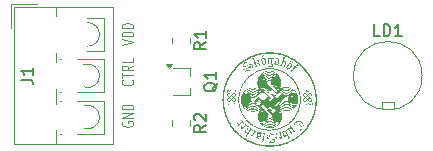
<source format=gbr>
%TF.GenerationSoftware,KiCad,Pcbnew,7.0.11-7.0.11~ubuntu22.04.1*%
%TF.CreationDate,2024-03-26T13:02:59+01:00*%
%TF.ProjectId,lasersender,6c617365-7273-4656-9e64-65722e6b6963,rev?*%
%TF.SameCoordinates,Original*%
%TF.FileFunction,Legend,Top*%
%TF.FilePolarity,Positive*%
%FSLAX46Y46*%
G04 Gerber Fmt 4.6, Leading zero omitted, Abs format (unit mm)*
G04 Created by KiCad (PCBNEW 7.0.11-7.0.11~ubuntu22.04.1) date 2024-03-26 13:02:59*
%MOMM*%
%LPD*%
G01*
G04 APERTURE LIST*
%ADD10C,0.100000*%
%ADD11C,0.150000*%
%ADD12C,0.120000*%
G04 APERTURE END LIST*
D10*
X119005038Y-98900877D02*
X118957419Y-98967544D01*
X118957419Y-98967544D02*
X118957419Y-99067544D01*
X118957419Y-99067544D02*
X119005038Y-99167544D01*
X119005038Y-99167544D02*
X119100276Y-99234211D01*
X119100276Y-99234211D02*
X119195514Y-99267544D01*
X119195514Y-99267544D02*
X119385990Y-99300877D01*
X119385990Y-99300877D02*
X119528847Y-99300877D01*
X119528847Y-99300877D02*
X119719323Y-99267544D01*
X119719323Y-99267544D02*
X119814561Y-99234211D01*
X119814561Y-99234211D02*
X119909800Y-99167544D01*
X119909800Y-99167544D02*
X119957419Y-99067544D01*
X119957419Y-99067544D02*
X119957419Y-99000877D01*
X119957419Y-99000877D02*
X119909800Y-98900877D01*
X119909800Y-98900877D02*
X119862180Y-98867544D01*
X119862180Y-98867544D02*
X119528847Y-98867544D01*
X119528847Y-98867544D02*
X119528847Y-99000877D01*
X119957419Y-98567544D02*
X118957419Y-98567544D01*
X118957419Y-98567544D02*
X119957419Y-98167544D01*
X119957419Y-98167544D02*
X118957419Y-98167544D01*
X119957419Y-97834211D02*
X118957419Y-97834211D01*
X118957419Y-97834211D02*
X118957419Y-97667544D01*
X118957419Y-97667544D02*
X119005038Y-97567544D01*
X119005038Y-97567544D02*
X119100276Y-97500878D01*
X119100276Y-97500878D02*
X119195514Y-97467544D01*
X119195514Y-97467544D02*
X119385990Y-97434211D01*
X119385990Y-97434211D02*
X119528847Y-97434211D01*
X119528847Y-97434211D02*
X119719323Y-97467544D01*
X119719323Y-97467544D02*
X119814561Y-97500878D01*
X119814561Y-97500878D02*
X119909800Y-97567544D01*
X119909800Y-97567544D02*
X119957419Y-97667544D01*
X119957419Y-97667544D02*
X119957419Y-97834211D01*
X119862180Y-95367544D02*
X119909800Y-95400877D01*
X119909800Y-95400877D02*
X119957419Y-95500877D01*
X119957419Y-95500877D02*
X119957419Y-95567544D01*
X119957419Y-95567544D02*
X119909800Y-95667544D01*
X119909800Y-95667544D02*
X119814561Y-95734211D01*
X119814561Y-95734211D02*
X119719323Y-95767544D01*
X119719323Y-95767544D02*
X119528847Y-95800877D01*
X119528847Y-95800877D02*
X119385990Y-95800877D01*
X119385990Y-95800877D02*
X119195514Y-95767544D01*
X119195514Y-95767544D02*
X119100276Y-95734211D01*
X119100276Y-95734211D02*
X119005038Y-95667544D01*
X119005038Y-95667544D02*
X118957419Y-95567544D01*
X118957419Y-95567544D02*
X118957419Y-95500877D01*
X118957419Y-95500877D02*
X119005038Y-95400877D01*
X119005038Y-95400877D02*
X119052657Y-95367544D01*
X118957419Y-95167544D02*
X118957419Y-94767544D01*
X119957419Y-94967544D02*
X118957419Y-94967544D01*
X119957419Y-94134211D02*
X119481228Y-94367544D01*
X119957419Y-94534211D02*
X118957419Y-94534211D01*
X118957419Y-94534211D02*
X118957419Y-94267544D01*
X118957419Y-94267544D02*
X119005038Y-94200878D01*
X119005038Y-94200878D02*
X119052657Y-94167544D01*
X119052657Y-94167544D02*
X119147895Y-94134211D01*
X119147895Y-94134211D02*
X119290752Y-94134211D01*
X119290752Y-94134211D02*
X119385990Y-94167544D01*
X119385990Y-94167544D02*
X119433609Y-94200878D01*
X119433609Y-94200878D02*
X119481228Y-94267544D01*
X119481228Y-94267544D02*
X119481228Y-94534211D01*
X119957419Y-93500878D02*
X119957419Y-93834211D01*
X119957419Y-93834211D02*
X118957419Y-93834211D01*
X118957419Y-92367544D02*
X119957419Y-92134211D01*
X119957419Y-92134211D02*
X118957419Y-91900877D01*
X119957419Y-91667544D02*
X118957419Y-91667544D01*
X118957419Y-91667544D02*
X118957419Y-91500877D01*
X118957419Y-91500877D02*
X119005038Y-91400877D01*
X119005038Y-91400877D02*
X119100276Y-91334211D01*
X119100276Y-91334211D02*
X119195514Y-91300877D01*
X119195514Y-91300877D02*
X119385990Y-91267544D01*
X119385990Y-91267544D02*
X119528847Y-91267544D01*
X119528847Y-91267544D02*
X119719323Y-91300877D01*
X119719323Y-91300877D02*
X119814561Y-91334211D01*
X119814561Y-91334211D02*
X119909800Y-91400877D01*
X119909800Y-91400877D02*
X119957419Y-91500877D01*
X119957419Y-91500877D02*
X119957419Y-91667544D01*
X119957419Y-90967544D02*
X118957419Y-90967544D01*
X118957419Y-90967544D02*
X118957419Y-90800877D01*
X118957419Y-90800877D02*
X119005038Y-90700877D01*
X119005038Y-90700877D02*
X119100276Y-90634211D01*
X119100276Y-90634211D02*
X119195514Y-90600877D01*
X119195514Y-90600877D02*
X119385990Y-90567544D01*
X119385990Y-90567544D02*
X119528847Y-90567544D01*
X119528847Y-90567544D02*
X119719323Y-90600877D01*
X119719323Y-90600877D02*
X119814561Y-90634211D01*
X119814561Y-90634211D02*
X119909800Y-90700877D01*
X119909800Y-90700877D02*
X119957419Y-90800877D01*
X119957419Y-90800877D02*
X119957419Y-90967544D01*
D11*
X127050057Y-95595238D02*
X127002438Y-95690476D01*
X127002438Y-95690476D02*
X126907200Y-95785714D01*
X126907200Y-95785714D02*
X126764342Y-95928571D01*
X126764342Y-95928571D02*
X126716723Y-96023809D01*
X126716723Y-96023809D02*
X126716723Y-96119047D01*
X126954819Y-96071428D02*
X126907200Y-96166666D01*
X126907200Y-96166666D02*
X126811961Y-96261904D01*
X126811961Y-96261904D02*
X126621485Y-96309523D01*
X126621485Y-96309523D02*
X126288152Y-96309523D01*
X126288152Y-96309523D02*
X126097676Y-96261904D01*
X126097676Y-96261904D02*
X126002438Y-96166666D01*
X126002438Y-96166666D02*
X125954819Y-96071428D01*
X125954819Y-96071428D02*
X125954819Y-95880952D01*
X125954819Y-95880952D02*
X126002438Y-95785714D01*
X126002438Y-95785714D02*
X126097676Y-95690476D01*
X126097676Y-95690476D02*
X126288152Y-95642857D01*
X126288152Y-95642857D02*
X126621485Y-95642857D01*
X126621485Y-95642857D02*
X126811961Y-95690476D01*
X126811961Y-95690476D02*
X126907200Y-95785714D01*
X126907200Y-95785714D02*
X126954819Y-95880952D01*
X126954819Y-95880952D02*
X126954819Y-96071428D01*
X126954819Y-94690476D02*
X126954819Y-95261904D01*
X126954819Y-94976190D02*
X125954819Y-94976190D01*
X125954819Y-94976190D02*
X126097676Y-95071428D01*
X126097676Y-95071428D02*
X126192914Y-95166666D01*
X126192914Y-95166666D02*
X126240533Y-95261904D01*
X126104819Y-99166666D02*
X125628628Y-99499999D01*
X126104819Y-99738094D02*
X125104819Y-99738094D01*
X125104819Y-99738094D02*
X125104819Y-99357142D01*
X125104819Y-99357142D02*
X125152438Y-99261904D01*
X125152438Y-99261904D02*
X125200057Y-99214285D01*
X125200057Y-99214285D02*
X125295295Y-99166666D01*
X125295295Y-99166666D02*
X125438152Y-99166666D01*
X125438152Y-99166666D02*
X125533390Y-99214285D01*
X125533390Y-99214285D02*
X125581009Y-99261904D01*
X125581009Y-99261904D02*
X125628628Y-99357142D01*
X125628628Y-99357142D02*
X125628628Y-99738094D01*
X125200057Y-98785713D02*
X125152438Y-98738094D01*
X125152438Y-98738094D02*
X125104819Y-98642856D01*
X125104819Y-98642856D02*
X125104819Y-98404761D01*
X125104819Y-98404761D02*
X125152438Y-98309523D01*
X125152438Y-98309523D02*
X125200057Y-98261904D01*
X125200057Y-98261904D02*
X125295295Y-98214285D01*
X125295295Y-98214285D02*
X125390533Y-98214285D01*
X125390533Y-98214285D02*
X125533390Y-98261904D01*
X125533390Y-98261904D02*
X126104819Y-98833332D01*
X126104819Y-98833332D02*
X126104819Y-98214285D01*
X126104819Y-92166666D02*
X125628628Y-92499999D01*
X126104819Y-92738094D02*
X125104819Y-92738094D01*
X125104819Y-92738094D02*
X125104819Y-92357142D01*
X125104819Y-92357142D02*
X125152438Y-92261904D01*
X125152438Y-92261904D02*
X125200057Y-92214285D01*
X125200057Y-92214285D02*
X125295295Y-92166666D01*
X125295295Y-92166666D02*
X125438152Y-92166666D01*
X125438152Y-92166666D02*
X125533390Y-92214285D01*
X125533390Y-92214285D02*
X125581009Y-92261904D01*
X125581009Y-92261904D02*
X125628628Y-92357142D01*
X125628628Y-92357142D02*
X125628628Y-92738094D01*
X126104819Y-91214285D02*
X126104819Y-91785713D01*
X126104819Y-91499999D02*
X125104819Y-91499999D01*
X125104819Y-91499999D02*
X125247676Y-91595237D01*
X125247676Y-91595237D02*
X125342914Y-91690475D01*
X125342914Y-91690475D02*
X125390533Y-91785713D01*
X140823333Y-91654819D02*
X140347143Y-91654819D01*
X140347143Y-91654819D02*
X140347143Y-90654819D01*
X141156667Y-91654819D02*
X141156667Y-90654819D01*
X141156667Y-90654819D02*
X141394762Y-90654819D01*
X141394762Y-90654819D02*
X141537619Y-90702438D01*
X141537619Y-90702438D02*
X141632857Y-90797676D01*
X141632857Y-90797676D02*
X141680476Y-90892914D01*
X141680476Y-90892914D02*
X141728095Y-91083390D01*
X141728095Y-91083390D02*
X141728095Y-91226247D01*
X141728095Y-91226247D02*
X141680476Y-91416723D01*
X141680476Y-91416723D02*
X141632857Y-91511961D01*
X141632857Y-91511961D02*
X141537619Y-91607200D01*
X141537619Y-91607200D02*
X141394762Y-91654819D01*
X141394762Y-91654819D02*
X141156667Y-91654819D01*
X142680476Y-91654819D02*
X142109048Y-91654819D01*
X142394762Y-91654819D02*
X142394762Y-90654819D01*
X142394762Y-90654819D02*
X142299524Y-90797676D01*
X142299524Y-90797676D02*
X142204286Y-90892914D01*
X142204286Y-90892914D02*
X142109048Y-90940533D01*
X110454819Y-95333333D02*
X111169104Y-95333333D01*
X111169104Y-95333333D02*
X111311961Y-95380952D01*
X111311961Y-95380952D02*
X111407200Y-95476190D01*
X111407200Y-95476190D02*
X111454819Y-95619047D01*
X111454819Y-95619047D02*
X111454819Y-95714285D01*
X111454819Y-94333333D02*
X111454819Y-94904761D01*
X111454819Y-94619047D02*
X110454819Y-94619047D01*
X110454819Y-94619047D02*
X110597676Y-94714285D01*
X110597676Y-94714285D02*
X110692914Y-94809523D01*
X110692914Y-94809523D02*
X110740533Y-94904761D01*
D12*
%TO.C,Q1*%
X123320000Y-94340000D02*
X124730000Y-94340000D01*
X123320000Y-96660000D02*
X124730000Y-96660000D01*
X124730000Y-94340000D02*
X124730000Y-95000000D01*
X124730000Y-96000000D02*
X124730000Y-96660000D01*
X122950000Y-94360000D02*
X122710000Y-94030000D01*
X123190000Y-94030000D01*
X122950000Y-94360000D01*
G36*
X122950000Y-94360000D02*
G01*
X122710000Y-94030000D01*
X123190000Y-94030000D01*
X122950000Y-94360000D01*
G37*
%TO.C,G\u002A\u002A\u002A*%
G36*
X133286980Y-93749884D02*
G01*
X133298369Y-93753574D01*
X133305279Y-93757446D01*
X133314407Y-93765330D01*
X133321037Y-93774724D01*
X133325207Y-93785173D01*
X133326957Y-93796220D01*
X133326325Y-93807410D01*
X133323348Y-93818288D01*
X133318066Y-93828398D01*
X133310518Y-93837285D01*
X133300740Y-93844493D01*
X133297799Y-93846055D01*
X133287779Y-93849734D01*
X133276735Y-93851724D01*
X133265948Y-93851865D01*
X133259402Y-93850822D01*
X133248120Y-93846444D01*
X133238588Y-93839697D01*
X133231001Y-93831021D01*
X133225555Y-93820851D01*
X133222444Y-93809627D01*
X133221862Y-93797785D01*
X133224005Y-93785764D01*
X133227000Y-93777957D01*
X133233395Y-93767983D01*
X133241927Y-93759945D01*
X133252072Y-93753980D01*
X133263310Y-93750224D01*
X133275120Y-93748813D01*
X133286980Y-93749884D01*
G37*
G36*
X133461224Y-93853186D02*
G01*
X133472313Y-93857531D01*
X133482423Y-93864432D01*
X133488172Y-93870217D01*
X133494424Y-93879654D01*
X133498171Y-93890582D01*
X133499530Y-93903371D01*
X133499536Y-93905489D01*
X133498050Y-93918653D01*
X133493900Y-93930099D01*
X133487142Y-93939730D01*
X133477835Y-93947449D01*
X133472900Y-93950238D01*
X133467500Y-93952738D01*
X133462867Y-93954216D01*
X133457759Y-93954930D01*
X133450932Y-93955139D01*
X133449301Y-93955143D01*
X133441812Y-93954980D01*
X133436257Y-93954327D01*
X133431371Y-93952937D01*
X133425895Y-93950565D01*
X133415409Y-93943970D01*
X133406477Y-93935164D01*
X133399776Y-93924872D01*
X133397899Y-93920572D01*
X133395095Y-93909132D01*
X133394856Y-93897203D01*
X133397126Y-93885742D01*
X133400257Y-93878369D01*
X133407426Y-93868287D01*
X133416414Y-93860500D01*
X133426753Y-93855054D01*
X133437978Y-93851991D01*
X133449624Y-93851354D01*
X133461224Y-93853186D01*
G37*
G36*
X128417399Y-97278098D02*
G01*
X128418713Y-97279645D01*
X128418546Y-97281719D01*
X128417654Y-97286558D01*
X128416120Y-97293829D01*
X128414027Y-97303196D01*
X128411458Y-97314326D01*
X128408496Y-97326883D01*
X128405224Y-97340534D01*
X128401724Y-97354945D01*
X128398080Y-97369780D01*
X128394374Y-97384706D01*
X128390689Y-97399388D01*
X128387108Y-97413492D01*
X128383714Y-97426683D01*
X128380589Y-97438627D01*
X128377817Y-97448989D01*
X128375480Y-97457437D01*
X128373661Y-97463633D01*
X128372444Y-97467246D01*
X128372031Y-97468038D01*
X128368056Y-97469914D01*
X128364343Y-97468678D01*
X128362960Y-97467468D01*
X128361205Y-97464353D01*
X128361142Y-97462254D01*
X128361678Y-97460249D01*
X128362945Y-97455426D01*
X128364870Y-97448075D01*
X128367377Y-97438484D01*
X128370390Y-97426940D01*
X128373835Y-97413732D01*
X128377636Y-97399149D01*
X128381717Y-97383478D01*
X128384657Y-97372184D01*
X128388905Y-97355893D01*
X128392943Y-97340461D01*
X128396694Y-97326182D01*
X128400079Y-97313347D01*
X128403023Y-97302250D01*
X128405446Y-97293183D01*
X128407272Y-97286438D01*
X128408423Y-97282308D01*
X128408780Y-97281144D01*
X128411001Y-97278567D01*
X128414315Y-97277485D01*
X128417399Y-97278098D01*
G37*
G36*
X134912074Y-97278484D02*
G01*
X134913239Y-97279909D01*
X134913045Y-97281894D01*
X134912142Y-97286652D01*
X134910614Y-97293849D01*
X134908542Y-97303147D01*
X134906007Y-97314211D01*
X134903091Y-97326705D01*
X134899876Y-97340293D01*
X134896444Y-97354639D01*
X134892876Y-97369406D01*
X134889254Y-97384259D01*
X134885660Y-97398862D01*
X134882176Y-97412879D01*
X134878882Y-97425974D01*
X134875862Y-97437810D01*
X134873196Y-97448052D01*
X134870966Y-97456364D01*
X134869255Y-97462410D01*
X134868143Y-97465853D01*
X134867880Y-97466434D01*
X134865037Y-97469452D01*
X134861611Y-97469585D01*
X134858886Y-97468311D01*
X134856547Y-97465723D01*
X134856079Y-97463945D01*
X134856471Y-97462086D01*
X134857589Y-97457459D01*
X134859346Y-97450398D01*
X134861656Y-97441240D01*
X134864433Y-97430318D01*
X134867589Y-97417969D01*
X134871037Y-97404527D01*
X134874692Y-97390329D01*
X134878466Y-97375709D01*
X134882273Y-97361002D01*
X134886026Y-97346544D01*
X134889638Y-97332670D01*
X134893023Y-97319715D01*
X134896094Y-97308014D01*
X134898765Y-97297904D01*
X134900948Y-97289718D01*
X134902557Y-97283793D01*
X134903506Y-97280463D01*
X134903544Y-97280341D01*
X134905597Y-97278211D01*
X134908951Y-97277569D01*
X134912074Y-97278484D01*
G37*
G36*
X128317315Y-96213202D02*
G01*
X128318480Y-96214406D01*
X128318316Y-96216198D01*
X128316566Y-96219080D01*
X128312975Y-96223556D01*
X128310692Y-96226223D01*
X128301916Y-96238191D01*
X128294827Y-96251570D01*
X128289595Y-96265738D01*
X128286392Y-96280070D01*
X128285388Y-96293945D01*
X128286753Y-96306740D01*
X128287653Y-96310285D01*
X128293523Y-96324995D01*
X128301832Y-96338061D01*
X128312235Y-96349217D01*
X128324389Y-96358198D01*
X128337951Y-96364737D01*
X128352576Y-96368570D01*
X128364221Y-96369508D01*
X128374044Y-96368379D01*
X128385203Y-96365158D01*
X128396927Y-96360173D01*
X128408446Y-96353753D01*
X128418990Y-96346225D01*
X128419214Y-96346043D01*
X128424168Y-96342655D01*
X128428463Y-96340909D01*
X128431500Y-96340940D01*
X128432684Y-96342887D01*
X128432684Y-96342957D01*
X128431423Y-96347887D01*
X128427957Y-96354003D01*
X128422766Y-96360734D01*
X128416329Y-96367508D01*
X128409126Y-96373753D01*
X128403587Y-96377695D01*
X128391520Y-96383673D01*
X128377822Y-96387412D01*
X128363295Y-96388765D01*
X128349264Y-96387674D01*
X128342440Y-96386049D01*
X128334259Y-96383404D01*
X128326188Y-96380242D01*
X128321992Y-96378299D01*
X128309852Y-96370572D01*
X128298750Y-96360355D01*
X128289287Y-96348338D01*
X128282063Y-96335208D01*
X128280086Y-96330228D01*
X128276691Y-96316349D01*
X128275659Y-96300997D01*
X128276951Y-96284826D01*
X128280526Y-96268490D01*
X128284548Y-96256850D01*
X128287941Y-96249486D01*
X128292216Y-96241758D01*
X128297032Y-96234119D01*
X128302046Y-96227024D01*
X128306919Y-96220928D01*
X128311309Y-96216285D01*
X128314874Y-96213550D01*
X128317273Y-96213177D01*
X128317315Y-96213202D01*
G37*
G36*
X134812018Y-96214289D02*
G01*
X134811511Y-96217033D01*
X134808782Y-96221680D01*
X134804766Y-96227005D01*
X134794141Y-96242339D01*
X134786648Y-96258229D01*
X134782240Y-96274816D01*
X134780869Y-96292238D01*
X134780954Y-96295832D01*
X134781374Y-96303515D01*
X134782101Y-96309211D01*
X134783433Y-96314141D01*
X134785669Y-96319525D01*
X134787818Y-96323991D01*
X134796328Y-96337876D01*
X134806921Y-96349430D01*
X134819380Y-96358491D01*
X134833489Y-96364898D01*
X134847054Y-96368205D01*
X134861567Y-96368862D01*
X134876253Y-96366443D01*
X134890805Y-96361043D01*
X134904916Y-96352760D01*
X134911020Y-96348135D01*
X134917632Y-96343260D01*
X134922388Y-96340945D01*
X134925350Y-96341176D01*
X134926581Y-96343942D01*
X134926626Y-96345067D01*
X134925201Y-96350482D01*
X134921320Y-96356787D01*
X134915441Y-96363528D01*
X134908022Y-96370256D01*
X134899521Y-96376517D01*
X134890398Y-96381861D01*
X134888164Y-96382959D01*
X134882537Y-96385411D01*
X134877562Y-96386941D01*
X134872056Y-96387793D01*
X134864838Y-96388215D01*
X134862496Y-96388285D01*
X134852431Y-96388175D01*
X134843399Y-96387370D01*
X134838110Y-96386385D01*
X134825134Y-96381953D01*
X134812394Y-96375497D01*
X134801227Y-96367716D01*
X134799319Y-96366080D01*
X134787936Y-96353923D01*
X134779339Y-96340356D01*
X134773543Y-96325592D01*
X134770566Y-96309841D01*
X134770424Y-96293316D01*
X134773134Y-96276229D01*
X134778712Y-96258790D01*
X134787175Y-96241212D01*
X134789250Y-96237640D01*
X134793435Y-96231253D01*
X134798002Y-96225270D01*
X134802535Y-96220116D01*
X134806618Y-96216220D01*
X134809834Y-96214007D01*
X134811770Y-96213903D01*
X134812018Y-96214289D01*
G37*
G36*
X130993628Y-93212967D02*
G01*
X131005491Y-93214973D01*
X131014959Y-93218835D01*
X131021944Y-93224489D01*
X131026358Y-93231868D01*
X131028115Y-93240905D01*
X131027512Y-93249501D01*
X131025724Y-93254843D01*
X131021939Y-93262096D01*
X131016434Y-93270757D01*
X131012298Y-93276673D01*
X131006684Y-93284467D01*
X130999785Y-93293887D01*
X130991795Y-93304679D01*
X130982906Y-93316591D01*
X130973312Y-93329368D01*
X130963207Y-93342759D01*
X130952783Y-93356509D01*
X130942235Y-93370367D01*
X130931754Y-93384078D01*
X130921535Y-93397390D01*
X130911771Y-93410050D01*
X130902654Y-93421804D01*
X130894379Y-93432400D01*
X130887139Y-93441584D01*
X130881126Y-93449103D01*
X130876535Y-93454705D01*
X130873558Y-93458136D01*
X130872647Y-93459032D01*
X130866430Y-93462858D01*
X130860611Y-93464445D01*
X130855760Y-93463758D01*
X130852452Y-93460768D01*
X130852142Y-93460159D01*
X130851288Y-93458081D01*
X130850697Y-93455916D01*
X130850439Y-93453436D01*
X130850585Y-93450413D01*
X130851206Y-93446618D01*
X130852374Y-93441821D01*
X130854159Y-93435796D01*
X130856631Y-93428313D01*
X130859862Y-93419143D01*
X130863922Y-93408058D01*
X130868882Y-93394830D01*
X130874814Y-93379230D01*
X130881787Y-93361030D01*
X130887373Y-93346500D01*
X130893963Y-93329426D01*
X130900355Y-93312980D01*
X130906433Y-93297449D01*
X130912082Y-93283123D01*
X130917188Y-93270291D01*
X130921634Y-93259242D01*
X130925306Y-93250266D01*
X130928088Y-93243651D01*
X130929866Y-93239687D01*
X130930092Y-93239235D01*
X130935133Y-93230786D01*
X130940703Y-93224333D01*
X130947322Y-93219599D01*
X130955507Y-93216305D01*
X130965779Y-93214176D01*
X130978656Y-93212934D01*
X130979455Y-93212886D01*
X130993628Y-93212967D01*
G37*
G36*
X134519810Y-97294736D02*
G01*
X134527260Y-97297895D01*
X134535065Y-97302575D01*
X134542383Y-97308300D01*
X134546331Y-97312191D01*
X134555278Y-97323912D01*
X134562040Y-97337230D01*
X134566726Y-97352449D01*
X134569445Y-97369875D01*
X134570061Y-97378642D01*
X134570368Y-97387771D01*
X134570235Y-97394859D01*
X134569570Y-97401057D01*
X134568282Y-97407513D01*
X134567532Y-97410582D01*
X134563513Y-97423427D01*
X134558241Y-97435676D01*
X134552148Y-97446453D01*
X134545774Y-97454766D01*
X134540877Y-97459268D01*
X134536151Y-97461603D01*
X134530873Y-97461832D01*
X134524325Y-97460017D01*
X134517770Y-97457175D01*
X134506953Y-97450595D01*
X134496519Y-97441531D01*
X134487148Y-97430694D01*
X134479521Y-97418793D01*
X134477854Y-97415499D01*
X134471041Y-97398226D01*
X134467188Y-97381306D01*
X134466292Y-97364931D01*
X134466663Y-97362116D01*
X134478376Y-97362116D01*
X134478950Y-97371165D01*
X134482444Y-97387266D01*
X134488382Y-97402021D01*
X134497030Y-97415964D01*
X134506947Y-97427834D01*
X134516401Y-97437045D01*
X134525119Y-97443695D01*
X134532912Y-97447666D01*
X134539592Y-97448837D01*
X134539986Y-97448814D01*
X134543674Y-97448082D01*
X134546496Y-97446060D01*
X134549455Y-97441980D01*
X134549957Y-97441167D01*
X134554323Y-97432179D01*
X134557474Y-97421302D01*
X134559514Y-97408101D01*
X134560345Y-97397050D01*
X134560065Y-97378337D01*
X134557258Y-97361581D01*
X134551914Y-97346753D01*
X134544022Y-97333822D01*
X134537635Y-97326532D01*
X134529465Y-97319583D01*
X134520357Y-97313850D01*
X134511316Y-97309906D01*
X134506125Y-97308599D01*
X134502497Y-97308339D01*
X134499707Y-97309366D01*
X134496593Y-97312233D01*
X134495192Y-97313797D01*
X134488277Y-97323803D01*
X134482998Y-97335798D01*
X134479612Y-97348872D01*
X134478376Y-97362116D01*
X134466663Y-97362116D01*
X134468352Y-97349294D01*
X134473365Y-97334588D01*
X134478788Y-97324705D01*
X134486546Y-97313775D01*
X134494246Y-97304966D01*
X134501627Y-97298512D01*
X134508425Y-97294648D01*
X134513557Y-97293576D01*
X134519810Y-97294736D01*
G37*
G36*
X128028995Y-97295956D02*
G01*
X128037754Y-97300663D01*
X128040046Y-97302184D01*
X128050521Y-97311224D01*
X128059374Y-97322665D01*
X128066475Y-97336065D01*
X128071698Y-97350987D01*
X128074914Y-97366990D01*
X128075996Y-97383635D01*
X128074816Y-97400483D01*
X128072342Y-97413093D01*
X128069125Y-97423255D01*
X128064857Y-97433127D01*
X128059856Y-97442245D01*
X128054441Y-97450145D01*
X128048931Y-97456365D01*
X128043644Y-97460441D01*
X128038900Y-97461911D01*
X128038736Y-97461909D01*
X128034059Y-97461263D01*
X128028679Y-97459821D01*
X128027859Y-97459533D01*
X128020811Y-97456093D01*
X128012797Y-97450844D01*
X128004798Y-97444531D01*
X127997792Y-97437895D01*
X127994725Y-97434387D01*
X127985211Y-97419971D01*
X127977956Y-97403544D01*
X127973120Y-97385517D01*
X127971396Y-97373620D01*
X127971496Y-97361508D01*
X127983496Y-97361508D01*
X127984976Y-97376216D01*
X127989214Y-97391248D01*
X127995904Y-97405972D01*
X128004741Y-97419757D01*
X128015420Y-97431970D01*
X128019170Y-97435438D01*
X128028473Y-97442757D01*
X128036452Y-97447230D01*
X128043211Y-97448882D01*
X128048851Y-97447742D01*
X128053096Y-97444302D01*
X128057686Y-97436990D01*
X128061128Y-97427239D01*
X128063470Y-97414857D01*
X128064757Y-97399654D01*
X128064892Y-97396248D01*
X128064716Y-97378895D01*
X128062855Y-97363955D01*
X128059180Y-97351032D01*
X128053560Y-97339734D01*
X128045864Y-97329664D01*
X128041333Y-97325094D01*
X128035493Y-97320356D01*
X128028566Y-97315822D01*
X128021410Y-97311950D01*
X128014880Y-97309200D01*
X128009835Y-97308029D01*
X128009407Y-97308016D01*
X128004852Y-97309520D01*
X128000171Y-97313686D01*
X127995617Y-97319991D01*
X127991444Y-97327910D01*
X127987906Y-97336919D01*
X127985255Y-97346495D01*
X127983747Y-97356115D01*
X127983496Y-97361508D01*
X127971496Y-97361508D01*
X127971517Y-97358894D01*
X127974766Y-97344299D01*
X127981067Y-97330029D01*
X127990341Y-97316278D01*
X127997911Y-97307726D01*
X128003575Y-97302239D01*
X128008736Y-97297831D01*
X128012768Y-97295010D01*
X128014388Y-97294291D01*
X128021341Y-97293873D01*
X128028995Y-97295956D01*
G37*
G36*
X128573138Y-96211481D02*
G01*
X128586912Y-96216493D01*
X128590242Y-96218104D01*
X128598486Y-96223420D01*
X128606856Y-96230755D01*
X128614419Y-96239149D01*
X128620242Y-96247645D01*
X128621640Y-96250344D01*
X128623601Y-96254832D01*
X128624861Y-96258838D01*
X128625564Y-96263279D01*
X128625855Y-96269074D01*
X128625878Y-96277142D01*
X128625877Y-96277288D01*
X128625087Y-96290848D01*
X128622741Y-96303200D01*
X128618590Y-96314935D01*
X128612382Y-96326644D01*
X128603866Y-96338916D01*
X128595114Y-96349664D01*
X128590442Y-96355211D01*
X128586666Y-96359887D01*
X128584212Y-96363152D01*
X128583483Y-96364415D01*
X128584316Y-96366510D01*
X128585856Y-96368997D01*
X128587657Y-96371085D01*
X128589731Y-96371550D01*
X128593303Y-96370571D01*
X128594279Y-96370227D01*
X128600206Y-96368714D01*
X128606379Y-96367972D01*
X128606745Y-96367963D01*
X128613936Y-96366826D01*
X128621272Y-96364030D01*
X128627350Y-96360168D01*
X128629052Y-96358529D01*
X128632267Y-96355616D01*
X128634121Y-96355605D01*
X128634581Y-96358482D01*
X128634307Y-96360840D01*
X128631753Y-96369372D01*
X128627040Y-96378438D01*
X128621302Y-96386265D01*
X128615884Y-96392571D01*
X128605882Y-96388082D01*
X128597353Y-96385111D01*
X128589443Y-96384451D01*
X128581119Y-96386124D01*
X128574545Y-96388668D01*
X128570328Y-96390274D01*
X128567478Y-96390872D01*
X128566854Y-96390684D01*
X128566203Y-96388525D01*
X128565377Y-96384501D01*
X128565142Y-96383142D01*
X128564759Y-96379975D01*
X128565070Y-96377367D01*
X128566439Y-96374586D01*
X128569229Y-96370899D01*
X128573801Y-96365572D01*
X128573868Y-96365495D01*
X128586358Y-96349827D01*
X128596478Y-96334211D01*
X128604124Y-96318900D01*
X128609191Y-96304149D01*
X128611574Y-96290212D01*
X128611169Y-96277342D01*
X128610891Y-96275681D01*
X128607030Y-96263008D01*
X128600550Y-96252024D01*
X128591636Y-96242854D01*
X128580469Y-96235623D01*
X128567234Y-96230456D01*
X128552113Y-96227478D01*
X128539124Y-96226754D01*
X128530554Y-96226422D01*
X128525120Y-96225416D01*
X128522819Y-96223723D01*
X128523649Y-96221328D01*
X128527607Y-96218216D01*
X128534687Y-96214374D01*
X128536158Y-96213667D01*
X128547501Y-96210047D01*
X128559915Y-96209326D01*
X128573138Y-96211481D01*
G37*
G36*
X135067119Y-96211481D02*
G01*
X135080893Y-96216493D01*
X135084223Y-96218104D01*
X135092467Y-96223420D01*
X135100837Y-96230755D01*
X135108400Y-96239149D01*
X135114223Y-96247645D01*
X135115620Y-96250344D01*
X135117582Y-96254832D01*
X135118842Y-96258838D01*
X135119545Y-96263279D01*
X135119836Y-96269074D01*
X135119859Y-96277142D01*
X135119858Y-96277288D01*
X135119067Y-96290848D01*
X135116722Y-96303200D01*
X135112571Y-96314935D01*
X135106363Y-96326644D01*
X135097847Y-96338916D01*
X135089095Y-96349664D01*
X135084423Y-96355211D01*
X135080647Y-96359887D01*
X135078193Y-96363152D01*
X135077464Y-96364415D01*
X135078296Y-96366510D01*
X135079837Y-96368997D01*
X135081638Y-96371085D01*
X135083712Y-96371550D01*
X135087284Y-96370571D01*
X135088260Y-96370227D01*
X135094187Y-96368714D01*
X135100360Y-96367972D01*
X135100726Y-96367963D01*
X135107917Y-96366826D01*
X135115253Y-96364030D01*
X135121331Y-96360168D01*
X135123033Y-96358529D01*
X135126248Y-96355616D01*
X135128101Y-96355605D01*
X135128562Y-96358482D01*
X135128287Y-96360840D01*
X135125734Y-96369372D01*
X135121021Y-96378438D01*
X135115283Y-96386265D01*
X135109865Y-96392571D01*
X135099863Y-96388082D01*
X135091334Y-96385111D01*
X135083424Y-96384451D01*
X135075100Y-96386124D01*
X135068526Y-96388668D01*
X135064309Y-96390274D01*
X135061459Y-96390872D01*
X135060835Y-96390684D01*
X135060184Y-96388525D01*
X135059358Y-96384501D01*
X135059123Y-96383142D01*
X135058740Y-96379975D01*
X135059051Y-96377367D01*
X135060420Y-96374586D01*
X135063210Y-96370899D01*
X135067782Y-96365572D01*
X135067849Y-96365495D01*
X135080338Y-96349827D01*
X135090459Y-96334211D01*
X135098105Y-96318900D01*
X135103172Y-96304149D01*
X135105555Y-96290212D01*
X135105149Y-96277342D01*
X135104872Y-96275681D01*
X135101010Y-96263008D01*
X135094531Y-96252024D01*
X135085617Y-96242854D01*
X135074450Y-96235623D01*
X135061215Y-96230456D01*
X135046093Y-96227478D01*
X135033105Y-96226754D01*
X135024535Y-96226422D01*
X135019101Y-96225416D01*
X135016800Y-96223723D01*
X135017630Y-96221328D01*
X135021587Y-96218216D01*
X135028668Y-96214374D01*
X135030139Y-96213667D01*
X135041482Y-96210047D01*
X135053896Y-96209326D01*
X135067119Y-96211481D01*
G37*
G36*
X134492502Y-96216790D02*
G01*
X134498259Y-96220203D01*
X134504573Y-96225250D01*
X134510841Y-96231408D01*
X134516461Y-96238154D01*
X134519953Y-96243393D01*
X134522294Y-96247678D01*
X134524188Y-96251988D01*
X134525681Y-96256712D01*
X134526820Y-96262242D01*
X134527651Y-96268967D01*
X134528219Y-96277277D01*
X134528571Y-96287563D01*
X134528754Y-96300215D01*
X134528812Y-96315622D01*
X134528813Y-96318340D01*
X134528813Y-96367542D01*
X134519588Y-96374427D01*
X134514024Y-96378669D01*
X134508677Y-96382891D01*
X134505094Y-96385850D01*
X134501124Y-96389037D01*
X134498532Y-96390128D01*
X134496387Y-96389255D01*
X134494481Y-96387354D01*
X134489818Y-96383551D01*
X134483113Y-96379710D01*
X134475480Y-96376344D01*
X134468038Y-96373969D01*
X134463790Y-96373197D01*
X134458771Y-96372581D01*
X134456163Y-96371720D01*
X134455181Y-96370085D01*
X134455042Y-96367302D01*
X134455429Y-96362530D01*
X134456939Y-96359739D01*
X134460181Y-96358527D01*
X134465766Y-96358489D01*
X134468091Y-96358655D01*
X134476220Y-96359942D01*
X134484368Y-96362306D01*
X134491545Y-96365380D01*
X134496760Y-96368792D01*
X134497664Y-96369680D01*
X134501311Y-96371976D01*
X134505037Y-96372740D01*
X134507185Y-96372562D01*
X134508907Y-96371821D01*
X134510246Y-96370207D01*
X134511241Y-96367409D01*
X134511933Y-96363118D01*
X134512362Y-96357023D01*
X134512570Y-96348814D01*
X134512596Y-96338180D01*
X134512481Y-96324813D01*
X134512378Y-96316592D01*
X134512111Y-96300713D01*
X134511738Y-96287699D01*
X134511206Y-96277208D01*
X134510461Y-96268897D01*
X134509451Y-96262422D01*
X134508123Y-96257442D01*
X134506423Y-96253613D01*
X134504299Y-96250592D01*
X134501781Y-96248108D01*
X134493992Y-96241509D01*
X134488189Y-96236821D01*
X134484004Y-96233780D01*
X134481066Y-96232118D01*
X134479007Y-96231571D01*
X134478843Y-96231567D01*
X134475864Y-96232324D01*
X134471145Y-96234311D01*
X134465692Y-96237103D01*
X134465552Y-96237182D01*
X134459697Y-96240391D01*
X134456081Y-96242139D01*
X134454182Y-96242601D01*
X134453479Y-96241950D01*
X134453413Y-96241235D01*
X134454650Y-96239496D01*
X134457957Y-96236438D01*
X134462727Y-96232512D01*
X134468357Y-96228168D01*
X134474238Y-96223859D01*
X134479767Y-96220035D01*
X134484338Y-96217148D01*
X134487344Y-96215649D01*
X134487905Y-96215536D01*
X134492502Y-96216790D01*
G37*
G36*
X127998541Y-96216836D02*
G01*
X128004234Y-96220428D01*
X128010463Y-96225790D01*
X128016706Y-96232408D01*
X128022442Y-96239771D01*
X128027151Y-96247367D01*
X128027997Y-96249019D01*
X128032425Y-96258037D01*
X128032906Y-96313275D01*
X128033022Y-96328226D01*
X128033075Y-96340283D01*
X128033055Y-96349759D01*
X128032949Y-96356968D01*
X128032748Y-96362222D01*
X128032440Y-96365836D01*
X128032014Y-96368123D01*
X128031459Y-96369396D01*
X128030917Y-96369895D01*
X128028627Y-96371462D01*
X128024535Y-96374516D01*
X128019340Y-96378531D01*
X128016424Y-96380832D01*
X128011205Y-96384936D01*
X128007004Y-96388157D01*
X128004395Y-96390059D01*
X128003837Y-96390387D01*
X128002369Y-96389487D01*
X127999172Y-96387164D01*
X127996192Y-96384891D01*
X127988037Y-96379629D01*
X127979060Y-96375580D01*
X127970391Y-96373191D01*
X127965618Y-96372740D01*
X127961486Y-96372511D01*
X127959902Y-96371630D01*
X127960063Y-96370203D01*
X127960788Y-96366744D01*
X127961037Y-96362984D01*
X127961182Y-96360351D01*
X127962133Y-96358959D01*
X127964661Y-96358417D01*
X127969540Y-96358337D01*
X127970261Y-96358340D01*
X127979894Y-96359541D01*
X127990177Y-96362756D01*
X127999730Y-96367516D01*
X128002365Y-96369260D01*
X128008006Y-96372186D01*
X128012656Y-96372355D01*
X128015487Y-96370447D01*
X128016035Y-96368183D01*
X128016455Y-96363179D01*
X128016754Y-96355901D01*
X128016937Y-96346815D01*
X128017010Y-96336386D01*
X128016979Y-96325081D01*
X128016850Y-96313365D01*
X128016628Y-96301705D01*
X128016320Y-96290565D01*
X128015930Y-96280413D01*
X128015466Y-96271713D01*
X128014932Y-96264932D01*
X128014334Y-96260535D01*
X128014110Y-96259641D01*
X128011676Y-96255068D01*
X128007330Y-96249486D01*
X128001829Y-96243659D01*
X127995932Y-96238356D01*
X127990397Y-96234342D01*
X127987668Y-96232914D01*
X127984944Y-96232056D01*
X127982249Y-96232153D01*
X127978686Y-96233415D01*
X127973358Y-96236054D01*
X127972532Y-96236486D01*
X127966383Y-96239707D01*
X127962541Y-96241629D01*
X127960465Y-96242435D01*
X127959617Y-96242308D01*
X127959458Y-96241433D01*
X127959465Y-96240925D01*
X127960734Y-96238996D01*
X127964094Y-96235802D01*
X127968928Y-96231797D01*
X127974618Y-96227438D01*
X127980548Y-96223179D01*
X127986100Y-96219475D01*
X127990657Y-96216782D01*
X127993602Y-96215554D01*
X127993906Y-96215524D01*
X127998541Y-96216836D01*
G37*
G36*
X134675752Y-96226330D02*
G01*
X134679098Y-96229614D01*
X134683755Y-96234618D01*
X134689365Y-96240956D01*
X134695570Y-96248246D01*
X134695787Y-96248505D01*
X134715288Y-96271861D01*
X134711487Y-96275916D01*
X134708388Y-96278800D01*
X134703601Y-96282786D01*
X134698049Y-96287114D01*
X134696816Y-96288036D01*
X134691553Y-96292173D01*
X134687202Y-96296017D01*
X134684517Y-96298890D01*
X134684166Y-96299427D01*
X134683376Y-96301858D01*
X134684402Y-96304034D01*
X134687601Y-96306865D01*
X134699025Y-96316762D01*
X134707757Y-96326491D01*
X134714220Y-96336654D01*
X134718838Y-96347853D01*
X134720481Y-96353604D01*
X134723073Y-96363284D01*
X134725357Y-96370128D01*
X134727586Y-96374459D01*
X134730010Y-96376600D01*
X134732880Y-96376875D01*
X134736449Y-96375607D01*
X134737270Y-96375195D01*
X134741818Y-96373409D01*
X134745775Y-96372791D01*
X134748223Y-96373419D01*
X134748594Y-96374263D01*
X134747419Y-96376103D01*
X134744488Y-96378824D01*
X134743380Y-96379688D01*
X134735139Y-96384974D01*
X134727652Y-96388064D01*
X134721283Y-96388889D01*
X134716395Y-96387382D01*
X134714221Y-96385173D01*
X134712713Y-96382115D01*
X134710599Y-96376864D01*
X134708220Y-96370293D01*
X134706886Y-96366323D01*
X134700621Y-96349784D01*
X134693640Y-96336370D01*
X134685944Y-96326082D01*
X134677532Y-96318921D01*
X134668406Y-96314888D01*
X134662767Y-96313980D01*
X134658580Y-96313694D01*
X134656022Y-96313499D01*
X134655753Y-96313471D01*
X134655737Y-96312485D01*
X134657986Y-96310158D01*
X134662055Y-96306865D01*
X134667498Y-96302981D01*
X134670788Y-96300811D01*
X134681404Y-96293729D01*
X134689138Y-96287958D01*
X134694024Y-96283472D01*
X134695709Y-96281196D01*
X134696150Y-96279290D01*
X134695333Y-96276813D01*
X134692949Y-96273194D01*
X134688692Y-96267863D01*
X134688236Y-96267315D01*
X134681735Y-96259721D01*
X134675506Y-96252808D01*
X134669930Y-96246966D01*
X134665387Y-96242586D01*
X134662258Y-96240056D01*
X134661189Y-96239588D01*
X134658922Y-96240428D01*
X134655215Y-96242541D01*
X134653599Y-96243599D01*
X134648605Y-96246636D01*
X134645749Y-96247543D01*
X134645120Y-96246308D01*
X134645857Y-96244523D01*
X134647906Y-96242274D01*
X134651879Y-96238990D01*
X134657023Y-96235189D01*
X134662585Y-96231388D01*
X134667810Y-96228106D01*
X134671944Y-96225859D01*
X134674073Y-96225150D01*
X134675752Y-96226330D01*
G37*
G36*
X128180541Y-96226348D02*
G01*
X128184140Y-96229624D01*
X128188855Y-96234496D01*
X128194281Y-96240482D01*
X128200010Y-96247103D01*
X128205637Y-96253876D01*
X128210755Y-96260322D01*
X128214958Y-96265959D01*
X128217840Y-96270306D01*
X128218993Y-96272883D01*
X128218988Y-96273109D01*
X128217568Y-96275047D01*
X128214075Y-96278360D01*
X128209050Y-96282565D01*
X128203675Y-96286710D01*
X128196247Y-96292437D01*
X128191422Y-96296862D01*
X128189092Y-96300400D01*
X128189149Y-96303463D01*
X128191483Y-96306466D01*
X128195987Y-96309822D01*
X128197377Y-96310725D01*
X128206450Y-96317912D01*
X128213962Y-96327010D01*
X128220141Y-96338383D01*
X128225216Y-96352391D01*
X128226529Y-96357058D01*
X128229097Y-96365793D01*
X128231545Y-96371686D01*
X128234192Y-96375075D01*
X128237355Y-96376297D01*
X128241353Y-96375690D01*
X128243396Y-96374954D01*
X128248014Y-96373497D01*
X128251785Y-96372958D01*
X128252462Y-96373017D01*
X128254103Y-96373650D01*
X128253621Y-96375004D01*
X128251354Y-96377306D01*
X128246248Y-96381213D01*
X128239928Y-96384792D01*
X128233544Y-96387489D01*
X128228246Y-96388751D01*
X128227509Y-96388783D01*
X128223223Y-96387997D01*
X128220347Y-96386372D01*
X128218851Y-96383873D01*
X128216763Y-96379084D01*
X128214406Y-96372790D01*
X128212904Y-96368324D01*
X128208711Y-96356935D01*
X128203673Y-96345861D01*
X128198208Y-96335895D01*
X128192732Y-96327829D01*
X128189773Y-96324393D01*
X128183965Y-96319629D01*
X128177319Y-96316031D01*
X128170850Y-96314050D01*
X128166185Y-96313984D01*
X128162487Y-96314238D01*
X128161479Y-96313069D01*
X128163050Y-96310624D01*
X128167093Y-96307052D01*
X128173498Y-96302500D01*
X128175604Y-96301132D01*
X128183943Y-96295516D01*
X128191126Y-96290125D01*
X128196746Y-96285307D01*
X128200397Y-96281409D01*
X128201673Y-96278812D01*
X128200640Y-96276773D01*
X128197847Y-96272942D01*
X128193754Y-96267843D01*
X128188821Y-96261998D01*
X128183508Y-96255932D01*
X128178277Y-96250170D01*
X128173585Y-96245234D01*
X128169895Y-96241648D01*
X128167666Y-96239937D01*
X128167470Y-96239872D01*
X128164481Y-96240448D01*
X128160478Y-96242554D01*
X128159192Y-96243466D01*
X128154421Y-96246586D01*
X128151353Y-96247644D01*
X128150300Y-96246821D01*
X128151571Y-96244294D01*
X128154749Y-96240904D01*
X128158542Y-96237738D01*
X128163460Y-96234102D01*
X128168719Y-96230515D01*
X128173536Y-96227498D01*
X128177128Y-96225571D01*
X128178466Y-96225150D01*
X128180541Y-96226348D01*
G37*
G36*
X128511157Y-97306228D02*
G01*
X128538779Y-97324859D01*
X128538144Y-97333213D01*
X128536976Y-97340212D01*
X128534410Y-97347557D01*
X128530282Y-97355465D01*
X128524427Y-97364156D01*
X128516682Y-97373848D01*
X128506882Y-97384762D01*
X128494863Y-97397115D01*
X128480460Y-97411127D01*
X128477820Y-97413636D01*
X128470296Y-97420898D01*
X128463785Y-97427442D01*
X128458612Y-97432921D01*
X128455102Y-97436990D01*
X128453578Y-97439305D01*
X128453540Y-97439509D01*
X128454855Y-97443355D01*
X128458564Y-97445354D01*
X128464314Y-97445318D01*
X128464346Y-97445313D01*
X128480234Y-97443018D01*
X128494066Y-97441840D01*
X128505419Y-97441813D01*
X128507282Y-97441942D01*
X128517241Y-97443000D01*
X128525565Y-97444334D01*
X128531812Y-97445846D01*
X128535538Y-97447440D01*
X128536356Y-97448324D01*
X128536093Y-97450926D01*
X128534444Y-97454785D01*
X128533854Y-97455809D01*
X128531701Y-97460023D01*
X128530590Y-97463528D01*
X128530549Y-97464027D01*
X128530361Y-97465837D01*
X128529397Y-97466481D01*
X128527043Y-97465886D01*
X128522686Y-97463977D01*
X128520084Y-97462752D01*
X128505217Y-97457149D01*
X128490273Y-97454533D01*
X128477603Y-97454501D01*
X128468500Y-97455601D01*
X128457785Y-97457654D01*
X128446800Y-97460352D01*
X128436885Y-97463389D01*
X128433888Y-97464486D01*
X128431595Y-97464546D01*
X128431153Y-97462404D01*
X128432422Y-97458376D01*
X128435261Y-97452777D01*
X128439529Y-97445921D01*
X128445086Y-97438124D01*
X128446436Y-97436354D01*
X128449850Y-97432143D01*
X128454897Y-97426189D01*
X128461038Y-97419115D01*
X128467737Y-97411542D01*
X128472109Y-97406676D01*
X128485069Y-97391965D01*
X128495677Y-97379046D01*
X128504075Y-97367692D01*
X128510404Y-97357678D01*
X128514806Y-97348777D01*
X128517424Y-97340762D01*
X128518399Y-97333408D01*
X128518410Y-97332880D01*
X128517318Y-97324516D01*
X128514137Y-97316929D01*
X128509337Y-97310718D01*
X128503388Y-97306479D01*
X128496758Y-97304811D01*
X128496367Y-97304806D01*
X128493593Y-97305139D01*
X128490520Y-97306330D01*
X128486727Y-97308667D01*
X128481791Y-97312437D01*
X128475289Y-97317930D01*
X128469060Y-97323416D01*
X128461919Y-97329326D01*
X128456589Y-97332745D01*
X128453540Y-97333662D01*
X128449564Y-97332749D01*
X128445610Y-97330484D01*
X128442583Y-97327594D01*
X128441390Y-97324804D01*
X128441544Y-97324048D01*
X128443080Y-97322257D01*
X128446665Y-97318835D01*
X128451860Y-97314179D01*
X128458227Y-97308684D01*
X128463058Y-97304623D01*
X128483535Y-97287596D01*
X128511157Y-97306228D01*
G37*
G36*
X128378066Y-96210323D02*
G01*
X128388368Y-96214019D01*
X128399042Y-96215366D01*
X128409118Y-96214284D01*
X128412784Y-96213145D01*
X128417146Y-96211673D01*
X128420123Y-96211031D01*
X128420795Y-96211121D01*
X128421020Y-96213509D01*
X128419073Y-96217647D01*
X128415194Y-96223168D01*
X128409623Y-96229708D01*
X128406349Y-96233171D01*
X128401362Y-96238451D01*
X128397231Y-96243133D01*
X128394482Y-96246600D01*
X128393667Y-96247966D01*
X128394049Y-96250868D01*
X128396853Y-96253223D01*
X128401321Y-96254906D01*
X128406694Y-96255791D01*
X128412214Y-96255754D01*
X128417123Y-96254670D01*
X128420653Y-96252422D01*
X128423598Y-96250069D01*
X128426316Y-96249205D01*
X128427807Y-96250086D01*
X128427872Y-96250569D01*
X128426999Y-96252680D01*
X128424729Y-96256577D01*
X128421582Y-96261477D01*
X128418082Y-96266594D01*
X128414748Y-96271145D01*
X128412103Y-96274344D01*
X128411974Y-96274480D01*
X128410170Y-96276084D01*
X128408007Y-96277129D01*
X128404801Y-96277732D01*
X128399868Y-96278013D01*
X128392523Y-96278089D01*
X128391043Y-96278090D01*
X128383662Y-96278004D01*
X128377320Y-96277771D01*
X128372799Y-96277429D01*
X128371052Y-96277116D01*
X128369054Y-96274800D01*
X128368639Y-96270571D01*
X128369755Y-96265276D01*
X128372151Y-96260081D01*
X128375043Y-96255508D01*
X128378886Y-96249752D01*
X128382048Y-96245196D01*
X128385351Y-96240326D01*
X128386908Y-96237276D01*
X128386968Y-96235355D01*
X128386058Y-96234120D01*
X128383182Y-96232299D01*
X128378270Y-96229958D01*
X128372355Y-96227507D01*
X128366472Y-96225356D01*
X128361656Y-96223914D01*
X128359374Y-96223546D01*
X128354997Y-96224812D01*
X128350543Y-96227972D01*
X128347609Y-96231661D01*
X128346834Y-96234115D01*
X128345608Y-96239222D01*
X128344038Y-96246477D01*
X128342232Y-96255374D01*
X128340298Y-96265409D01*
X128339502Y-96269680D01*
X128337587Y-96280001D01*
X128335821Y-96289367D01*
X128334303Y-96297280D01*
X128333128Y-96303241D01*
X128332391Y-96306750D01*
X128332238Y-96307367D01*
X128330326Y-96309765D01*
X128327660Y-96309833D01*
X128325769Y-96307738D01*
X128325361Y-96304720D01*
X128325283Y-96299177D01*
X128325487Y-96291769D01*
X128325925Y-96283157D01*
X128326547Y-96274001D01*
X128327307Y-96264964D01*
X128328156Y-96256705D01*
X128329044Y-96249885D01*
X128329925Y-96245165D01*
X128330461Y-96243553D01*
X128332393Y-96240537D01*
X128335449Y-96236901D01*
X128339945Y-96232329D01*
X128346199Y-96226505D01*
X128354528Y-96219113D01*
X128358191Y-96215924D01*
X128369525Y-96206095D01*
X128378066Y-96210323D01*
G37*
G36*
X134872705Y-96210205D02*
G01*
X134882987Y-96213930D01*
X134893821Y-96215257D01*
X134904148Y-96214088D01*
X134906717Y-96213330D01*
X134911225Y-96211969D01*
X134914331Y-96211359D01*
X134915098Y-96211444D01*
X134915504Y-96214047D01*
X134913503Y-96218424D01*
X134909221Y-96224378D01*
X134902785Y-96231711D01*
X134901004Y-96233582D01*
X134895910Y-96239087D01*
X134891776Y-96243985D01*
X134889058Y-96247706D01*
X134888203Y-96249558D01*
X134889542Y-96252669D01*
X134893720Y-96254661D01*
X134900820Y-96255565D01*
X134904044Y-96255630D01*
X134909712Y-96255447D01*
X134913049Y-96254735D01*
X134914923Y-96253249D01*
X134915436Y-96252422D01*
X134917652Y-96249993D01*
X134920115Y-96249267D01*
X134921707Y-96250430D01*
X134921853Y-96251345D01*
X134920916Y-96254062D01*
X134918461Y-96258435D01*
X134915022Y-96263652D01*
X134911133Y-96268900D01*
X134907440Y-96273250D01*
X134905409Y-96275327D01*
X134903484Y-96276704D01*
X134900986Y-96277525D01*
X134897232Y-96277934D01*
X134891541Y-96278074D01*
X134884508Y-96278090D01*
X134875451Y-96277983D01*
X134869188Y-96277517D01*
X134865310Y-96276473D01*
X134863406Y-96274633D01*
X134863066Y-96271779D01*
X134863878Y-96267690D01*
X134864014Y-96267178D01*
X134865789Y-96262846D01*
X134868946Y-96257105D01*
X134872869Y-96251055D01*
X134873734Y-96249844D01*
X134877419Y-96244483D01*
X134880210Y-96239837D01*
X134881647Y-96236693D01*
X134881747Y-96236129D01*
X134880584Y-96234189D01*
X134876908Y-96231885D01*
X134870439Y-96229051D01*
X134868964Y-96228475D01*
X134862745Y-96226206D01*
X134857401Y-96224488D01*
X134853837Y-96223605D01*
X134853222Y-96223546D01*
X134850257Y-96224645D01*
X134846645Y-96227367D01*
X134845836Y-96228165D01*
X134844480Y-96229737D01*
X134843269Y-96231636D01*
X134842121Y-96234193D01*
X134840953Y-96237739D01*
X134839683Y-96242606D01*
X134838229Y-96249126D01*
X134836508Y-96257629D01*
X134834438Y-96268448D01*
X134831938Y-96281913D01*
X134830357Y-96290523D01*
X134828794Y-96298770D01*
X134827559Y-96304351D01*
X134826479Y-96307771D01*
X134825377Y-96309534D01*
X134824081Y-96310141D01*
X134823544Y-96310175D01*
X134822412Y-96310058D01*
X134821600Y-96309418D01*
X134821072Y-96307823D01*
X134820794Y-96304840D01*
X134820729Y-96300037D01*
X134820844Y-96292979D01*
X134821103Y-96283235D01*
X134821170Y-96280897D01*
X134821552Y-96268811D01*
X134822081Y-96259355D01*
X134823004Y-96251950D01*
X134824564Y-96246020D01*
X134827007Y-96240985D01*
X134830576Y-96236269D01*
X134835518Y-96231295D01*
X134842077Y-96225483D01*
X134846129Y-96222006D01*
X134864666Y-96206132D01*
X134872705Y-96210205D01*
G37*
G36*
X128041597Y-96884039D02*
G01*
X128062051Y-96904448D01*
X128011052Y-96955834D01*
X128000289Y-96966746D01*
X127990063Y-96977244D01*
X127980634Y-96987052D01*
X127972261Y-96995894D01*
X127965204Y-97003493D01*
X127959725Y-97009572D01*
X127956082Y-97013857D01*
X127954777Y-97015619D01*
X127947298Y-97030388D01*
X127942704Y-97045996D01*
X127940996Y-97062012D01*
X127942173Y-97078003D01*
X127946236Y-97093536D01*
X127953183Y-97108177D01*
X127954773Y-97110735D01*
X127965696Y-97125045D01*
X127978171Y-97136808D01*
X127991918Y-97145938D01*
X128006655Y-97152349D01*
X128022101Y-97155955D01*
X128037975Y-97156670D01*
X128053996Y-97154408D01*
X128069883Y-97149083D01*
X128073891Y-97147219D01*
X128075871Y-97146226D01*
X128077795Y-97145185D01*
X128079795Y-97143972D01*
X128081999Y-97142463D01*
X128084539Y-97140534D01*
X128087543Y-97138061D01*
X128091142Y-97134920D01*
X128095466Y-97130987D01*
X128100644Y-97126138D01*
X128106806Y-97120249D01*
X128114083Y-97113195D01*
X128122603Y-97104854D01*
X128132498Y-97095100D01*
X128143896Y-97083810D01*
X128156928Y-97070860D01*
X128171723Y-97056126D01*
X128188413Y-97039483D01*
X128207125Y-97020808D01*
X128225759Y-97002205D01*
X128364549Y-96863637D01*
X128385368Y-96884503D01*
X128406188Y-96905369D01*
X128270642Y-97041016D01*
X128253095Y-97058557D01*
X128236035Y-97075570D01*
X128219616Y-97091906D01*
X128203990Y-97107414D01*
X128189311Y-97121944D01*
X128175731Y-97135345D01*
X128163404Y-97147466D01*
X128152482Y-97158157D01*
X128143119Y-97167267D01*
X128135467Y-97174647D01*
X128129679Y-97180144D01*
X128125909Y-97183609D01*
X128124670Y-97184658D01*
X128112967Y-97192517D01*
X128099445Y-97199790D01*
X128085385Y-97205857D01*
X128072071Y-97210101D01*
X128071729Y-97210185D01*
X128060668Y-97212280D01*
X128048005Y-97213674D01*
X128034822Y-97214324D01*
X128022202Y-97214187D01*
X128011225Y-97213220D01*
X128008138Y-97212709D01*
X127989488Y-97208105D01*
X127972526Y-97201574D01*
X127956076Y-97192642D01*
X127952213Y-97190181D01*
X127935173Y-97177178D01*
X127920054Y-97161856D01*
X127907138Y-97144611D01*
X127896708Y-97125842D01*
X127889047Y-97105946D01*
X127886992Y-97098463D01*
X127885257Y-97090291D01*
X127884171Y-97082114D01*
X127883624Y-97072810D01*
X127883497Y-97063367D01*
X127883682Y-97052260D01*
X127884311Y-97043220D01*
X127885496Y-97035122D01*
X127886992Y-97028271D01*
X127890743Y-97015868D01*
X127895926Y-97002724D01*
X127901963Y-96990158D01*
X127908161Y-96979669D01*
X127910342Y-96976966D01*
X127914547Y-96972264D01*
X127920527Y-96965825D01*
X127928029Y-96957912D01*
X127936804Y-96948787D01*
X127946602Y-96938712D01*
X127957170Y-96927951D01*
X127967252Y-96917778D01*
X128021142Y-96863630D01*
X128041597Y-96884039D01*
G37*
G36*
X127926176Y-97306190D02*
G01*
X127935941Y-97312905D01*
X127943328Y-97318168D01*
X127948599Y-97322352D01*
X127952016Y-97325829D01*
X127953842Y-97328971D01*
X127954337Y-97332150D01*
X127953765Y-97335738D01*
X127952388Y-97340106D01*
X127951617Y-97342305D01*
X127949055Y-97348668D01*
X127945762Y-97354990D01*
X127941480Y-97361590D01*
X127935955Y-97368785D01*
X127928930Y-97376894D01*
X127920148Y-97386236D01*
X127909355Y-97397130D01*
X127900851Y-97405475D01*
X127892392Y-97413789D01*
X127884740Y-97421471D01*
X127878186Y-97428214D01*
X127873022Y-97433713D01*
X127869540Y-97437661D01*
X127868030Y-97439755D01*
X127867990Y-97439915D01*
X127869357Y-97443454D01*
X127873128Y-97445367D01*
X127878789Y-97445404D01*
X127892022Y-97443532D01*
X127902775Y-97442345D01*
X127911688Y-97441794D01*
X127919405Y-97441829D01*
X127922535Y-97442013D01*
X127931405Y-97442866D01*
X127939424Y-97443982D01*
X127945984Y-97445244D01*
X127950475Y-97446540D01*
X127952220Y-97447595D01*
X127952017Y-97449737D01*
X127950431Y-97453302D01*
X127949848Y-97454306D01*
X127947695Y-97458753D01*
X127946629Y-97462749D01*
X127946604Y-97463225D01*
X127946140Y-97465733D01*
X127944444Y-97466541D01*
X127941042Y-97465628D01*
X127935462Y-97462975D01*
X127935012Y-97462741D01*
X127925551Y-97458837D01*
X127914538Y-97455869D01*
X127903583Y-97454227D01*
X127899049Y-97454025D01*
X127891013Y-97454526D01*
X127881160Y-97455923D01*
X127870683Y-97457992D01*
X127860772Y-97460512D01*
X127855855Y-97462058D01*
X127850889Y-97463630D01*
X127847277Y-97464519D01*
X127845936Y-97464566D01*
X127845993Y-97462539D01*
X127847609Y-97458531D01*
X127850451Y-97453154D01*
X127854187Y-97447020D01*
X127858485Y-97440739D01*
X127859938Y-97438780D01*
X127864021Y-97433642D01*
X127869674Y-97426861D01*
X127876290Y-97419151D01*
X127883262Y-97411224D01*
X127886918Y-97407151D01*
X127900420Y-97391805D01*
X127911489Y-97378236D01*
X127920222Y-97366248D01*
X127926716Y-97355646D01*
X127931069Y-97346233D01*
X127933379Y-97337815D01*
X127933743Y-97330195D01*
X127932258Y-97323178D01*
X127930626Y-97319382D01*
X127926082Y-97312627D01*
X127920533Y-97307670D01*
X127914677Y-97305065D01*
X127912341Y-97304806D01*
X127909567Y-97304997D01*
X127906852Y-97305772D01*
X127903726Y-97307439D01*
X127899717Y-97310301D01*
X127894353Y-97314666D01*
X127887163Y-97320839D01*
X127885845Y-97321986D01*
X127879283Y-97327409D01*
X127873847Y-97331323D01*
X127869989Y-97333416D01*
X127868816Y-97333683D01*
X127865113Y-97332721D01*
X127861116Y-97330382D01*
X127857956Y-97327484D01*
X127856761Y-97324971D01*
X127857934Y-97323232D01*
X127861147Y-97319925D01*
X127865937Y-97315491D01*
X127871842Y-97310372D01*
X127873204Y-97309233D01*
X127879769Y-97303738D01*
X127885827Y-97298607D01*
X127890744Y-97294378D01*
X127893888Y-97291593D01*
X127894092Y-97291404D01*
X127898535Y-97287253D01*
X127926176Y-97306190D01*
G37*
G36*
X128178043Y-97306190D02*
G01*
X128187808Y-97312905D01*
X128195195Y-97318168D01*
X128200466Y-97322352D01*
X128203883Y-97325829D01*
X128205708Y-97328971D01*
X128206204Y-97332150D01*
X128205632Y-97335738D01*
X128204254Y-97340106D01*
X128203484Y-97342305D01*
X128200922Y-97348668D01*
X128197628Y-97354990D01*
X128193347Y-97361590D01*
X128187821Y-97368785D01*
X128180796Y-97376894D01*
X128172015Y-97386236D01*
X128161222Y-97397130D01*
X128152718Y-97405475D01*
X128144259Y-97413789D01*
X128136606Y-97421471D01*
X128130053Y-97428214D01*
X128124889Y-97433713D01*
X128121406Y-97437661D01*
X128119897Y-97439755D01*
X128119857Y-97439915D01*
X128121224Y-97443454D01*
X128124995Y-97445367D01*
X128130655Y-97445404D01*
X128143889Y-97443532D01*
X128154641Y-97442345D01*
X128163555Y-97441794D01*
X128171271Y-97441829D01*
X128174401Y-97442013D01*
X128183271Y-97442866D01*
X128191291Y-97443982D01*
X128197851Y-97445244D01*
X128202342Y-97446540D01*
X128204087Y-97447595D01*
X128203883Y-97449737D01*
X128202297Y-97453302D01*
X128201714Y-97454306D01*
X128199561Y-97458753D01*
X128198495Y-97462749D01*
X128198471Y-97463225D01*
X128198007Y-97465733D01*
X128196310Y-97466541D01*
X128192908Y-97465628D01*
X128187328Y-97462975D01*
X128186878Y-97462741D01*
X128177418Y-97458837D01*
X128166405Y-97455869D01*
X128155449Y-97454227D01*
X128150916Y-97454025D01*
X128142880Y-97454526D01*
X128133027Y-97455923D01*
X128122549Y-97457992D01*
X128112638Y-97460512D01*
X128107721Y-97462058D01*
X128102756Y-97463630D01*
X128099143Y-97464519D01*
X128097802Y-97464566D01*
X128097859Y-97462539D01*
X128099475Y-97458531D01*
X128102317Y-97453154D01*
X128106053Y-97447020D01*
X128110351Y-97440739D01*
X128111805Y-97438780D01*
X128115887Y-97433642D01*
X128121540Y-97426861D01*
X128128157Y-97419151D01*
X128135128Y-97411224D01*
X128138785Y-97407151D01*
X128152287Y-97391805D01*
X128163355Y-97378236D01*
X128172088Y-97366248D01*
X128178582Y-97355646D01*
X128182936Y-97346233D01*
X128185246Y-97337815D01*
X128185610Y-97330195D01*
X128184125Y-97323178D01*
X128182493Y-97319382D01*
X128177948Y-97312627D01*
X128172400Y-97307670D01*
X128166543Y-97305065D01*
X128164207Y-97304806D01*
X128161433Y-97304997D01*
X128158718Y-97305772D01*
X128155592Y-97307439D01*
X128151583Y-97310301D01*
X128146220Y-97314666D01*
X128139030Y-97320839D01*
X128137711Y-97321986D01*
X128131149Y-97327409D01*
X128125713Y-97331323D01*
X128121856Y-97333416D01*
X128120682Y-97333683D01*
X128116980Y-97332721D01*
X128112982Y-97330382D01*
X128109822Y-97327484D01*
X128108627Y-97324971D01*
X128109800Y-97323232D01*
X128113013Y-97319925D01*
X128117803Y-97315491D01*
X128123709Y-97310372D01*
X128125071Y-97309233D01*
X128131635Y-97303738D01*
X128137693Y-97298607D01*
X128142610Y-97294378D01*
X128145754Y-97291593D01*
X128145958Y-97291404D01*
X128150402Y-97287253D01*
X128178043Y-97306190D01*
G37*
G36*
X128451242Y-96826755D02*
G01*
X128468782Y-96844302D01*
X128485795Y-96861362D01*
X128502131Y-96877781D01*
X128517640Y-96893407D01*
X128532169Y-96908086D01*
X128545570Y-96921666D01*
X128557691Y-96933993D01*
X128568382Y-96944915D01*
X128577493Y-96954279D01*
X128584872Y-96961931D01*
X128590369Y-96967718D01*
X128593835Y-96971488D01*
X128594883Y-96972728D01*
X128602379Y-96983842D01*
X128609481Y-96996810D01*
X128615562Y-97010350D01*
X128619993Y-97023184D01*
X128620450Y-97024866D01*
X128623146Y-97038760D01*
X128624609Y-97054314D01*
X128624789Y-97070204D01*
X128623632Y-97085106D01*
X128622958Y-97089529D01*
X128617734Y-97110360D01*
X128609677Y-97130006D01*
X128599020Y-97148221D01*
X128585999Y-97164756D01*
X128570849Y-97179363D01*
X128553804Y-97191793D01*
X128535101Y-97201799D01*
X128514973Y-97209133D01*
X128508022Y-97210932D01*
X128497951Y-97212692D01*
X128486112Y-97213837D01*
X128473619Y-97214334D01*
X128461583Y-97214150D01*
X128451119Y-97213254D01*
X128447700Y-97212703D01*
X128430152Y-97208448D01*
X128414124Y-97202489D01*
X128398430Y-97194345D01*
X128390974Y-97189717D01*
X128386991Y-97186955D01*
X128382473Y-97183453D01*
X128377192Y-97179000D01*
X128370921Y-97173388D01*
X128363432Y-97166404D01*
X128354497Y-97157839D01*
X128343886Y-97147481D01*
X128331374Y-97135121D01*
X128325200Y-97128987D01*
X128273062Y-97077112D01*
X128293091Y-97057005D01*
X128299650Y-97050503D01*
X128305484Y-97044877D01*
X128310200Y-97040493D01*
X128313404Y-97037718D01*
X128314654Y-97036897D01*
X128316073Y-97037993D01*
X128319530Y-97041131D01*
X128324793Y-97046085D01*
X128331627Y-97052633D01*
X128339801Y-97060550D01*
X128349080Y-97069610D01*
X128359233Y-97079590D01*
X128368420Y-97088673D01*
X128381423Y-97101539D01*
X128392423Y-97112341D01*
X128401679Y-97121291D01*
X128409449Y-97128600D01*
X128415993Y-97134480D01*
X128421570Y-97139142D01*
X128426438Y-97142799D01*
X128430857Y-97145660D01*
X128435086Y-97147939D01*
X128439383Y-97149846D01*
X128444008Y-97151594D01*
X128446551Y-97152482D01*
X128461740Y-97156067D01*
X128477278Y-97156676D01*
X128492777Y-97154459D01*
X128507851Y-97149562D01*
X128522112Y-97142133D01*
X128535173Y-97132321D01*
X128546646Y-97120274D01*
X128552648Y-97111972D01*
X128558928Y-97101097D01*
X128563120Y-97090710D01*
X128565529Y-97079736D01*
X128566462Y-97067101D01*
X128566501Y-97063367D01*
X128565910Y-97050181D01*
X128563941Y-97038944D01*
X128560301Y-97028587D01*
X128554696Y-97018038D01*
X128553574Y-97016224D01*
X128551402Y-97013472D01*
X128546956Y-97008496D01*
X128540252Y-97001315D01*
X128531311Y-96991949D01*
X128520150Y-96980416D01*
X128506789Y-96966735D01*
X128491246Y-96950926D01*
X128473540Y-96933009D01*
X128453690Y-96913001D01*
X128431714Y-96890923D01*
X128410877Y-96870043D01*
X128273845Y-96732866D01*
X128294719Y-96712038D01*
X128315594Y-96691209D01*
X128451242Y-96826755D01*
G37*
G36*
X134420157Y-97306190D02*
G01*
X134429922Y-97312905D01*
X134437309Y-97318168D01*
X134442580Y-97322352D01*
X134445997Y-97325829D01*
X134447823Y-97328971D01*
X134448318Y-97332150D01*
X134447746Y-97335738D01*
X134446369Y-97340106D01*
X134445598Y-97342305D01*
X134443036Y-97348668D01*
X134439743Y-97354990D01*
X134435461Y-97361590D01*
X134429936Y-97368785D01*
X134422911Y-97376894D01*
X134414129Y-97386236D01*
X134403336Y-97397130D01*
X134394832Y-97405475D01*
X134386373Y-97413789D01*
X134378721Y-97421471D01*
X134372167Y-97428214D01*
X134367003Y-97433713D01*
X134363521Y-97437661D01*
X134362011Y-97439755D01*
X134361971Y-97439915D01*
X134363338Y-97443454D01*
X134367109Y-97445367D01*
X134372770Y-97445404D01*
X134386003Y-97443532D01*
X134396756Y-97442345D01*
X134405669Y-97441794D01*
X134413386Y-97441829D01*
X134416516Y-97442013D01*
X134425386Y-97442866D01*
X134433405Y-97443982D01*
X134439965Y-97445244D01*
X134444456Y-97446540D01*
X134446201Y-97447595D01*
X134445998Y-97449737D01*
X134444411Y-97453302D01*
X134443829Y-97454306D01*
X134441676Y-97458753D01*
X134440610Y-97462749D01*
X134440585Y-97463225D01*
X134440121Y-97465733D01*
X134438425Y-97466541D01*
X134435023Y-97465628D01*
X134429443Y-97462975D01*
X134428993Y-97462741D01*
X134419532Y-97458837D01*
X134408519Y-97455869D01*
X134397564Y-97454227D01*
X134393030Y-97454025D01*
X134384994Y-97454526D01*
X134375141Y-97455923D01*
X134364664Y-97457992D01*
X134354753Y-97460512D01*
X134349836Y-97462058D01*
X134344870Y-97463630D01*
X134341258Y-97464519D01*
X134339917Y-97464566D01*
X134339974Y-97462539D01*
X134341590Y-97458531D01*
X134344431Y-97453154D01*
X134348168Y-97447020D01*
X134352466Y-97440739D01*
X134353919Y-97438780D01*
X134358001Y-97433642D01*
X134363655Y-97426861D01*
X134370271Y-97419151D01*
X134377243Y-97411224D01*
X134380899Y-97407151D01*
X134394401Y-97391805D01*
X134405470Y-97378236D01*
X134414203Y-97366248D01*
X134420697Y-97355646D01*
X134425050Y-97346233D01*
X134427360Y-97337815D01*
X134427724Y-97330195D01*
X134426239Y-97323178D01*
X134424607Y-97319382D01*
X134420063Y-97312627D01*
X134414514Y-97307670D01*
X134408658Y-97305065D01*
X134406322Y-97304806D01*
X134403548Y-97304997D01*
X134400833Y-97305772D01*
X134397707Y-97307439D01*
X134393698Y-97310301D01*
X134388334Y-97314666D01*
X134381144Y-97320839D01*
X134379826Y-97321986D01*
X134373264Y-97327409D01*
X134367828Y-97331323D01*
X134363970Y-97333416D01*
X134362796Y-97333683D01*
X134359094Y-97332721D01*
X134355097Y-97330382D01*
X134351937Y-97327484D01*
X134350742Y-97324971D01*
X134351915Y-97323232D01*
X134355128Y-97319925D01*
X134359917Y-97315491D01*
X134365823Y-97310372D01*
X134367185Y-97309233D01*
X134373750Y-97303738D01*
X134379808Y-97298607D01*
X134384725Y-97294378D01*
X134387869Y-97291593D01*
X134388073Y-97291404D01*
X134392516Y-97287253D01*
X134420157Y-97306190D01*
G37*
G36*
X134672024Y-97306190D02*
G01*
X134681789Y-97312905D01*
X134689176Y-97318168D01*
X134694447Y-97322352D01*
X134697864Y-97325829D01*
X134699689Y-97328971D01*
X134700185Y-97332150D01*
X134699613Y-97335738D01*
X134698235Y-97340106D01*
X134697464Y-97342305D01*
X134694903Y-97348668D01*
X134691609Y-97354990D01*
X134687328Y-97361590D01*
X134681802Y-97368785D01*
X134674777Y-97376894D01*
X134665996Y-97386236D01*
X134655203Y-97397130D01*
X134646698Y-97405475D01*
X134638240Y-97413789D01*
X134630587Y-97421471D01*
X134624034Y-97428214D01*
X134618870Y-97433713D01*
X134615387Y-97437661D01*
X134613877Y-97439755D01*
X134613838Y-97439915D01*
X134615205Y-97443454D01*
X134618976Y-97445367D01*
X134624636Y-97445404D01*
X134637870Y-97443532D01*
X134648622Y-97442345D01*
X134657536Y-97441794D01*
X134665252Y-97441829D01*
X134668382Y-97442013D01*
X134677252Y-97442866D01*
X134685272Y-97443982D01*
X134691832Y-97445244D01*
X134696323Y-97446540D01*
X134698068Y-97447595D01*
X134697864Y-97449737D01*
X134696278Y-97453302D01*
X134695695Y-97454306D01*
X134693542Y-97458753D01*
X134692476Y-97462749D01*
X134692452Y-97463225D01*
X134691988Y-97465733D01*
X134690291Y-97466541D01*
X134686889Y-97465628D01*
X134681309Y-97462975D01*
X134680859Y-97462741D01*
X134671399Y-97458837D01*
X134660386Y-97455869D01*
X134649430Y-97454227D01*
X134644897Y-97454025D01*
X134636860Y-97454526D01*
X134627008Y-97455923D01*
X134616530Y-97457992D01*
X134606619Y-97460512D01*
X134601702Y-97462058D01*
X134596737Y-97463630D01*
X134593124Y-97464519D01*
X134591783Y-97464566D01*
X134591840Y-97462539D01*
X134593456Y-97458531D01*
X134596298Y-97453154D01*
X134600034Y-97447020D01*
X134604332Y-97440739D01*
X134605786Y-97438780D01*
X134609868Y-97433642D01*
X134615521Y-97426861D01*
X134622138Y-97419151D01*
X134629109Y-97411224D01*
X134632766Y-97407151D01*
X134646267Y-97391805D01*
X134657336Y-97378236D01*
X134666069Y-97366248D01*
X134672563Y-97355646D01*
X134676917Y-97346233D01*
X134679227Y-97337815D01*
X134679590Y-97330195D01*
X134678106Y-97323178D01*
X134676474Y-97319382D01*
X134671929Y-97312627D01*
X134666381Y-97307670D01*
X134660524Y-97305065D01*
X134658188Y-97304806D01*
X134655414Y-97304997D01*
X134652699Y-97305772D01*
X134649573Y-97307439D01*
X134645564Y-97310301D01*
X134640200Y-97314666D01*
X134633011Y-97320839D01*
X134631692Y-97321986D01*
X134625130Y-97327409D01*
X134619694Y-97331323D01*
X134615837Y-97333416D01*
X134614663Y-97333683D01*
X134610961Y-97332721D01*
X134606963Y-97330382D01*
X134603803Y-97327484D01*
X134602608Y-97324971D01*
X134603781Y-97323232D01*
X134606994Y-97319925D01*
X134611784Y-97315491D01*
X134617690Y-97310372D01*
X134619052Y-97309233D01*
X134625616Y-97303738D01*
X134631674Y-97298607D01*
X134636591Y-97294378D01*
X134639735Y-97291593D01*
X134639939Y-97291404D01*
X134644383Y-97287253D01*
X134672024Y-97306190D01*
G37*
G36*
X135005707Y-97306190D02*
G01*
X135015471Y-97312905D01*
X135022858Y-97318168D01*
X135028129Y-97322352D01*
X135031546Y-97325829D01*
X135033372Y-97328971D01*
X135033867Y-97332150D01*
X135033295Y-97335738D01*
X135031918Y-97340106D01*
X135031147Y-97342305D01*
X135028586Y-97348668D01*
X135025292Y-97354990D01*
X135021010Y-97361590D01*
X135015485Y-97368785D01*
X135008460Y-97376894D01*
X134999679Y-97386236D01*
X134988886Y-97397130D01*
X134980381Y-97405475D01*
X134971922Y-97413789D01*
X134964270Y-97421471D01*
X134957716Y-97428214D01*
X134952552Y-97433713D01*
X134949070Y-97437661D01*
X134947560Y-97439755D01*
X134947521Y-97439915D01*
X134948888Y-97443454D01*
X134952659Y-97445367D01*
X134958319Y-97445404D01*
X134971552Y-97443532D01*
X134982305Y-97442345D01*
X134991218Y-97441794D01*
X134998935Y-97441829D01*
X135002065Y-97442013D01*
X135010935Y-97442866D01*
X135018954Y-97443982D01*
X135025514Y-97445244D01*
X135030005Y-97446540D01*
X135031750Y-97447595D01*
X135031547Y-97449737D01*
X135029961Y-97453302D01*
X135029378Y-97454306D01*
X135027225Y-97458753D01*
X135026159Y-97462749D01*
X135026135Y-97463225D01*
X135025670Y-97465733D01*
X135023974Y-97466541D01*
X135020572Y-97465628D01*
X135014992Y-97462975D01*
X135014542Y-97462741D01*
X135005081Y-97458837D01*
X134994069Y-97455869D01*
X134983113Y-97454227D01*
X134978579Y-97454025D01*
X134970543Y-97454526D01*
X134960691Y-97455923D01*
X134950213Y-97457992D01*
X134940302Y-97460512D01*
X134935385Y-97462058D01*
X134930420Y-97463630D01*
X134926807Y-97464519D01*
X134925466Y-97464566D01*
X134925523Y-97462539D01*
X134927139Y-97458531D01*
X134929981Y-97453154D01*
X134933717Y-97447020D01*
X134938015Y-97440739D01*
X134939468Y-97438780D01*
X134943551Y-97433642D01*
X134949204Y-97426861D01*
X134955820Y-97419151D01*
X134962792Y-97411224D01*
X134966448Y-97407151D01*
X134979950Y-97391805D01*
X134991019Y-97378236D01*
X134999752Y-97366248D01*
X135006246Y-97355646D01*
X135010600Y-97346233D01*
X135012909Y-97337815D01*
X135013273Y-97330195D01*
X135011788Y-97323178D01*
X135010156Y-97319382D01*
X135005612Y-97312627D01*
X135000063Y-97307670D01*
X134994207Y-97305065D01*
X134991871Y-97304806D01*
X134989097Y-97304997D01*
X134986382Y-97305772D01*
X134983256Y-97307439D01*
X134979247Y-97310301D01*
X134973883Y-97314666D01*
X134966693Y-97320839D01*
X134965375Y-97321986D01*
X134958813Y-97327409D01*
X134953377Y-97331323D01*
X134949520Y-97333416D01*
X134948346Y-97333683D01*
X134944643Y-97332721D01*
X134940646Y-97330382D01*
X134937486Y-97327484D01*
X134936291Y-97324971D01*
X134937464Y-97323232D01*
X134940677Y-97319925D01*
X134945467Y-97315491D01*
X134951372Y-97310372D01*
X134952734Y-97309233D01*
X134959299Y-97303738D01*
X134965357Y-97298607D01*
X134970274Y-97294378D01*
X134973418Y-97291593D01*
X134973622Y-97291404D01*
X134978066Y-97287253D01*
X135005707Y-97306190D01*
G37*
G36*
X128483024Y-96473218D02*
G01*
X128494843Y-96473970D01*
X128504773Y-96475408D01*
X128506860Y-96475880D01*
X128528346Y-96482721D01*
X128547984Y-96492149D01*
X128565955Y-96504266D01*
X128580356Y-96517055D01*
X128594769Y-96533345D01*
X128606289Y-96550658D01*
X128615180Y-96569448D01*
X128620677Y-96586212D01*
X128622813Y-96597010D01*
X128624099Y-96609883D01*
X128624535Y-96623811D01*
X128624122Y-96637775D01*
X128622861Y-96650757D01*
X128620754Y-96661736D01*
X128620602Y-96662306D01*
X128616299Y-96675074D01*
X128610328Y-96688646D01*
X128603318Y-96701746D01*
X128595896Y-96713101D01*
X128594886Y-96714444D01*
X128592041Y-96717805D01*
X128587196Y-96723123D01*
X128580634Y-96730105D01*
X128572639Y-96738454D01*
X128563495Y-96747877D01*
X128553484Y-96758077D01*
X128542891Y-96768761D01*
X128537069Y-96774587D01*
X128487243Y-96824301D01*
X128467183Y-96804289D01*
X128460691Y-96797729D01*
X128455075Y-96791893D01*
X128450700Y-96787175D01*
X128447935Y-96783970D01*
X128447123Y-96782722D01*
X128448219Y-96781302D01*
X128451361Y-96777843D01*
X128456325Y-96772577D01*
X128462889Y-96765734D01*
X128470828Y-96757545D01*
X128479922Y-96748243D01*
X128489946Y-96738057D01*
X128499750Y-96728154D01*
X128512299Y-96715490D01*
X128522779Y-96704852D01*
X128531398Y-96696011D01*
X128538367Y-96688735D01*
X128543894Y-96682794D01*
X128548190Y-96677956D01*
X128551465Y-96673991D01*
X128553927Y-96670669D01*
X128555786Y-96667757D01*
X128557253Y-96665026D01*
X128557447Y-96664628D01*
X128563773Y-96648160D01*
X128566926Y-96631731D01*
X128566938Y-96615522D01*
X128563842Y-96599714D01*
X128557669Y-96584489D01*
X128548453Y-96570028D01*
X128538597Y-96558817D01*
X128525606Y-96547489D01*
X128512237Y-96539212D01*
X128498128Y-96533827D01*
X128482918Y-96531178D01*
X128474395Y-96530828D01*
X128458459Y-96531986D01*
X128444049Y-96535617D01*
X128430412Y-96541935D01*
X128426201Y-96544487D01*
X128423746Y-96546321D01*
X128419939Y-96549568D01*
X128414703Y-96554303D01*
X128407958Y-96560603D01*
X128399627Y-96568545D01*
X128389631Y-96578204D01*
X128377891Y-96589656D01*
X128364330Y-96602979D01*
X128348869Y-96618248D01*
X128331429Y-96635539D01*
X128311932Y-96654930D01*
X128290300Y-96676496D01*
X128279457Y-96687321D01*
X128143074Y-96823534D01*
X128122647Y-96803062D01*
X128102220Y-96782590D01*
X128242185Y-96642849D01*
X128259960Y-96625123D01*
X128277204Y-96607966D01*
X128293769Y-96591522D01*
X128309510Y-96575934D01*
X128324279Y-96561348D01*
X128337931Y-96547906D01*
X128350318Y-96535752D01*
X128361295Y-96525031D01*
X128370714Y-96515886D01*
X128378429Y-96508460D01*
X128384294Y-96502898D01*
X128388161Y-96499343D01*
X128389756Y-96498017D01*
X128399654Y-96492132D01*
X128411382Y-96486314D01*
X128423607Y-96481163D01*
X128434995Y-96477283D01*
X128436695Y-96476808D01*
X128446151Y-96474947D01*
X128457686Y-96473720D01*
X128470308Y-96473139D01*
X128483024Y-96473218D01*
G37*
G36*
X128054061Y-96473938D02*
G01*
X128075435Y-96478423D01*
X128083380Y-96480899D01*
X128090357Y-96483346D01*
X128096623Y-96485778D01*
X128102444Y-96488402D01*
X128108090Y-96491426D01*
X128113826Y-96495059D01*
X128119923Y-96499508D01*
X128126646Y-96504982D01*
X128134264Y-96511689D01*
X128143045Y-96519835D01*
X128153257Y-96529631D01*
X128165167Y-96541283D01*
X128179044Y-96554999D01*
X128180016Y-96555963D01*
X128234560Y-96610045D01*
X128213753Y-96630937D01*
X128192947Y-96651828D01*
X128139958Y-96599236D01*
X128126850Y-96586248D01*
X128115745Y-96575323D01*
X128106384Y-96566252D01*
X128098506Y-96558825D01*
X128091850Y-96552832D01*
X128086158Y-96548062D01*
X128081168Y-96544306D01*
X128076621Y-96541354D01*
X128072256Y-96538996D01*
X128067813Y-96537022D01*
X128063032Y-96535221D01*
X128058896Y-96533800D01*
X128049203Y-96531623D01*
X128037742Y-96530744D01*
X128025671Y-96531150D01*
X128014151Y-96532828D01*
X128008295Y-96534344D01*
X127994408Y-96540193D01*
X127980954Y-96548740D01*
X127968571Y-96559483D01*
X127957896Y-96571918D01*
X127954622Y-96576670D01*
X127947242Y-96590954D01*
X127942702Y-96606260D01*
X127941002Y-96622117D01*
X127942142Y-96638057D01*
X127946121Y-96653610D01*
X127952940Y-96668307D01*
X127954705Y-96671196D01*
X127956525Y-96673637D01*
X127959741Y-96677412D01*
X127964430Y-96682601D01*
X127970668Y-96689283D01*
X127978534Y-96697538D01*
X127988105Y-96707445D01*
X127999457Y-96719083D01*
X128012668Y-96732532D01*
X128027817Y-96747872D01*
X128044979Y-96765181D01*
X128064232Y-96784540D01*
X128085654Y-96806028D01*
X128097920Y-96818313D01*
X128234523Y-96955070D01*
X128214513Y-96975128D01*
X128207945Y-96981622D01*
X128202090Y-96987239D01*
X128197347Y-96991613D01*
X128194110Y-96994377D01*
X128192834Y-96995187D01*
X128191510Y-96994073D01*
X128188063Y-96990824D01*
X128182633Y-96985578D01*
X128175360Y-96978474D01*
X128166384Y-96969652D01*
X128155847Y-96959249D01*
X128143887Y-96947405D01*
X128130646Y-96934259D01*
X128116263Y-96919949D01*
X128100879Y-96904614D01*
X128084633Y-96888393D01*
X128067667Y-96871425D01*
X128054687Y-96858425D01*
X128033705Y-96837374D01*
X128014053Y-96817601D01*
X127995820Y-96799200D01*
X127979097Y-96782263D01*
X127963972Y-96766881D01*
X127950536Y-96753146D01*
X127938879Y-96741151D01*
X127929091Y-96730988D01*
X127921261Y-96722748D01*
X127915479Y-96716524D01*
X127911836Y-96712408D01*
X127910711Y-96710985D01*
X127899485Y-96692539D01*
X127891300Y-96673413D01*
X127886062Y-96653304D01*
X127883676Y-96631910D01*
X127883497Y-96623804D01*
X127884860Y-96601790D01*
X127889001Y-96581288D01*
X127895995Y-96562122D01*
X127905919Y-96544114D01*
X127918849Y-96527086D01*
X127929983Y-96515409D01*
X127939171Y-96506925D01*
X127947428Y-96500250D01*
X127955787Y-96494660D01*
X127965283Y-96489428D01*
X127971048Y-96486591D01*
X127990865Y-96478867D01*
X128011494Y-96474174D01*
X128032653Y-96472526D01*
X128054061Y-96473938D01*
G37*
G36*
X128103997Y-96228335D02*
G01*
X128113077Y-96233315D01*
X128117323Y-96236969D01*
X128120497Y-96240266D01*
X128123095Y-96243427D01*
X128125182Y-96246811D01*
X128126823Y-96250773D01*
X128128080Y-96255671D01*
X128129018Y-96261862D01*
X128129702Y-96269702D01*
X128130196Y-96279549D01*
X128130563Y-96291759D01*
X128130868Y-96306690D01*
X128130977Y-96312929D01*
X128131251Y-96327786D01*
X128131524Y-96339751D01*
X128131814Y-96349141D01*
X128132142Y-96356270D01*
X128132525Y-96361456D01*
X128132984Y-96365014D01*
X128133536Y-96367262D01*
X128134201Y-96368514D01*
X128134326Y-96368650D01*
X128137093Y-96370632D01*
X128141865Y-96373343D01*
X128147811Y-96376388D01*
X128154097Y-96379366D01*
X128159891Y-96381881D01*
X128164360Y-96383535D01*
X128166376Y-96383970D01*
X128169229Y-96383038D01*
X128173454Y-96380635D01*
X128176698Y-96378355D01*
X128182201Y-96374516D01*
X128185758Y-96372776D01*
X128187213Y-96373089D01*
X128186414Y-96375408D01*
X128183205Y-96379687D01*
X128182780Y-96380180D01*
X128179447Y-96383720D01*
X128175032Y-96388012D01*
X128170164Y-96392495D01*
X128165473Y-96396608D01*
X128161589Y-96399791D01*
X128159140Y-96401481D01*
X128158738Y-96401617D01*
X128156882Y-96400754D01*
X128153310Y-96398522D01*
X128149920Y-96396194D01*
X128138480Y-96389364D01*
X128126500Y-96384557D01*
X128114662Y-96381958D01*
X128103651Y-96381756D01*
X128099476Y-96382422D01*
X128093981Y-96384008D01*
X128087156Y-96386483D01*
X128080897Y-96389126D01*
X128074158Y-96391869D01*
X128069886Y-96392824D01*
X128068150Y-96392023D01*
X128069020Y-96389497D01*
X128072566Y-96385279D01*
X128072569Y-96385276D01*
X128080106Y-96379231D01*
X128089244Y-96374464D01*
X128098539Y-96371704D01*
X128099804Y-96371515D01*
X128107621Y-96369883D01*
X128112534Y-96367177D01*
X128114694Y-96363110D01*
X128114250Y-96357391D01*
X128111353Y-96349732D01*
X128111235Y-96349479D01*
X128104648Y-96338767D01*
X128095195Y-96328625D01*
X128082719Y-96318891D01*
X128080642Y-96317498D01*
X128073533Y-96312631D01*
X128068964Y-96308952D01*
X128066660Y-96306114D01*
X128066343Y-96303768D01*
X128067738Y-96301564D01*
X128067902Y-96301398D01*
X128072305Y-96299213D01*
X128078497Y-96299578D01*
X128086360Y-96302461D01*
X128095778Y-96307831D01*
X128098512Y-96309662D01*
X128103008Y-96312652D01*
X128106359Y-96314371D01*
X128108733Y-96314527D01*
X128110298Y-96312827D01*
X128111222Y-96308980D01*
X128111675Y-96302692D01*
X128111823Y-96293671D01*
X128111836Y-96286501D01*
X128111804Y-96276418D01*
X128111668Y-96268956D01*
X128111364Y-96263530D01*
X128110833Y-96259553D01*
X128110010Y-96256440D01*
X128108835Y-96253602D01*
X128108226Y-96252361D01*
X128103208Y-96245479D01*
X128096017Y-96240629D01*
X128086443Y-96237691D01*
X128080683Y-96236901D01*
X128074085Y-96235899D01*
X128070635Y-96234425D01*
X128070344Y-96232492D01*
X128073220Y-96230108D01*
X128074537Y-96229391D01*
X128084031Y-96226250D01*
X128094083Y-96225939D01*
X128103997Y-96228335D01*
G37*
G36*
X134763839Y-97292835D02*
G01*
X134768664Y-97294706D01*
X134774875Y-97297573D01*
X134781838Y-97301093D01*
X134788915Y-97304925D01*
X134795469Y-97308727D01*
X134800865Y-97312156D01*
X134804466Y-97314870D01*
X134805617Y-97316263D01*
X134806026Y-97321829D01*
X134804617Y-97328884D01*
X134801755Y-97336564D01*
X134797804Y-97344008D01*
X134793128Y-97350350D01*
X134789936Y-97353422D01*
X134786303Y-97356978D01*
X134784154Y-97360327D01*
X134783888Y-97361496D01*
X134784956Y-97364031D01*
X134787816Y-97368095D01*
X134791949Y-97372987D01*
X134794092Y-97375278D01*
X134802088Y-97384298D01*
X134807606Y-97392459D01*
X134810977Y-97400450D01*
X134812530Y-97408963D01*
X134812729Y-97414243D01*
X134811978Y-97424600D01*
X134809770Y-97432312D01*
X134809755Y-97432344D01*
X134805749Y-97438685D01*
X134799787Y-97445177D01*
X134792594Y-97451285D01*
X134784891Y-97456473D01*
X134777403Y-97460209D01*
X134770852Y-97461957D01*
X134769590Y-97462022D01*
X134766455Y-97461365D01*
X134762304Y-97459212D01*
X134756691Y-97455292D01*
X134750687Y-97450573D01*
X134743792Y-97444990D01*
X134736679Y-97439242D01*
X134730383Y-97434163D01*
X134727351Y-97431723D01*
X134722851Y-97427785D01*
X134719566Y-97424295D01*
X134718142Y-97421949D01*
X134718127Y-97421795D01*
X134719370Y-97418706D01*
X134722349Y-97415371D01*
X134725894Y-97412903D01*
X134728083Y-97412291D01*
X134730088Y-97413278D01*
X134734087Y-97416018D01*
X134739637Y-97420179D01*
X134746294Y-97425429D01*
X134752778Y-97430739D01*
X134761439Y-97437869D01*
X134768124Y-97443069D01*
X134773272Y-97446526D01*
X134777317Y-97448426D01*
X134780698Y-97448954D01*
X134783851Y-97448298D01*
X134787212Y-97446644D01*
X134788396Y-97445939D01*
X134794015Y-97440727D01*
X134797197Y-97433445D01*
X134797931Y-97424125D01*
X134797720Y-97421370D01*
X134794888Y-97408645D01*
X134789380Y-97397447D01*
X134781476Y-97388055D01*
X134771455Y-97380751D01*
X134759597Y-97375813D01*
X134750267Y-97373903D01*
X134743066Y-97372868D01*
X134738677Y-97371835D01*
X134736708Y-97370625D01*
X134736769Y-97369059D01*
X134737483Y-97368031D01*
X134740618Y-97366493D01*
X134746652Y-97365803D01*
X134748855Y-97365767D01*
X134759294Y-97364272D01*
X134768691Y-97360079D01*
X134776602Y-97353628D01*
X134782581Y-97345360D01*
X134786184Y-97335715D01*
X134787061Y-97327904D01*
X134785974Y-97320078D01*
X134782924Y-97313446D01*
X134778331Y-97308762D01*
X134775589Y-97307386D01*
X134773621Y-97306985D01*
X134771315Y-97307324D01*
X134768175Y-97308639D01*
X134763702Y-97311166D01*
X134757396Y-97315143D01*
X134752420Y-97318393D01*
X134733441Y-97330874D01*
X134728184Y-97324792D01*
X134725169Y-97321125D01*
X134723286Y-97318489D01*
X134722964Y-97317774D01*
X134724249Y-97316432D01*
X134727663Y-97313791D01*
X134732610Y-97310247D01*
X134738497Y-97306199D01*
X134744729Y-97302045D01*
X134750712Y-97298181D01*
X134755851Y-97295007D01*
X134759552Y-97292918D01*
X134761038Y-97292302D01*
X134763839Y-97292835D01*
G37*
G36*
X134403307Y-96218044D02*
G01*
X134410975Y-96222562D01*
X134413304Y-96224536D01*
X134419502Y-96231265D01*
X134423494Y-96238605D01*
X134425598Y-96247363D01*
X134426141Y-96256977D01*
X134426050Y-96261445D01*
X134425794Y-96268654D01*
X134425396Y-96278140D01*
X134424880Y-96289442D01*
X134424271Y-96302095D01*
X134423591Y-96315639D01*
X134422867Y-96329609D01*
X134422120Y-96343545D01*
X134421376Y-96356982D01*
X134420659Y-96369458D01*
X134419991Y-96380511D01*
X134419398Y-96389678D01*
X134418904Y-96396496D01*
X134418902Y-96396515D01*
X134417966Y-96408257D01*
X134424271Y-96414562D01*
X134428743Y-96418519D01*
X134432556Y-96420421D01*
X134436380Y-96420868D01*
X134440607Y-96421355D01*
X134442157Y-96422927D01*
X134442184Y-96423274D01*
X134441613Y-96424459D01*
X134439535Y-96425193D01*
X134435394Y-96425568D01*
X134428641Y-96425680D01*
X134428066Y-96425680D01*
X134420247Y-96425449D01*
X134414756Y-96424790D01*
X134412025Y-96423756D01*
X134412024Y-96423755D01*
X134411040Y-96421020D01*
X134410405Y-96415122D01*
X134410117Y-96406051D01*
X134410099Y-96402378D01*
X134410062Y-96394130D01*
X134409882Y-96388454D01*
X134409452Y-96384712D01*
X134408667Y-96382267D01*
X134407422Y-96380481D01*
X134406284Y-96379341D01*
X134402469Y-96375758D01*
X134388879Y-96379697D01*
X134382020Y-96381815D01*
X134375762Y-96383973D01*
X134371191Y-96385790D01*
X134370314Y-96386210D01*
X134366258Y-96388174D01*
X134364269Y-96388543D01*
X134363622Y-96387303D01*
X134363576Y-96386081D01*
X134364925Y-96382677D01*
X134368544Y-96378394D01*
X134373788Y-96373699D01*
X134380012Y-96369056D01*
X134386572Y-96364930D01*
X134392823Y-96361787D01*
X134398122Y-96360091D01*
X134399824Y-96359922D01*
X134403997Y-96358546D01*
X134407000Y-96354386D01*
X134408904Y-96347325D01*
X134409223Y-96345047D01*
X134409697Y-96337761D01*
X134408953Y-96331737D01*
X134406656Y-96326446D01*
X134402474Y-96321358D01*
X134396075Y-96315943D01*
X134387126Y-96309671D01*
X134386940Y-96309547D01*
X134380140Y-96305449D01*
X134374521Y-96302889D01*
X134371165Y-96302153D01*
X134367825Y-96301545D01*
X134367419Y-96299780D01*
X134369923Y-96296947D01*
X134373161Y-96294533D01*
X134378231Y-96291788D01*
X134382798Y-96291244D01*
X134387835Y-96292963D01*
X134392452Y-96295737D01*
X134397179Y-96298473D01*
X134401360Y-96300214D01*
X134403084Y-96300542D01*
X134405797Y-96300251D01*
X134407732Y-96299083D01*
X134408980Y-96296611D01*
X134409636Y-96292410D01*
X134409794Y-96286056D01*
X134409545Y-96277123D01*
X134409324Y-96272108D01*
X134408531Y-96259884D01*
X134407350Y-96250409D01*
X134405639Y-96243232D01*
X134403259Y-96237905D01*
X134400070Y-96233976D01*
X134396645Y-96231416D01*
X134390498Y-96229131D01*
X134383041Y-96228414D01*
X134375817Y-96229367D01*
X134374108Y-96229923D01*
X134371060Y-96230715D01*
X134370025Y-96229738D01*
X134369993Y-96229237D01*
X134371444Y-96226238D01*
X134375350Y-96222986D01*
X134381035Y-96219943D01*
X134386518Y-96217936D01*
X134395329Y-96216545D01*
X134403307Y-96218044D01*
G37*
G36*
X134593082Y-96226709D02*
G01*
X134599726Y-96228520D01*
X134601958Y-96229539D01*
X134609823Y-96235129D01*
X134616784Y-96242791D01*
X134621385Y-96250476D01*
X134622142Y-96252503D01*
X134622768Y-96255181D01*
X134623280Y-96258857D01*
X134623702Y-96263873D01*
X134624051Y-96270574D01*
X134624351Y-96279305D01*
X134624620Y-96290410D01*
X134624879Y-96304234D01*
X134624991Y-96310977D01*
X134625237Y-96323953D01*
X134625535Y-96335945D01*
X134625869Y-96346566D01*
X134626226Y-96355428D01*
X134626590Y-96362145D01*
X134626945Y-96366330D01*
X134627196Y-96367572D01*
X134629401Y-96369418D01*
X134633791Y-96372071D01*
X134639570Y-96375146D01*
X134645944Y-96378258D01*
X134652118Y-96381020D01*
X134657297Y-96383047D01*
X134660688Y-96383954D01*
X134660979Y-96383970D01*
X134664386Y-96382970D01*
X134668859Y-96380410D01*
X134671591Y-96378355D01*
X134676372Y-96374777D01*
X134679904Y-96372937D01*
X134681817Y-96372934D01*
X134681742Y-96374863D01*
X134681302Y-96375787D01*
X134679393Y-96378268D01*
X134675838Y-96382031D01*
X134671228Y-96386534D01*
X134666156Y-96391235D01*
X134661215Y-96395594D01*
X134656997Y-96399068D01*
X134654094Y-96401117D01*
X134653242Y-96401438D01*
X134651166Y-96400488D01*
X134647282Y-96398152D01*
X134642390Y-96394915D01*
X134641859Y-96394548D01*
X134628932Y-96387348D01*
X134615308Y-96383090D01*
X134603641Y-96381893D01*
X134597624Y-96382190D01*
X134591633Y-96383344D01*
X134584584Y-96385609D01*
X134579148Y-96387710D01*
X134572822Y-96390215D01*
X134567653Y-96392189D01*
X134564333Y-96393373D01*
X134563506Y-96393595D01*
X134562500Y-96392560D01*
X134563701Y-96389688D01*
X134566721Y-96385618D01*
X134573095Y-96380055D01*
X134581776Y-96375375D01*
X134591894Y-96372015D01*
X134595272Y-96371293D01*
X134602033Y-96369762D01*
X134606180Y-96367905D01*
X134608303Y-96365239D01*
X134608992Y-96361286D01*
X134609010Y-96360111D01*
X134607602Y-96352874D01*
X134603683Y-96344830D01*
X134597658Y-96336509D01*
X134589933Y-96328438D01*
X134580915Y-96321148D01*
X134577286Y-96318726D01*
X134569227Y-96313354D01*
X134563971Y-96309079D01*
X134561382Y-96305705D01*
X134561329Y-96303035D01*
X134563676Y-96300873D01*
X134564786Y-96300313D01*
X134570697Y-96299242D01*
X134577926Y-96300873D01*
X134586587Y-96305240D01*
X134590598Y-96307842D01*
X134596955Y-96311996D01*
X134601283Y-96314223D01*
X134604038Y-96314625D01*
X134605675Y-96313305D01*
X134606410Y-96311378D01*
X134606931Y-96307576D01*
X134607253Y-96301367D01*
X134607386Y-96293547D01*
X134607342Y-96284909D01*
X134607134Y-96276248D01*
X134606772Y-96268360D01*
X134606267Y-96262038D01*
X134605633Y-96258078D01*
X134605631Y-96258073D01*
X134601906Y-96250321D01*
X134595756Y-96243901D01*
X134587893Y-96239454D01*
X134583679Y-96238200D01*
X134577813Y-96237140D01*
X134572422Y-96236483D01*
X134570327Y-96236379D01*
X134566898Y-96235948D01*
X134565925Y-96234363D01*
X134566013Y-96233584D01*
X134568145Y-96230362D01*
X134572657Y-96227980D01*
X134578809Y-96226522D01*
X134585863Y-96226071D01*
X134593082Y-96226709D01*
G37*
G36*
X134508753Y-96882883D02*
G01*
X134515244Y-96889443D01*
X134520861Y-96895279D01*
X134525235Y-96899997D01*
X134528000Y-96903202D01*
X134528813Y-96904449D01*
X134527715Y-96905869D01*
X134524571Y-96909326D01*
X134519603Y-96914589D01*
X134513035Y-96921428D01*
X134505089Y-96929611D01*
X134495988Y-96938909D01*
X134485955Y-96949089D01*
X134476112Y-96959018D01*
X134463545Y-96971682D01*
X134453051Y-96982319D01*
X134444419Y-96991161D01*
X134437441Y-96998438D01*
X134431907Y-97004378D01*
X134427607Y-97009213D01*
X134424333Y-97013172D01*
X134421875Y-97016486D01*
X134420024Y-97019384D01*
X134418570Y-97022097D01*
X134418394Y-97022459D01*
X134412017Y-97038970D01*
X134408844Y-97055375D01*
X134408876Y-97071727D01*
X134412112Y-97088085D01*
X134418442Y-97104276D01*
X134423607Y-97112753D01*
X134430894Y-97121842D01*
X134439531Y-97130775D01*
X134448744Y-97138784D01*
X134457759Y-97145101D01*
X134461785Y-97147305D01*
X134477716Y-97153375D01*
X134494034Y-97156379D01*
X134510393Y-97156335D01*
X134526449Y-97153262D01*
X134541855Y-97147177D01*
X134549784Y-97142646D01*
X134552263Y-97140786D01*
X134556142Y-97137466D01*
X134561495Y-97132613D01*
X134568398Y-97126155D01*
X134576925Y-97118017D01*
X134587152Y-97108128D01*
X134599153Y-97096415D01*
X134613003Y-97082803D01*
X134628777Y-97067221D01*
X134646551Y-97049596D01*
X134666399Y-97029854D01*
X134688395Y-97007922D01*
X134696483Y-96999848D01*
X134832871Y-96863646D01*
X134853293Y-96884114D01*
X134873715Y-96904582D01*
X134733750Y-97044323D01*
X134715975Y-97062049D01*
X134698731Y-97079206D01*
X134682166Y-97095650D01*
X134666426Y-97111238D01*
X134651656Y-97125824D01*
X134638004Y-97139266D01*
X134625617Y-97151420D01*
X134614641Y-97162141D01*
X134605222Y-97171286D01*
X134597506Y-97178712D01*
X134591642Y-97184274D01*
X134587774Y-97187828D01*
X134586180Y-97189155D01*
X134576063Y-97195162D01*
X134564153Y-97201038D01*
X134551820Y-97206167D01*
X134540430Y-97209935D01*
X134539240Y-97210254D01*
X134530674Y-97211957D01*
X134520155Y-97213260D01*
X134508719Y-97214108D01*
X134497404Y-97214444D01*
X134487245Y-97214211D01*
X134479883Y-97213460D01*
X134458058Y-97208290D01*
X134437643Y-97200322D01*
X134418831Y-97189726D01*
X134401819Y-97176673D01*
X134386799Y-97161333D01*
X134373966Y-97143876D01*
X134363515Y-97124474D01*
X134356073Y-97104738D01*
X134354460Y-97099223D01*
X134353305Y-97094398D01*
X134352534Y-97089535D01*
X134352070Y-97083909D01*
X134351838Y-97076793D01*
X134351761Y-97067461D01*
X134351757Y-97063367D01*
X134351795Y-97053063D01*
X134351960Y-97045236D01*
X134352329Y-97039154D01*
X134352980Y-97034086D01*
X134353989Y-97029300D01*
X134355434Y-97024065D01*
X134356159Y-97021657D01*
X134361429Y-97007292D01*
X134368364Y-96992725D01*
X134376309Y-96979238D01*
X134381798Y-96971535D01*
X134384465Y-96968439D01*
X134389137Y-96963374D01*
X134395536Y-96956629D01*
X134403383Y-96948491D01*
X134412402Y-96939246D01*
X134422314Y-96929182D01*
X134432842Y-96918586D01*
X134438844Y-96912585D01*
X134488692Y-96862871D01*
X134508753Y-96882883D01*
G37*
G36*
X128268987Y-97292988D02*
G01*
X128272760Y-97294248D01*
X128278179Y-97296635D01*
X128285777Y-97300334D01*
X128287597Y-97301244D01*
X128294924Y-97305025D01*
X128301310Y-97308520D01*
X128306146Y-97311383D01*
X128308822Y-97313265D01*
X128309042Y-97313490D01*
X128310407Y-97317258D01*
X128310458Y-97323003D01*
X128309303Y-97329825D01*
X128307049Y-97336825D01*
X128305958Y-97339279D01*
X128302532Y-97344913D01*
X128297914Y-97350769D01*
X128295272Y-97353514D01*
X128291529Y-97357387D01*
X128288999Y-97360677D01*
X128288302Y-97362301D01*
X128289379Y-97364348D01*
X128292265Y-97367988D01*
X128296448Y-97372601D01*
X128298962Y-97375175D01*
X128307944Y-97385446D01*
X128314184Y-97395495D01*
X128314409Y-97395966D01*
X128317029Y-97401964D01*
X128318354Y-97406725D01*
X128318676Y-97411801D01*
X128318411Y-97417103D01*
X128316069Y-97428810D01*
X128310811Y-97439189D01*
X128302634Y-97448244D01*
X128291533Y-97455980D01*
X128287698Y-97458012D01*
X128279887Y-97461124D01*
X128273578Y-97461791D01*
X128268262Y-97460072D01*
X128265880Y-97458406D01*
X128261735Y-97455227D01*
X128256307Y-97450927D01*
X128250073Y-97445900D01*
X128243512Y-97440538D01*
X128237102Y-97435234D01*
X128231321Y-97430383D01*
X128226647Y-97426376D01*
X128223558Y-97423606D01*
X128222528Y-97422485D01*
X128223722Y-97419587D01*
X128226566Y-97416184D01*
X128229953Y-97413386D01*
X128232664Y-97412303D01*
X128235355Y-97413340D01*
X128239855Y-97416194D01*
X128245625Y-97420496D01*
X128250603Y-97424571D01*
X128260758Y-97433140D01*
X128268842Y-97439743D01*
X128275203Y-97444521D01*
X128280192Y-97447614D01*
X128284157Y-97449162D01*
X128287449Y-97449304D01*
X128290416Y-97448181D01*
X128293408Y-97445932D01*
X128296512Y-97442960D01*
X128299879Y-97439395D01*
X128301745Y-97436435D01*
X128302550Y-97432889D01*
X128302738Y-97427567D01*
X128302741Y-97426176D01*
X128301291Y-97413096D01*
X128297084Y-97401461D01*
X128290335Y-97391503D01*
X128281258Y-97383455D01*
X128270068Y-97377551D01*
X128256979Y-97374025D01*
X128254462Y-97373664D01*
X128247923Y-97372787D01*
X128244016Y-97372011D01*
X128242183Y-97371087D01*
X128241866Y-97369764D01*
X128242333Y-97368243D01*
X128243808Y-97366778D01*
X128247224Y-97365988D01*
X128253196Y-97365733D01*
X128253360Y-97365732D01*
X128264039Y-97364586D01*
X128272910Y-97361052D01*
X128280569Y-97354868D01*
X128282322Y-97352926D01*
X128288311Y-97344174D01*
X128291707Y-97335218D01*
X128292469Y-97326520D01*
X128290559Y-97318543D01*
X128285937Y-97311746D01*
X128285854Y-97311663D01*
X128282161Y-97308494D01*
X128278965Y-97306625D01*
X128278024Y-97306410D01*
X128275801Y-97307264D01*
X128271500Y-97309604D01*
X128265685Y-97313101D01*
X128258923Y-97317424D01*
X128256958Y-97318723D01*
X128238471Y-97331036D01*
X128233773Y-97325541D01*
X128230910Y-97321859D01*
X128229208Y-97319028D01*
X128229011Y-97318356D01*
X128230230Y-97316832D01*
X128233544Y-97313991D01*
X128238359Y-97310259D01*
X128244076Y-97306063D01*
X128250100Y-97301832D01*
X128255834Y-97297991D01*
X128260681Y-97294969D01*
X128264046Y-97293192D01*
X128264254Y-97293109D01*
X128266329Y-97292670D01*
X128268987Y-97292988D01*
G37*
G36*
X128502476Y-96233182D02*
G01*
X128503600Y-96234598D01*
X128504464Y-96237567D01*
X128505115Y-96242326D01*
X128505602Y-96249113D01*
X128505970Y-96258166D01*
X128506267Y-96269723D01*
X128506542Y-96284021D01*
X128506827Y-96300552D01*
X128507116Y-96317438D01*
X128507377Y-96331396D01*
X128507656Y-96342703D01*
X128508000Y-96351638D01*
X128508453Y-96358479D01*
X128509063Y-96363505D01*
X128509875Y-96366994D01*
X128510936Y-96369225D01*
X128512291Y-96370476D01*
X128513987Y-96371026D01*
X128516070Y-96371153D01*
X128518512Y-96371136D01*
X128523163Y-96371869D01*
X128526627Y-96373430D01*
X128528361Y-96374946D01*
X128528484Y-96376442D01*
X128526751Y-96378773D01*
X128524384Y-96381274D01*
X128514940Y-96388855D01*
X128504020Y-96393860D01*
X128492256Y-96396089D01*
X128480279Y-96395343D01*
X128480010Y-96395290D01*
X128469529Y-96393232D01*
X128461627Y-96391801D01*
X128455748Y-96390943D01*
X128451336Y-96390603D01*
X128447834Y-96390727D01*
X128444687Y-96391260D01*
X128443075Y-96391662D01*
X128436271Y-96393131D01*
X128432243Y-96393091D01*
X128430896Y-96391468D01*
X128432138Y-96388190D01*
X128434440Y-96384944D01*
X128438238Y-96380881D01*
X128442636Y-96377961D01*
X128448208Y-96376018D01*
X128455528Y-96374886D01*
X128465170Y-96374398D01*
X128471085Y-96374344D01*
X128479611Y-96374324D01*
X128485509Y-96374195D01*
X128489360Y-96373856D01*
X128491746Y-96373205D01*
X128493247Y-96372140D01*
X128494445Y-96370562D01*
X128494667Y-96370224D01*
X128496771Y-96364831D01*
X128497590Y-96357922D01*
X128497140Y-96350798D01*
X128495441Y-96344759D01*
X128494283Y-96342756D01*
X128489722Y-96337871D01*
X128484286Y-96333873D01*
X128479019Y-96331447D01*
X128476469Y-96331030D01*
X128473805Y-96330469D01*
X128473682Y-96329282D01*
X128475993Y-96328286D01*
X128480132Y-96328541D01*
X128484715Y-96328731D01*
X128488133Y-96326883D01*
X128488787Y-96326263D01*
X128490801Y-96323908D01*
X128491203Y-96321665D01*
X128490115Y-96318187D01*
X128489628Y-96316978D01*
X128486437Y-96311460D01*
X128481723Y-96305943D01*
X128476389Y-96301303D01*
X128471337Y-96298416D01*
X128470113Y-96298045D01*
X128461858Y-96296071D01*
X128456545Y-96294450D01*
X128453957Y-96292989D01*
X128453875Y-96291494D01*
X128456080Y-96289773D01*
X128459014Y-96288261D01*
X128462233Y-96286919D01*
X128465156Y-96286456D01*
X128468885Y-96286872D01*
X128474524Y-96288172D01*
X128474985Y-96288287D01*
X128480526Y-96289626D01*
X128484853Y-96290575D01*
X128486986Y-96290924D01*
X128489011Y-96289677D01*
X128489426Y-96286518D01*
X128488210Y-96282323D01*
X128487215Y-96280475D01*
X128484671Y-96276886D01*
X128481804Y-96274479D01*
X128477637Y-96272645D01*
X128471988Y-96270985D01*
X128467258Y-96269097D01*
X128465686Y-96266941D01*
X128467254Y-96264711D01*
X128471944Y-96262597D01*
X128472791Y-96262339D01*
X128479391Y-96260322D01*
X128483540Y-96258645D01*
X128485880Y-96256801D01*
X128487052Y-96254282D01*
X128487699Y-96250580D01*
X128487702Y-96250557D01*
X128489236Y-96244839D01*
X128492605Y-96240072D01*
X128494435Y-96238285D01*
X128497072Y-96235869D01*
X128499260Y-96234055D01*
X128501045Y-96233080D01*
X128502476Y-96233182D01*
G37*
G36*
X134996457Y-96233182D02*
G01*
X134997581Y-96234598D01*
X134998445Y-96237567D01*
X134999096Y-96242326D01*
X134999582Y-96249113D01*
X134999951Y-96258166D01*
X135000248Y-96269723D01*
X135000522Y-96284021D01*
X135000808Y-96300552D01*
X135001097Y-96317438D01*
X135001358Y-96331396D01*
X135001637Y-96342703D01*
X135001981Y-96351638D01*
X135002434Y-96358479D01*
X135003044Y-96363505D01*
X135003856Y-96366994D01*
X135004917Y-96369225D01*
X135006272Y-96370476D01*
X135007968Y-96371026D01*
X135010051Y-96371153D01*
X135012492Y-96371136D01*
X135017144Y-96371869D01*
X135020608Y-96373430D01*
X135022342Y-96374946D01*
X135022465Y-96376442D01*
X135020732Y-96378773D01*
X135018365Y-96381274D01*
X135008921Y-96388855D01*
X134998001Y-96393860D01*
X134986236Y-96396089D01*
X134974260Y-96395343D01*
X134973991Y-96395290D01*
X134963510Y-96393232D01*
X134955608Y-96391801D01*
X134949729Y-96390943D01*
X134945317Y-96390603D01*
X134941815Y-96390727D01*
X134938667Y-96391260D01*
X134937056Y-96391662D01*
X134930252Y-96393131D01*
X134926224Y-96393091D01*
X134924877Y-96391468D01*
X134926119Y-96388190D01*
X134928421Y-96384944D01*
X134932219Y-96380881D01*
X134936617Y-96377961D01*
X134942189Y-96376018D01*
X134949509Y-96374886D01*
X134959151Y-96374398D01*
X134965066Y-96374344D01*
X134973592Y-96374324D01*
X134979490Y-96374195D01*
X134983341Y-96373856D01*
X134985727Y-96373205D01*
X134987228Y-96372140D01*
X134988426Y-96370562D01*
X134988648Y-96370224D01*
X134990752Y-96364831D01*
X134991571Y-96357922D01*
X134991121Y-96350798D01*
X134989422Y-96344759D01*
X134988264Y-96342756D01*
X134983702Y-96337871D01*
X134978267Y-96333873D01*
X134973000Y-96331447D01*
X134970450Y-96331030D01*
X134967786Y-96330469D01*
X134967663Y-96329282D01*
X134969974Y-96328286D01*
X134974113Y-96328541D01*
X134978695Y-96328731D01*
X134982114Y-96326883D01*
X134982768Y-96326263D01*
X134984782Y-96323908D01*
X134985184Y-96321665D01*
X134984095Y-96318187D01*
X134983609Y-96316978D01*
X134980418Y-96311460D01*
X134975704Y-96305943D01*
X134970370Y-96301303D01*
X134965318Y-96298416D01*
X134964094Y-96298045D01*
X134955838Y-96296071D01*
X134950526Y-96294450D01*
X134947938Y-96292989D01*
X134947856Y-96291494D01*
X134950061Y-96289773D01*
X134952995Y-96288261D01*
X134956214Y-96286919D01*
X134959137Y-96286456D01*
X134962866Y-96286872D01*
X134968505Y-96288172D01*
X134968966Y-96288287D01*
X134974506Y-96289626D01*
X134978834Y-96290575D01*
X134980967Y-96290924D01*
X134982992Y-96289677D01*
X134983407Y-96286518D01*
X134982190Y-96282323D01*
X134981196Y-96280475D01*
X134978652Y-96276886D01*
X134975785Y-96274479D01*
X134971617Y-96272645D01*
X134965969Y-96270985D01*
X134961239Y-96269097D01*
X134959667Y-96266941D01*
X134961235Y-96264711D01*
X134965924Y-96262597D01*
X134966771Y-96262339D01*
X134973372Y-96260322D01*
X134977521Y-96258645D01*
X134979860Y-96256801D01*
X134981032Y-96254282D01*
X134981680Y-96250580D01*
X134981683Y-96250557D01*
X134983217Y-96244839D01*
X134986585Y-96240072D01*
X134988416Y-96238285D01*
X134991053Y-96235869D01*
X134993241Y-96234055D01*
X134995026Y-96233080D01*
X134996457Y-96233182D01*
G37*
G36*
X127911070Y-96219214D02*
G01*
X127918485Y-96224130D01*
X127924723Y-96231085D01*
X127929234Y-96239702D01*
X127929681Y-96240972D01*
X127930304Y-96242983D01*
X127930801Y-96245087D01*
X127931166Y-96247578D01*
X127931395Y-96250750D01*
X127931480Y-96254894D01*
X127931417Y-96260304D01*
X127931201Y-96267273D01*
X127930826Y-96276094D01*
X127930286Y-96287060D01*
X127929577Y-96300464D01*
X127928692Y-96316600D01*
X127928063Y-96327922D01*
X127927016Y-96347083D01*
X127926180Y-96363256D01*
X127925547Y-96376655D01*
X127925112Y-96387496D01*
X127924867Y-96395990D01*
X127924806Y-96402354D01*
X127924923Y-96406799D01*
X127925209Y-96409541D01*
X127925483Y-96410509D01*
X127928990Y-96414969D01*
X127934459Y-96418591D01*
X127940641Y-96420643D01*
X127943123Y-96420862D01*
X127946979Y-96421374D01*
X127947806Y-96422873D01*
X127946042Y-96423755D01*
X127941951Y-96424519D01*
X127936411Y-96425114D01*
X127930303Y-96425487D01*
X127924506Y-96425588D01*
X127919899Y-96425364D01*
X127917364Y-96424764D01*
X127917243Y-96424667D01*
X127916804Y-96422708D01*
X127916445Y-96418214D01*
X127916204Y-96411859D01*
X127916118Y-96404501D01*
X127915918Y-96394499D01*
X127915234Y-96387218D01*
X127913941Y-96382191D01*
X127911911Y-96378949D01*
X127909018Y-96377025D01*
X127908654Y-96376879D01*
X127906091Y-96376930D01*
X127901319Y-96377843D01*
X127895149Y-96379390D01*
X127888390Y-96381342D01*
X127881853Y-96383473D01*
X127876346Y-96385552D01*
X127873857Y-96386689D01*
X127870000Y-96388251D01*
X127868498Y-96387655D01*
X127869219Y-96384768D01*
X127870113Y-96382916D01*
X127873987Y-96377747D01*
X127880007Y-96372304D01*
X127887245Y-96367229D01*
X127894774Y-96363164D01*
X127901664Y-96360752D01*
X127902300Y-96360623D01*
X127907977Y-96359022D01*
X127911632Y-96356345D01*
X127913657Y-96351989D01*
X127914446Y-96345347D01*
X127914503Y-96341859D01*
X127914092Y-96333831D01*
X127912527Y-96327851D01*
X127909286Y-96322876D01*
X127903846Y-96317863D01*
X127901626Y-96316133D01*
X127892008Y-96309234D01*
X127884338Y-96304640D01*
X127878689Y-96302390D01*
X127876846Y-96302153D01*
X127873582Y-96301427D01*
X127872964Y-96299550D01*
X127874860Y-96296981D01*
X127879137Y-96294175D01*
X127879156Y-96294165D01*
X127884446Y-96291798D01*
X127888496Y-96291217D01*
X127892538Y-96292526D01*
X127897669Y-96295737D01*
X127903704Y-96299270D01*
X127908358Y-96300408D01*
X127912254Y-96299261D01*
X127913294Y-96298544D01*
X127914267Y-96297479D01*
X127914902Y-96295723D01*
X127915218Y-96292780D01*
X127915238Y-96288154D01*
X127914982Y-96281348D01*
X127914470Y-96271865D01*
X127914434Y-96271252D01*
X127913709Y-96260276D01*
X127912874Y-96251960D01*
X127911770Y-96245758D01*
X127910238Y-96241123D01*
X127908119Y-96237506D01*
X127905255Y-96234360D01*
X127903218Y-96232560D01*
X127898941Y-96229734D01*
X127894097Y-96228523D01*
X127890221Y-96228358D01*
X127884828Y-96228700D01*
X127880345Y-96229565D01*
X127878977Y-96230092D01*
X127876057Y-96231067D01*
X127874728Y-96230818D01*
X127874443Y-96228664D01*
X127876624Y-96225883D01*
X127880695Y-96222871D01*
X127886078Y-96220021D01*
X127892199Y-96217727D01*
X127894901Y-96217013D01*
X127903025Y-96216716D01*
X127911070Y-96219214D01*
G37*
G36*
X131981697Y-99816225D02*
G01*
X131994514Y-99819081D01*
X132008220Y-99824168D01*
X132022444Y-99831221D01*
X132036816Y-99839972D01*
X132050966Y-99850154D01*
X132064524Y-99861503D01*
X132077121Y-99873751D01*
X132088384Y-99886631D01*
X132097946Y-99899877D01*
X132105435Y-99913224D01*
X132105475Y-99913307D01*
X132111058Y-99927717D01*
X132113734Y-99941469D01*
X132113625Y-99954752D01*
X132110358Y-99970571D01*
X132104110Y-99985403D01*
X132094981Y-99999157D01*
X132083070Y-100011745D01*
X132068477Y-100023078D01*
X132051301Y-100033066D01*
X132031641Y-100041620D01*
X132009597Y-100048652D01*
X132008545Y-100048933D01*
X132003297Y-100050285D01*
X131998670Y-100051339D01*
X131994147Y-100052137D01*
X131989214Y-100052722D01*
X131983353Y-100053136D01*
X131976051Y-100053422D01*
X131966791Y-100053623D01*
X131955057Y-100053781D01*
X131949188Y-100053845D01*
X131932409Y-100053935D01*
X131918472Y-100053803D01*
X131907017Y-100053440D01*
X131897686Y-100052833D01*
X131890633Y-100052047D01*
X131868872Y-100048309D01*
X131844867Y-100042948D01*
X131819053Y-100036103D01*
X131791866Y-100027914D01*
X131763742Y-100018521D01*
X131735117Y-100008065D01*
X131706427Y-99996684D01*
X131678107Y-99984520D01*
X131672643Y-99982058D01*
X131657595Y-99975048D01*
X131642048Y-99967477D01*
X131626283Y-99959507D01*
X131610579Y-99951299D01*
X131595217Y-99943016D01*
X131580478Y-99934818D01*
X131566642Y-99926866D01*
X131553988Y-99919322D01*
X131542799Y-99912348D01*
X131533353Y-99906105D01*
X131525931Y-99900753D01*
X131520814Y-99896455D01*
X131518282Y-99893372D01*
X131518188Y-99893155D01*
X131518495Y-99889820D01*
X131521699Y-99886449D01*
X131527501Y-99883284D01*
X131532760Y-99881378D01*
X131541253Y-99879166D01*
X131551790Y-99877028D01*
X131563207Y-99875150D01*
X131574339Y-99873718D01*
X131584025Y-99872917D01*
X131586438Y-99872828D01*
X131591012Y-99872833D01*
X131594977Y-99873225D01*
X131599073Y-99874220D01*
X131604039Y-99876035D01*
X131610615Y-99878887D01*
X131616761Y-99881702D01*
X131638825Y-99891495D01*
X131663718Y-99901796D01*
X131691121Y-99912493D01*
X131720716Y-99923473D01*
X131752183Y-99934624D01*
X131785203Y-99945835D01*
X131819458Y-99956994D01*
X131854628Y-99967988D01*
X131890394Y-99978705D01*
X131905102Y-99982978D01*
X131924730Y-99988568D01*
X131941545Y-99993225D01*
X131955787Y-99997006D01*
X131967693Y-99999966D01*
X131977504Y-100002164D01*
X131985459Y-100003656D01*
X131991796Y-100004498D01*
X131996537Y-100004749D01*
X132009684Y-100003550D01*
X132022862Y-100000167D01*
X132035409Y-99994922D01*
X132046666Y-99988138D01*
X132055972Y-99980137D01*
X132061616Y-99973002D01*
X132064835Y-99966311D01*
X132066217Y-99958906D01*
X132065778Y-99950187D01*
X132063537Y-99939557D01*
X132062638Y-99936329D01*
X132056072Y-99919334D01*
X132046661Y-99903537D01*
X132034600Y-99889104D01*
X132020084Y-99876203D01*
X132003308Y-99865002D01*
X131984466Y-99855668D01*
X131963752Y-99848370D01*
X131958996Y-99847062D01*
X131952417Y-99845297D01*
X131948322Y-99843939D01*
X131946086Y-99842597D01*
X131945084Y-99840881D01*
X131944691Y-99838399D01*
X131944660Y-99838081D01*
X131945315Y-99830542D01*
X131948776Y-99824414D01*
X131954916Y-99819808D01*
X131963610Y-99816834D01*
X131970138Y-99815867D01*
X131981697Y-99816225D01*
G37*
G36*
X134959308Y-96473555D02*
G01*
X134980323Y-96477666D01*
X135000850Y-96484850D01*
X135005022Y-96486727D01*
X135018210Y-96493635D01*
X135030061Y-96501556D01*
X135041477Y-96511160D01*
X135052025Y-96521693D01*
X135066006Y-96538726D01*
X135077036Y-96557011D01*
X135085147Y-96576615D01*
X135090371Y-96597609D01*
X135091827Y-96607879D01*
X135092584Y-96629054D01*
X135090320Y-96650281D01*
X135085162Y-96671044D01*
X135077236Y-96690826D01*
X135067399Y-96708027D01*
X135065298Y-96710620D01*
X135061170Y-96715216D01*
X135055264Y-96721555D01*
X135047829Y-96729378D01*
X135039113Y-96738426D01*
X135029364Y-96748439D01*
X135018831Y-96759157D01*
X135008684Y-96769394D01*
X134954794Y-96823542D01*
X134934349Y-96803143D01*
X134913904Y-96782743D01*
X134964911Y-96731348D01*
X134978243Y-96717871D01*
X134989482Y-96706388D01*
X134998834Y-96696652D01*
X135006503Y-96688417D01*
X135012694Y-96681437D01*
X135017612Y-96675464D01*
X135021462Y-96670254D01*
X135024448Y-96665559D01*
X135026776Y-96661134D01*
X135028650Y-96656731D01*
X135029931Y-96653147D01*
X135033983Y-96636417D01*
X135034869Y-96620013D01*
X135032624Y-96604072D01*
X135027284Y-96588729D01*
X135018885Y-96574120D01*
X135007464Y-96560381D01*
X135004547Y-96557486D01*
X134992922Y-96547477D01*
X134981451Y-96540121D01*
X134969378Y-96534996D01*
X134959552Y-96532380D01*
X134943292Y-96530349D01*
X134927674Y-96531340D01*
X134912298Y-96535410D01*
X134900585Y-96540568D01*
X134898736Y-96541571D01*
X134896764Y-96542785D01*
X134894540Y-96544333D01*
X134891937Y-96546338D01*
X134888826Y-96548924D01*
X134885078Y-96552213D01*
X134880566Y-96556328D01*
X134875161Y-96561394D01*
X134868735Y-96567534D01*
X134861160Y-96574870D01*
X134852306Y-96583525D01*
X134842046Y-96593624D01*
X134830252Y-96605289D01*
X134816795Y-96618644D01*
X134801547Y-96633811D01*
X134784379Y-96650915D01*
X134765164Y-96670078D01*
X134750177Y-96685031D01*
X134732613Y-96702553D01*
X134715678Y-96719433D01*
X134699513Y-96735535D01*
X134684255Y-96750721D01*
X134670042Y-96764853D01*
X134657013Y-96777794D01*
X134645307Y-96789408D01*
X134635062Y-96799556D01*
X134626416Y-96808100D01*
X134619508Y-96814905D01*
X134614477Y-96819832D01*
X134611460Y-96822744D01*
X134610584Y-96823533D01*
X134609244Y-96822453D01*
X134606031Y-96819460D01*
X134601327Y-96814920D01*
X134595513Y-96809202D01*
X134590151Y-96803858D01*
X134583739Y-96797342D01*
X134578205Y-96791550D01*
X134573918Y-96786881D01*
X134571248Y-96783737D01*
X134570523Y-96782580D01*
X134571640Y-96781128D01*
X134574881Y-96777595D01*
X134580077Y-96772146D01*
X134587062Y-96764949D01*
X134595668Y-96756167D01*
X134605729Y-96745969D01*
X134617077Y-96734519D01*
X134629546Y-96721984D01*
X134642967Y-96708528D01*
X134657174Y-96694320D01*
X134672000Y-96679523D01*
X134687278Y-96664305D01*
X134702839Y-96648831D01*
X134718518Y-96633267D01*
X134734147Y-96617779D01*
X134749560Y-96602532D01*
X134764587Y-96587694D01*
X134779064Y-96573430D01*
X134792822Y-96559905D01*
X134805694Y-96547286D01*
X134817514Y-96535739D01*
X134828113Y-96525429D01*
X134837326Y-96516523D01*
X134844984Y-96509186D01*
X134850921Y-96503584D01*
X134854969Y-96499884D01*
X134856881Y-96498302D01*
X134876065Y-96487386D01*
X134896185Y-96479431D01*
X134916955Y-96474460D01*
X134938091Y-96472493D01*
X134959308Y-96473555D01*
G37*
G36*
X134923971Y-96833158D02*
G01*
X134944868Y-96854108D01*
X134963620Y-96872918D01*
X134980350Y-96889716D01*
X134995182Y-96904631D01*
X135008239Y-96917793D01*
X135019645Y-96929330D01*
X135029524Y-96939371D01*
X135037999Y-96948045D01*
X135045193Y-96955480D01*
X135051230Y-96961806D01*
X135056234Y-96967150D01*
X135060327Y-96971643D01*
X135063634Y-96975412D01*
X135066278Y-96978587D01*
X135068382Y-96981296D01*
X135070071Y-96983668D01*
X135071466Y-96985832D01*
X135072693Y-96987917D01*
X135073170Y-96988770D01*
X135082472Y-97008672D01*
X135088779Y-97029186D01*
X135092125Y-97050022D01*
X135092546Y-97070890D01*
X135090077Y-97091500D01*
X135084751Y-97111564D01*
X135076605Y-97130790D01*
X135065673Y-97148890D01*
X135051990Y-97165574D01*
X135051870Y-97165701D01*
X135035468Y-97181133D01*
X135018412Y-97193490D01*
X135000473Y-97202878D01*
X134981424Y-97209401D01*
X134961036Y-97213165D01*
X134946718Y-97214189D01*
X134938265Y-97214316D01*
X134930139Y-97214203D01*
X134923354Y-97213877D01*
X134919446Y-97213460D01*
X134900067Y-97208971D01*
X134881304Y-97202149D01*
X134863964Y-97193334D01*
X134851266Y-97184775D01*
X134847906Y-97181924D01*
X134842589Y-97177072D01*
X134835610Y-97170503D01*
X134827263Y-97162500D01*
X134817843Y-97153347D01*
X134807645Y-97143329D01*
X134796964Y-97132729D01*
X134791124Y-97126886D01*
X134741409Y-97077018D01*
X134761421Y-97056958D01*
X134767981Y-97050466D01*
X134773817Y-97044849D01*
X134778535Y-97040475D01*
X134781740Y-97037710D01*
X134782988Y-97036897D01*
X134784408Y-97037994D01*
X134787867Y-97041136D01*
X134793133Y-97046100D01*
X134799976Y-97052663D01*
X134808165Y-97060603D01*
X134817467Y-97069697D01*
X134827653Y-97079721D01*
X134837556Y-97089524D01*
X134850185Y-97102040D01*
X134860787Y-97112489D01*
X134869596Y-97121081D01*
X134876843Y-97128028D01*
X134882761Y-97133541D01*
X134887583Y-97137830D01*
X134891542Y-97141106D01*
X134894870Y-97143580D01*
X134897800Y-97145464D01*
X134900564Y-97146968D01*
X134901339Y-97147349D01*
X134917421Y-97153548D01*
X134933458Y-97156562D01*
X134949608Y-97156409D01*
X134962624Y-97154042D01*
X134972716Y-97151008D01*
X134981404Y-97147233D01*
X134989503Y-97142223D01*
X134997830Y-97135481D01*
X135006131Y-97127582D01*
X135017083Y-97115391D01*
X135025160Y-97103362D01*
X135030608Y-97090924D01*
X135033674Y-97077503D01*
X135034608Y-97062529D01*
X135034603Y-97061749D01*
X135033145Y-97047648D01*
X135029273Y-97033323D01*
X135023372Y-97020060D01*
X135020647Y-97015516D01*
X135018816Y-97013314D01*
X135014853Y-97008996D01*
X135008900Y-97002708D01*
X135001100Y-96994596D01*
X134991597Y-96984807D01*
X134980532Y-96973485D01*
X134968051Y-96960777D01*
X134954294Y-96946828D01*
X134939407Y-96931784D01*
X134923531Y-96915792D01*
X134906810Y-96898996D01*
X134889388Y-96881543D01*
X134878702Y-96870862D01*
X134861288Y-96853456D01*
X134844518Y-96836667D01*
X134828530Y-96820637D01*
X134813465Y-96805505D01*
X134799460Y-96791412D01*
X134786654Y-96778497D01*
X134775187Y-96766902D01*
X134765196Y-96756767D01*
X134756821Y-96748232D01*
X134750201Y-96741437D01*
X134745475Y-96736522D01*
X134742781Y-96733629D01*
X134742177Y-96732873D01*
X134743262Y-96731262D01*
X134746273Y-96727802D01*
X134750842Y-96722888D01*
X134756604Y-96716915D01*
X134762255Y-96711212D01*
X134782333Y-96691183D01*
X134923971Y-96833158D01*
G37*
G36*
X129909471Y-94480930D02*
G01*
X129921033Y-94481194D01*
X129931423Y-94481586D01*
X129940186Y-94482094D01*
X129946867Y-94482707D01*
X129951010Y-94483411D01*
X129951949Y-94483770D01*
X129953619Y-94486491D01*
X129952911Y-94490827D01*
X129950001Y-94496454D01*
X129945063Y-94503042D01*
X129938273Y-94510265D01*
X129937254Y-94511243D01*
X129930489Y-94517362D01*
X129923025Y-94523625D01*
X129915422Y-94529613D01*
X129908240Y-94534905D01*
X129902039Y-94539080D01*
X129897381Y-94541718D01*
X129895853Y-94542316D01*
X129892160Y-94543083D01*
X129886055Y-94544058D01*
X129878317Y-94545127D01*
X129869725Y-94546177D01*
X129867681Y-94546407D01*
X129846246Y-94549118D01*
X129822107Y-94552783D01*
X129795600Y-94557329D01*
X129767061Y-94562685D01*
X129736826Y-94568779D01*
X129705230Y-94575539D01*
X129672611Y-94582893D01*
X129639303Y-94590768D01*
X129605643Y-94599095D01*
X129571966Y-94607799D01*
X129538610Y-94616810D01*
X129538009Y-94616976D01*
X129521761Y-94621526D01*
X129508253Y-94625482D01*
X129497109Y-94629017D01*
X129487955Y-94632305D01*
X129480416Y-94635519D01*
X129474116Y-94638833D01*
X129468679Y-94642421D01*
X129463732Y-94646457D01*
X129458898Y-94651115D01*
X129454749Y-94655526D01*
X129447250Y-94665037D01*
X129441237Y-94675296D01*
X129436886Y-94685747D01*
X129434373Y-94695838D01*
X129433875Y-94705014D01*
X129435567Y-94712721D01*
X129436158Y-94713987D01*
X129440189Y-94719971D01*
X129446328Y-94726886D01*
X129453880Y-94734102D01*
X129462150Y-94740992D01*
X129470441Y-94746926D01*
X129476588Y-94750545D01*
X129487479Y-94755752D01*
X129497603Y-94759522D01*
X129507842Y-94762047D01*
X129519080Y-94763522D01*
X129532201Y-94764141D01*
X129538811Y-94764191D01*
X129548733Y-94764118D01*
X129556425Y-94763847D01*
X129562865Y-94763264D01*
X129569032Y-94762256D01*
X129575902Y-94760706D01*
X129582125Y-94759115D01*
X129589739Y-94757170D01*
X129596370Y-94755572D01*
X129601324Y-94754483D01*
X129603901Y-94754063D01*
X129603940Y-94754062D01*
X129606158Y-94755426D01*
X129608618Y-94758910D01*
X129609404Y-94760488D01*
X129611176Y-94765250D01*
X129611362Y-94769203D01*
X129610381Y-94773338D01*
X129606371Y-94781274D01*
X129599533Y-94788285D01*
X129590164Y-94794179D01*
X129578558Y-94798762D01*
X129567229Y-94801471D01*
X129558901Y-94802514D01*
X129548353Y-94803179D01*
X129536552Y-94803459D01*
X129524464Y-94803347D01*
X129513057Y-94802835D01*
X129503542Y-94801948D01*
X129483377Y-94798317D01*
X129463381Y-94792741D01*
X129444580Y-94785549D01*
X129431138Y-94778878D01*
X129417813Y-94769788D01*
X129407094Y-94759001D01*
X129398991Y-94746712D01*
X129393516Y-94733112D01*
X129390682Y-94718395D01*
X129390498Y-94702753D01*
X129392978Y-94686380D01*
X129398133Y-94669467D01*
X129405973Y-94652208D01*
X129416512Y-94634795D01*
X129422034Y-94627098D01*
X129434619Y-94611876D01*
X129448346Y-94598336D01*
X129464008Y-94585745D01*
X129474641Y-94578357D01*
X129492201Y-94567153D01*
X129509138Y-94557300D01*
X129525991Y-94548571D01*
X129543301Y-94540742D01*
X129561607Y-94533585D01*
X129581450Y-94526875D01*
X129603370Y-94520386D01*
X129627906Y-94513892D01*
X129629957Y-94513376D01*
X129677820Y-94502569D01*
X129726639Y-94493954D01*
X129776855Y-94487468D01*
X129828904Y-94483051D01*
X129860624Y-94481392D01*
X129872314Y-94481025D01*
X129884656Y-94480834D01*
X129897193Y-94480806D01*
X129909471Y-94480930D01*
G37*
G36*
X133964251Y-98817185D02*
G01*
X133999377Y-98821131D01*
X134034075Y-98827955D01*
X134068141Y-98837662D01*
X134101371Y-98850258D01*
X134133559Y-98865748D01*
X134152059Y-98876295D01*
X134170868Y-98888488D01*
X134189068Y-98902012D01*
X134207269Y-98917356D01*
X134226077Y-98935009D01*
X134230521Y-98939415D01*
X134251828Y-98961705D01*
X134270904Y-98983822D01*
X134288227Y-99006434D01*
X134304276Y-99030209D01*
X134319529Y-99055813D01*
X134334464Y-99083915D01*
X134335322Y-99085618D01*
X134351976Y-99121386D01*
X134366515Y-99158039D01*
X134378793Y-99195093D01*
X134388664Y-99232063D01*
X134395982Y-99268464D01*
X134400346Y-99301166D01*
X134401612Y-99316336D01*
X134402089Y-99328617D01*
X134401748Y-99338237D01*
X134400556Y-99345425D01*
X134398483Y-99350409D01*
X134395497Y-99353418D01*
X134393080Y-99354415D01*
X134388225Y-99354638D01*
X134382730Y-99353506D01*
X134377864Y-99351419D01*
X134374894Y-99348775D01*
X134374843Y-99348684D01*
X134374120Y-99346083D01*
X134373201Y-99340925D01*
X134372184Y-99333847D01*
X134371164Y-99325490D01*
X134370687Y-99321068D01*
X134365810Y-99283965D01*
X134358990Y-99248986D01*
X134350077Y-99215593D01*
X134338921Y-99183247D01*
X134325372Y-99151411D01*
X134320311Y-99140845D01*
X134301297Y-99105839D01*
X134279476Y-99072384D01*
X134254856Y-99040490D01*
X134227445Y-99010167D01*
X134205558Y-98988920D01*
X134184557Y-98971014D01*
X134163000Y-98955536D01*
X134140495Y-98942303D01*
X134116648Y-98931131D01*
X134091068Y-98921837D01*
X134063364Y-98914240D01*
X134033142Y-98908156D01*
X134032022Y-98907966D01*
X134022558Y-98906765D01*
X134010578Y-98905851D01*
X133996762Y-98905225D01*
X133981791Y-98904885D01*
X133966344Y-98904833D01*
X133951102Y-98905068D01*
X133936743Y-98905591D01*
X133923949Y-98906401D01*
X133913399Y-98907499D01*
X133910377Y-98907949D01*
X133874204Y-98915343D01*
X133839901Y-98925310D01*
X133807367Y-98937893D01*
X133776499Y-98953133D01*
X133747194Y-98971072D01*
X133732231Y-98981713D01*
X133720179Y-98991267D01*
X133707460Y-99002313D01*
X133694910Y-99014067D01*
X133683364Y-99025743D01*
X133673660Y-99036557D01*
X133673172Y-99037141D01*
X133656316Y-99059751D01*
X133641359Y-99084830D01*
X133628292Y-99112398D01*
X133617111Y-99142477D01*
X133607807Y-99175087D01*
X133600376Y-99210249D01*
X133594810Y-99247983D01*
X133591103Y-99288310D01*
X133590240Y-99303126D01*
X133589650Y-99313796D01*
X133588999Y-99323722D01*
X133588329Y-99332336D01*
X133587689Y-99339069D01*
X133587122Y-99343354D01*
X133586958Y-99344134D01*
X133585040Y-99348980D01*
X133581914Y-99354503D01*
X133580192Y-99356968D01*
X133575070Y-99362220D01*
X133569737Y-99364459D01*
X133563773Y-99363739D01*
X133556759Y-99360116D01*
X133556626Y-99360028D01*
X133549583Y-99353674D01*
X133543183Y-99344355D01*
X133537406Y-99332027D01*
X133532235Y-99316648D01*
X133527651Y-99298175D01*
X133525429Y-99286982D01*
X133520699Y-99253993D01*
X133518513Y-99220725D01*
X133518818Y-99187518D01*
X133521561Y-99154711D01*
X133526688Y-99122642D01*
X133534147Y-99091651D01*
X133543884Y-99062076D01*
X133555846Y-99034256D01*
X133568767Y-99010509D01*
X133582533Y-98990140D01*
X133599113Y-98969589D01*
X133618157Y-98949203D01*
X133639315Y-98929327D01*
X133662235Y-98910307D01*
X133686568Y-98892490D01*
X133692379Y-98888563D01*
X133723567Y-98869683D01*
X133755962Y-98853637D01*
X133789361Y-98840431D01*
X133823559Y-98830070D01*
X133858351Y-98822559D01*
X133893533Y-98817904D01*
X133928901Y-98816111D01*
X133964251Y-98817185D01*
G37*
G36*
X131504308Y-100048661D02*
G01*
X131506856Y-100050171D01*
X131507816Y-100051068D01*
X131510607Y-100055994D01*
X131511171Y-100062437D01*
X131509526Y-100069616D01*
X131507316Y-100074248D01*
X131503685Y-100083055D01*
X131502088Y-100092852D01*
X131502725Y-100102243D01*
X131503087Y-100103765D01*
X131505740Y-100109673D01*
X131510556Y-100116497D01*
X131513122Y-100119463D01*
X131526077Y-100131477D01*
X131541637Y-100142193D01*
X131559399Y-100151428D01*
X131578959Y-100159002D01*
X131599914Y-100164732D01*
X131621862Y-100168438D01*
X131621965Y-100168450D01*
X131626381Y-100168871D01*
X131631514Y-100169152D01*
X131637683Y-100169286D01*
X131645207Y-100169269D01*
X131654404Y-100169094D01*
X131665593Y-100168756D01*
X131679094Y-100168250D01*
X131695225Y-100167570D01*
X131710156Y-100166900D01*
X131735926Y-100165728D01*
X131758741Y-100164707D01*
X131778852Y-100163830D01*
X131796509Y-100163091D01*
X131811961Y-100162483D01*
X131825460Y-100161999D01*
X131837254Y-100161633D01*
X131847594Y-100161379D01*
X131856730Y-100161229D01*
X131864913Y-100161177D01*
X131872391Y-100161217D01*
X131879416Y-100161342D01*
X131886238Y-100161546D01*
X131893106Y-100161821D01*
X131896825Y-100161993D01*
X131927625Y-100164053D01*
X131955505Y-100167170D01*
X131980584Y-100171377D01*
X132002982Y-100176707D01*
X132022821Y-100183196D01*
X132040220Y-100190877D01*
X132055300Y-100199784D01*
X132068182Y-100209952D01*
X132068923Y-100210636D01*
X132078113Y-100220384D01*
X132085143Y-100230707D01*
X132090162Y-100242055D01*
X132093316Y-100254882D01*
X132094755Y-100269639D01*
X132094626Y-100286779D01*
X132094519Y-100288892D01*
X132093116Y-100304682D01*
X132090772Y-100317497D01*
X132087451Y-100327440D01*
X132083118Y-100334614D01*
X132077739Y-100339121D01*
X132077452Y-100339273D01*
X132073027Y-100341211D01*
X132070018Y-100341250D01*
X132067206Y-100339322D01*
X132066531Y-100338666D01*
X132064301Y-100334660D01*
X132062728Y-100327990D01*
X132062425Y-100325692D01*
X132059208Y-100309407D01*
X132053494Y-100294511D01*
X132048724Y-100286140D01*
X132042908Y-100278462D01*
X132035140Y-100269884D01*
X132026210Y-100261171D01*
X132016909Y-100253090D01*
X132008027Y-100246404D01*
X132006941Y-100245675D01*
X131990673Y-100236129D01*
X131972126Y-100227313D01*
X131952211Y-100219590D01*
X131931837Y-100213328D01*
X131918408Y-100210135D01*
X131911995Y-100208828D01*
X131906051Y-100207701D01*
X131900320Y-100206753D01*
X131894547Y-100205983D01*
X131888475Y-100205390D01*
X131881848Y-100204972D01*
X131874410Y-100204728D01*
X131865905Y-100204657D01*
X131856078Y-100204759D01*
X131844671Y-100205031D01*
X131831428Y-100205472D01*
X131816095Y-100206082D01*
X131798414Y-100206859D01*
X131778130Y-100207801D01*
X131754986Y-100208909D01*
X131746251Y-100209331D01*
X131718523Y-100210651D01*
X131693747Y-100211775D01*
X131671674Y-100212695D01*
X131652054Y-100213406D01*
X131634637Y-100213901D01*
X131619172Y-100214175D01*
X131605410Y-100214221D01*
X131593100Y-100214033D01*
X131581993Y-100213605D01*
X131571839Y-100212931D01*
X131562387Y-100212004D01*
X131553387Y-100210818D01*
X131544590Y-100209368D01*
X131535745Y-100207647D01*
X131526603Y-100205648D01*
X131518349Y-100203712D01*
X131496677Y-100197618D01*
X131477890Y-100190438D01*
X131462018Y-100182194D01*
X131449090Y-100172906D01*
X131439133Y-100162596D01*
X131432176Y-100151286D01*
X131428248Y-100138996D01*
X131427825Y-100136398D01*
X131427449Y-100122248D01*
X131430030Y-100108105D01*
X131435354Y-100094445D01*
X131443204Y-100081743D01*
X131453364Y-100070474D01*
X131460417Y-100064644D01*
X131471353Y-100057245D01*
X131480985Y-100052222D01*
X131489850Y-100049327D01*
X131495283Y-100048482D01*
X131500820Y-100048175D01*
X131504308Y-100048661D01*
G37*
G36*
X128622438Y-97291688D02*
G01*
X128626691Y-97295095D01*
X128630723Y-97299761D01*
X128633754Y-97304858D01*
X128634629Y-97307231D01*
X128635220Y-97311035D01*
X128635714Y-97317576D01*
X128636092Y-97326387D01*
X128636332Y-97336998D01*
X128636415Y-97348522D01*
X128636439Y-97361079D01*
X128636599Y-97370792D01*
X128637035Y-97378027D01*
X128637886Y-97383148D01*
X128639294Y-97386521D01*
X128641398Y-97388511D01*
X128644339Y-97389483D01*
X128648257Y-97389801D01*
X128652287Y-97389831D01*
X128661734Y-97389831D01*
X128662793Y-97395473D01*
X128663207Y-97400809D01*
X128661995Y-97403515D01*
X128659244Y-97403520D01*
X128655021Y-97403034D01*
X128649409Y-97403710D01*
X128643861Y-97405242D01*
X128639829Y-97407325D01*
X128639418Y-97407692D01*
X128637756Y-97410081D01*
X128636830Y-97413634D01*
X128636469Y-97419191D01*
X128636445Y-97422317D01*
X128636585Y-97428621D01*
X128636932Y-97434056D01*
X128637410Y-97437464D01*
X128637421Y-97437504D01*
X128639695Y-97441049D01*
X128643676Y-97442095D01*
X128648927Y-97440534D01*
X128649098Y-97440447D01*
X128653890Y-97438489D01*
X128657373Y-97438061D01*
X128658869Y-97439231D01*
X128658883Y-97439443D01*
X128657698Y-97441241D01*
X128654575Y-97444400D01*
X128650163Y-97448381D01*
X128645109Y-97452644D01*
X128640062Y-97456653D01*
X128635670Y-97459867D01*
X128632581Y-97461749D01*
X128631710Y-97462022D01*
X128629100Y-97461168D01*
X128624881Y-97458948D01*
X128620761Y-97456365D01*
X128616398Y-97453243D01*
X128613360Y-97450721D01*
X128612360Y-97449457D01*
X128613236Y-97447493D01*
X128615428Y-97444084D01*
X128616370Y-97442771D01*
X128618573Y-97439269D01*
X128619797Y-97435552D01*
X128620307Y-97430505D01*
X128620381Y-97425831D01*
X128620172Y-97419087D01*
X128619407Y-97414551D01*
X128617879Y-97411240D01*
X128617056Y-97410101D01*
X128613731Y-97405874D01*
X128588284Y-97405874D01*
X128579268Y-97405780D01*
X128571129Y-97405524D01*
X128564524Y-97405137D01*
X128560110Y-97404654D01*
X128558859Y-97404361D01*
X128556676Y-97403398D01*
X128555139Y-97402202D01*
X128554356Y-97400497D01*
X128554434Y-97398009D01*
X128555478Y-97394459D01*
X128557595Y-97389573D01*
X128558075Y-97388628D01*
X128562723Y-97388628D01*
X128564201Y-97389046D01*
X128568336Y-97389401D01*
X128574578Y-97389665D01*
X128582376Y-97389811D01*
X128586765Y-97389831D01*
X128596061Y-97389811D01*
X128602707Y-97389697D01*
X128607262Y-97389411D01*
X128610285Y-97388876D01*
X128612334Y-97388012D01*
X128613968Y-97386741D01*
X128614839Y-97385893D01*
X128616180Y-97384474D01*
X128617176Y-97382966D01*
X128617878Y-97380903D01*
X128618337Y-97377816D01*
X128618605Y-97373239D01*
X128618734Y-97366703D01*
X128618774Y-97357740D01*
X128618777Y-97350100D01*
X128618759Y-97339181D01*
X128618676Y-97331004D01*
X128618484Y-97325106D01*
X128618139Y-97321022D01*
X128617597Y-97318286D01*
X128616814Y-97316433D01*
X128615746Y-97314999D01*
X128615422Y-97314645D01*
X128612228Y-97312230D01*
X128609406Y-97311556D01*
X128608109Y-97312976D01*
X128605467Y-97316740D01*
X128601745Y-97322413D01*
X128597205Y-97329563D01*
X128592110Y-97337754D01*
X128586722Y-97346554D01*
X128581305Y-97355528D01*
X128576121Y-97364243D01*
X128571433Y-97372265D01*
X128567503Y-97379160D01*
X128564595Y-97384494D01*
X128562972Y-97387833D01*
X128562723Y-97388628D01*
X128558075Y-97388628D01*
X128560893Y-97383075D01*
X128565478Y-97374687D01*
X128571457Y-97364135D01*
X128578936Y-97351142D01*
X128580427Y-97348562D01*
X128588713Y-97334253D01*
X128595572Y-97322487D01*
X128601165Y-97313016D01*
X128605654Y-97305595D01*
X128609200Y-97299980D01*
X128611966Y-97295923D01*
X128614112Y-97293180D01*
X128615802Y-97291505D01*
X128617196Y-97290652D01*
X128618456Y-97290376D01*
X128618744Y-97290368D01*
X128622438Y-97291688D01*
G37*
G36*
X129863065Y-94203300D02*
G01*
X129868459Y-94203666D01*
X129872667Y-94204323D01*
X129876362Y-94205340D01*
X129879949Y-94206679D01*
X129891873Y-94213130D01*
X129901789Y-94221933D01*
X129909524Y-94232812D01*
X129914905Y-94245487D01*
X129917760Y-94259682D01*
X129918191Y-94268322D01*
X129917350Y-94281208D01*
X129915015Y-94293771D01*
X129911398Y-94305613D01*
X129906713Y-94316336D01*
X129901171Y-94325541D01*
X129894985Y-94332830D01*
X129888367Y-94337805D01*
X129881531Y-94340067D01*
X129879848Y-94340163D01*
X129873991Y-94338764D01*
X129869745Y-94334771D01*
X129867342Y-94328486D01*
X129866879Y-94323299D01*
X129865765Y-94314988D01*
X129862753Y-94306280D01*
X129858339Y-94298134D01*
X129853019Y-94291510D01*
X129848682Y-94288088D01*
X129840092Y-94283946D01*
X129830362Y-94281075D01*
X129818906Y-94279361D01*
X129805138Y-94278689D01*
X129800303Y-94278675D01*
X129775794Y-94280322D01*
X129751879Y-94285013D01*
X129728286Y-94292811D01*
X129714902Y-94298659D01*
X129711216Y-94300665D01*
X129705141Y-94304286D01*
X129696950Y-94309348D01*
X129686915Y-94315675D01*
X129675311Y-94323093D01*
X129662410Y-94331427D01*
X129648485Y-94340503D01*
X129633810Y-94350145D01*
X129618657Y-94360179D01*
X129617369Y-94361036D01*
X129601727Y-94371414D01*
X129586184Y-94381672D01*
X129571064Y-94391600D01*
X129556690Y-94400987D01*
X129543386Y-94409625D01*
X129531475Y-94417302D01*
X129521283Y-94423808D01*
X129513131Y-94428933D01*
X129507675Y-94432270D01*
X129477989Y-94449166D01*
X129449662Y-94463638D01*
X129422768Y-94475662D01*
X129397380Y-94485214D01*
X129373571Y-94492269D01*
X129351414Y-94496804D01*
X129330982Y-94498794D01*
X129312348Y-94498214D01*
X129309404Y-94497864D01*
X129300891Y-94496130D01*
X129291288Y-94493244D01*
X129282242Y-94489728D01*
X129279180Y-94488279D01*
X129268687Y-94481342D01*
X129258388Y-94471305D01*
X129248372Y-94458274D01*
X129238728Y-94442357D01*
X129235201Y-94435615D01*
X129230204Y-94424192D01*
X129226852Y-94413271D01*
X129225206Y-94403316D01*
X129225324Y-94394793D01*
X129227266Y-94388164D01*
X129228815Y-94385848D01*
X129232324Y-94382957D01*
X129236067Y-94382488D01*
X129240349Y-94384568D01*
X129245477Y-94389324D01*
X129250037Y-94394694D01*
X129258860Y-94404572D01*
X129268266Y-94412531D01*
X129278970Y-94419028D01*
X129291683Y-94424523D01*
X129301668Y-94427867D01*
X129306879Y-94429402D01*
X129311459Y-94430528D01*
X129316059Y-94431312D01*
X129321332Y-94431817D01*
X129327929Y-94432108D01*
X129336504Y-94432251D01*
X129346302Y-94432305D01*
X129362511Y-94432101D01*
X129376575Y-94431263D01*
X129389523Y-94429630D01*
X129402384Y-94427041D01*
X129416186Y-94423335D01*
X129428920Y-94419351D01*
X129435191Y-94417247D01*
X129441158Y-94415098D01*
X129447027Y-94412783D01*
X129453006Y-94410178D01*
X129459302Y-94407162D01*
X129466123Y-94403611D01*
X129473674Y-94399404D01*
X129482165Y-94394417D01*
X129491801Y-94388528D01*
X129502791Y-94381615D01*
X129515341Y-94373556D01*
X129529659Y-94364226D01*
X129545951Y-94353505D01*
X129564426Y-94341269D01*
X129585290Y-94327397D01*
X129592031Y-94322907D01*
X129612745Y-94309123D01*
X129631007Y-94297004D01*
X129647023Y-94286420D01*
X129660999Y-94277240D01*
X129673141Y-94269334D01*
X129683657Y-94262571D01*
X129692750Y-94256820D01*
X129700629Y-94251949D01*
X129707500Y-94247830D01*
X129713567Y-94244329D01*
X129719038Y-94241318D01*
X129724119Y-94238665D01*
X129727590Y-94236933D01*
X129746422Y-94228082D01*
X129763685Y-94220824D01*
X129780349Y-94214790D01*
X129797381Y-94209608D01*
X129802709Y-94208163D01*
X129810358Y-94206224D01*
X129816760Y-94204869D01*
X129822843Y-94203991D01*
X129829536Y-94203484D01*
X129837770Y-94203239D01*
X129846024Y-94203161D01*
X129855811Y-94203155D01*
X129863065Y-94203300D01*
G37*
G36*
X135116419Y-97291688D02*
G01*
X135120672Y-97295095D01*
X135124704Y-97299761D01*
X135127735Y-97304858D01*
X135128610Y-97307231D01*
X135129201Y-97311035D01*
X135129695Y-97317576D01*
X135130073Y-97326387D01*
X135130313Y-97336998D01*
X135130395Y-97348522D01*
X135130420Y-97361079D01*
X135130580Y-97370792D01*
X135131016Y-97378027D01*
X135131867Y-97383148D01*
X135133275Y-97386521D01*
X135135379Y-97388511D01*
X135138320Y-97389483D01*
X135142238Y-97389801D01*
X135146268Y-97389831D01*
X135155715Y-97389831D01*
X135156774Y-97395473D01*
X135157188Y-97400809D01*
X135155975Y-97403515D01*
X135153225Y-97403520D01*
X135149002Y-97403034D01*
X135143390Y-97403710D01*
X135137842Y-97405242D01*
X135133810Y-97407325D01*
X135133399Y-97407692D01*
X135131737Y-97410081D01*
X135130811Y-97413634D01*
X135130450Y-97419191D01*
X135130426Y-97422317D01*
X135130566Y-97428621D01*
X135130913Y-97434056D01*
X135131391Y-97437464D01*
X135131402Y-97437504D01*
X135133676Y-97441049D01*
X135137657Y-97442095D01*
X135142908Y-97440534D01*
X135143079Y-97440447D01*
X135147871Y-97438489D01*
X135151354Y-97438061D01*
X135152850Y-97439231D01*
X135152864Y-97439443D01*
X135151679Y-97441241D01*
X135148556Y-97444400D01*
X135144144Y-97448381D01*
X135139090Y-97452644D01*
X135134043Y-97456653D01*
X135129651Y-97459867D01*
X135126562Y-97461749D01*
X135125691Y-97462022D01*
X135123081Y-97461168D01*
X135118861Y-97458948D01*
X135114742Y-97456365D01*
X135110379Y-97453243D01*
X135107341Y-97450721D01*
X135106341Y-97449457D01*
X135107217Y-97447493D01*
X135109409Y-97444084D01*
X135110351Y-97442771D01*
X135112554Y-97439269D01*
X135113778Y-97435552D01*
X135114288Y-97430505D01*
X135114362Y-97425831D01*
X135114153Y-97419087D01*
X135113388Y-97414551D01*
X135111860Y-97411240D01*
X135111037Y-97410101D01*
X135107712Y-97405874D01*
X135082265Y-97405874D01*
X135073249Y-97405780D01*
X135065110Y-97405524D01*
X135058505Y-97405137D01*
X135054091Y-97404654D01*
X135052840Y-97404361D01*
X135050657Y-97403398D01*
X135049120Y-97402202D01*
X135048337Y-97400497D01*
X135048414Y-97398009D01*
X135049458Y-97394459D01*
X135051576Y-97389573D01*
X135052056Y-97388628D01*
X135056704Y-97388628D01*
X135058181Y-97389046D01*
X135062317Y-97389401D01*
X135068559Y-97389665D01*
X135076357Y-97389811D01*
X135080746Y-97389831D01*
X135090042Y-97389811D01*
X135096688Y-97389697D01*
X135101243Y-97389411D01*
X135104266Y-97388876D01*
X135106315Y-97388012D01*
X135107949Y-97386741D01*
X135108820Y-97385893D01*
X135110161Y-97384474D01*
X135111157Y-97382966D01*
X135111859Y-97380903D01*
X135112318Y-97377816D01*
X135112586Y-97373239D01*
X135112714Y-97366703D01*
X135112755Y-97357740D01*
X135112758Y-97350100D01*
X135112740Y-97339181D01*
X135112657Y-97331004D01*
X135112465Y-97325106D01*
X135112120Y-97321022D01*
X135111578Y-97318286D01*
X135110795Y-97316433D01*
X135109727Y-97314999D01*
X135109403Y-97314645D01*
X135106209Y-97312230D01*
X135103387Y-97311556D01*
X135102090Y-97312976D01*
X135099448Y-97316740D01*
X135095726Y-97322413D01*
X135091186Y-97329563D01*
X135086091Y-97337754D01*
X135080703Y-97346554D01*
X135075286Y-97355528D01*
X135070102Y-97364243D01*
X135065414Y-97372265D01*
X135061484Y-97379160D01*
X135058576Y-97384494D01*
X135056953Y-97387833D01*
X135056704Y-97388628D01*
X135052056Y-97388628D01*
X135054874Y-97383075D01*
X135059459Y-97374687D01*
X135065437Y-97364135D01*
X135072916Y-97351142D01*
X135074408Y-97348562D01*
X135082694Y-97334253D01*
X135089553Y-97322487D01*
X135095146Y-97313016D01*
X135099635Y-97305595D01*
X135103181Y-97299980D01*
X135105947Y-97295923D01*
X135108093Y-97293180D01*
X135109783Y-97291505D01*
X135111177Y-97290652D01*
X135112437Y-97290376D01*
X135112725Y-97290368D01*
X135116419Y-97291688D01*
G37*
G36*
X134512968Y-96473423D02*
G01*
X134521232Y-96473777D01*
X134527976Y-96474453D01*
X134534044Y-96475529D01*
X134539240Y-96476803D01*
X134550343Y-96480412D01*
X134562487Y-96485380D01*
X134574351Y-96491110D01*
X134584611Y-96497003D01*
X134586180Y-96498031D01*
X134588717Y-96500087D01*
X134593114Y-96504038D01*
X134599104Y-96509621D01*
X134606419Y-96516571D01*
X134614791Y-96524624D01*
X134623952Y-96533515D01*
X134633635Y-96542979D01*
X134643572Y-96552752D01*
X134653495Y-96562570D01*
X134663137Y-96572167D01*
X134672230Y-96581280D01*
X134680505Y-96589644D01*
X134687697Y-96596994D01*
X134693535Y-96603066D01*
X134697754Y-96607594D01*
X134700085Y-96610316D01*
X134700467Y-96610962D01*
X134699382Y-96612583D01*
X134696371Y-96616051D01*
X134691802Y-96620971D01*
X134686042Y-96626946D01*
X134680429Y-96632613D01*
X134660390Y-96652603D01*
X134606232Y-96598721D01*
X134593425Y-96586000D01*
X134582646Y-96575355D01*
X134573669Y-96566578D01*
X134566269Y-96559463D01*
X134560219Y-96553804D01*
X134555291Y-96549394D01*
X134551260Y-96546025D01*
X134547899Y-96543492D01*
X134544981Y-96541588D01*
X134542281Y-96540106D01*
X134541647Y-96539793D01*
X134525441Y-96533574D01*
X134509245Y-96530528D01*
X134493232Y-96530622D01*
X134477572Y-96533824D01*
X134462436Y-96540102D01*
X134447996Y-96549424D01*
X134436566Y-96559544D01*
X134424898Y-96573291D01*
X134416304Y-96587869D01*
X134410807Y-96603142D01*
X134408430Y-96618976D01*
X134409196Y-96635237D01*
X134413130Y-96651790D01*
X134418360Y-96664713D01*
X134419238Y-96666405D01*
X134420381Y-96668279D01*
X134421911Y-96670459D01*
X134423949Y-96673074D01*
X134426619Y-96676250D01*
X134430041Y-96680113D01*
X134434337Y-96684791D01*
X134439630Y-96690410D01*
X134446042Y-96697097D01*
X134453694Y-96704978D01*
X134462709Y-96714181D01*
X134473208Y-96724832D01*
X134485313Y-96737059D01*
X134499146Y-96750987D01*
X134514830Y-96766743D01*
X134532485Y-96784455D01*
X134552235Y-96804249D01*
X134561906Y-96813937D01*
X134579438Y-96831513D01*
X134596329Y-96848470D01*
X134612440Y-96864669D01*
X134627635Y-96879971D01*
X134641775Y-96894237D01*
X134654723Y-96907327D01*
X134666342Y-96919102D01*
X134676494Y-96929423D01*
X134685041Y-96938150D01*
X134691847Y-96945145D01*
X134696773Y-96950267D01*
X134699682Y-96953377D01*
X134700467Y-96954333D01*
X134699395Y-96955847D01*
X134696477Y-96959146D01*
X134692160Y-96963775D01*
X134686892Y-96969279D01*
X134681119Y-96975203D01*
X134675290Y-96981091D01*
X134669851Y-96986489D01*
X134665250Y-96990940D01*
X134661934Y-96993990D01*
X134660350Y-96995184D01*
X134660325Y-96995187D01*
X134659114Y-96994074D01*
X134655776Y-96990826D01*
X134650449Y-96985582D01*
X134643273Y-96978478D01*
X134634384Y-96969654D01*
X134623923Y-96959247D01*
X134612026Y-96947394D01*
X134598834Y-96934234D01*
X134584482Y-96919904D01*
X134569111Y-96904542D01*
X134552859Y-96888286D01*
X134535863Y-96871275D01*
X134521433Y-96856821D01*
X134503801Y-96839136D01*
X134486729Y-96821975D01*
X134470363Y-96805489D01*
X134454848Y-96789823D01*
X134440331Y-96775128D01*
X134426957Y-96761550D01*
X134414870Y-96749238D01*
X134404217Y-96738341D01*
X134395143Y-96729005D01*
X134387793Y-96721380D01*
X134382314Y-96715613D01*
X134378850Y-96711853D01*
X134377658Y-96710434D01*
X134370085Y-96698195D01*
X134363099Y-96683987D01*
X134357292Y-96669047D01*
X134356042Y-96665175D01*
X134354421Y-96659685D01*
X134353262Y-96654905D01*
X134352489Y-96650113D01*
X134352027Y-96644584D01*
X134351800Y-96637595D01*
X134351734Y-96628421D01*
X134351735Y-96623804D01*
X134351789Y-96613486D01*
X134351968Y-96605644D01*
X134352350Y-96599543D01*
X134353012Y-96594452D01*
X134354034Y-96589638D01*
X134355492Y-96584368D01*
X134356177Y-96582094D01*
X134363713Y-96562449D01*
X134373856Y-96543939D01*
X134386291Y-96526918D01*
X134400701Y-96511741D01*
X134416772Y-96498760D01*
X134434186Y-96488331D01*
X134443754Y-96483999D01*
X134455205Y-96479698D01*
X134465493Y-96476668D01*
X134475658Y-96474720D01*
X134486736Y-96473665D01*
X134499766Y-96473313D01*
X134502343Y-96473309D01*
X134512968Y-96473423D01*
G37*
G36*
X134016206Y-99083031D02*
G01*
X134019348Y-99084078D01*
X134023083Y-99086080D01*
X134027679Y-99089216D01*
X134033404Y-99093661D01*
X134040523Y-99099594D01*
X134049305Y-99107193D01*
X134060017Y-99116634D01*
X134068878Y-99124498D01*
X134093413Y-99146364D01*
X134115612Y-99166306D01*
X134135596Y-99184467D01*
X134153484Y-99200989D01*
X134169398Y-99216015D01*
X134183456Y-99229686D01*
X134195779Y-99242144D01*
X134206488Y-99253532D01*
X134215701Y-99263991D01*
X134223540Y-99273664D01*
X134230125Y-99282693D01*
X134235575Y-99291220D01*
X134240010Y-99299386D01*
X134243552Y-99307335D01*
X134246319Y-99315208D01*
X134248432Y-99323147D01*
X134250010Y-99331294D01*
X134251175Y-99339791D01*
X134251227Y-99340243D01*
X134251507Y-99344264D01*
X134251764Y-99350942D01*
X134251999Y-99359962D01*
X134252209Y-99371008D01*
X134252395Y-99383767D01*
X134252556Y-99397924D01*
X134252690Y-99413163D01*
X134252797Y-99429172D01*
X134252876Y-99445634D01*
X134252927Y-99462235D01*
X134252948Y-99478661D01*
X134252939Y-99494596D01*
X134252899Y-99509727D01*
X134252827Y-99523739D01*
X134252723Y-99536317D01*
X134252585Y-99547145D01*
X134252414Y-99555911D01*
X134252207Y-99562299D01*
X134251965Y-99565994D01*
X134251791Y-99566800D01*
X134249826Y-99567746D01*
X134245457Y-99569429D01*
X134239337Y-99571609D01*
X134232326Y-99573977D01*
X134212263Y-99581542D01*
X134192660Y-99590762D01*
X134173899Y-99601355D01*
X134156361Y-99613044D01*
X134140429Y-99625548D01*
X134126485Y-99638588D01*
X134114910Y-99651884D01*
X134106086Y-99665158D01*
X134105027Y-99667122D01*
X134102067Y-99673333D01*
X134098405Y-99681841D01*
X134094332Y-99691893D01*
X134090140Y-99702737D01*
X134086124Y-99713620D01*
X134082573Y-99723789D01*
X134080290Y-99730825D01*
X134078056Y-99736698D01*
X134075920Y-99739696D01*
X134074979Y-99740049D01*
X134072761Y-99738946D01*
X134069133Y-99736027D01*
X134064812Y-99731882D01*
X134064022Y-99731058D01*
X134058489Y-99724319D01*
X134053152Y-99716342D01*
X134049995Y-99710580D01*
X134046863Y-99703749D01*
X134044383Y-99697401D01*
X134042469Y-99691013D01*
X134041035Y-99684057D01*
X134039995Y-99676010D01*
X134039262Y-99666346D01*
X134038750Y-99654540D01*
X134038374Y-99640065D01*
X134038365Y-99639604D01*
X134038131Y-99625332D01*
X134038137Y-99613811D01*
X134038456Y-99604588D01*
X134039162Y-99597212D01*
X134040326Y-99591229D01*
X134042021Y-99586188D01*
X134044322Y-99581634D01*
X134047299Y-99577116D01*
X134048739Y-99575160D01*
X134051997Y-99571041D01*
X134055412Y-99567274D01*
X134059284Y-99563672D01*
X134063914Y-99560047D01*
X134069602Y-99556208D01*
X134076645Y-99551969D01*
X134085345Y-99547140D01*
X134096002Y-99541533D01*
X134108914Y-99534959D01*
X134124381Y-99527230D01*
X134126950Y-99525955D01*
X134146429Y-99516213D01*
X134163206Y-99507638D01*
X134177506Y-99500084D01*
X134189556Y-99493407D01*
X134199579Y-99487461D01*
X134207803Y-99482102D01*
X134214452Y-99477183D01*
X134219753Y-99472560D01*
X134223930Y-99468087D01*
X134227210Y-99463620D01*
X134229257Y-99460108D01*
X134231215Y-99454494D01*
X134232626Y-99446699D01*
X134233433Y-99437712D01*
X134233574Y-99428525D01*
X134232992Y-99420128D01*
X134231985Y-99414720D01*
X134228409Y-99404813D01*
X134222794Y-99393597D01*
X134215561Y-99381817D01*
X134207135Y-99370221D01*
X134205894Y-99368666D01*
X134203200Y-99365340D01*
X134198645Y-99359721D01*
X134192388Y-99352007D01*
X134184589Y-99342396D01*
X134175410Y-99331086D01*
X134165011Y-99318274D01*
X134153552Y-99304159D01*
X134141194Y-99288938D01*
X134128098Y-99272810D01*
X134114424Y-99255971D01*
X134100333Y-99238619D01*
X134096509Y-99233910D01*
X134079247Y-99212619D01*
X134063433Y-99193038D01*
X134049131Y-99175249D01*
X134036407Y-99159334D01*
X134025325Y-99145376D01*
X134015950Y-99133457D01*
X134008347Y-99123659D01*
X134002582Y-99116064D01*
X133998718Y-99110755D01*
X133996821Y-99107813D01*
X133996664Y-99107462D01*
X133995366Y-99101203D01*
X133996184Y-99095216D01*
X133998263Y-99089761D01*
X134001482Y-99086377D01*
X134006814Y-99084098D01*
X134007667Y-99083846D01*
X134010633Y-99083092D01*
X134013390Y-99082761D01*
X134016206Y-99083031D01*
G37*
G36*
X130174135Y-93429275D02*
G01*
X130180530Y-93430984D01*
X130181343Y-93431375D01*
X130186144Y-93434935D01*
X130188768Y-93439706D01*
X130189224Y-93445972D01*
X130187523Y-93454012D01*
X130183675Y-93464109D01*
X130182631Y-93466440D01*
X130177857Y-93478485D01*
X130175374Y-93489158D01*
X130175105Y-93499254D01*
X130176975Y-93509570D01*
X130178143Y-93513447D01*
X130179743Y-93518232D01*
X130182281Y-93525701D01*
X130185695Y-93535674D01*
X130189921Y-93547972D01*
X130194898Y-93562416D01*
X130200563Y-93578827D01*
X130206854Y-93597025D01*
X130213709Y-93616831D01*
X130221064Y-93638066D01*
X130228859Y-93660550D01*
X130237030Y-93684105D01*
X130245515Y-93708550D01*
X130254251Y-93733707D01*
X130263177Y-93759397D01*
X130272230Y-93785439D01*
X130281347Y-93811655D01*
X130290466Y-93837866D01*
X130299525Y-93863892D01*
X130308462Y-93889554D01*
X130317213Y-93914672D01*
X130325717Y-93939068D01*
X130333911Y-93962562D01*
X130341734Y-93984975D01*
X130349122Y-94006128D01*
X130356012Y-94025840D01*
X130362344Y-94043934D01*
X130368054Y-94060229D01*
X130373080Y-94074547D01*
X130377360Y-94086708D01*
X130380831Y-94096533D01*
X130383431Y-94103842D01*
X130385098Y-94108457D01*
X130385742Y-94110146D01*
X130391597Y-94120040D01*
X130399248Y-94128605D01*
X130407889Y-94134966D01*
X130409199Y-94135665D01*
X130414380Y-94137663D01*
X130422369Y-94139895D01*
X130432783Y-94142265D01*
X130443792Y-94144412D01*
X130455286Y-94146543D01*
X130464049Y-94148303D01*
X130470512Y-94149857D01*
X130475107Y-94151373D01*
X130478266Y-94153016D01*
X130480421Y-94154954D01*
X130482002Y-94157352D01*
X130483077Y-94159563D01*
X130484698Y-94163324D01*
X130485710Y-94166618D01*
X130485944Y-94169818D01*
X130485236Y-94173299D01*
X130483418Y-94177435D01*
X130480323Y-94182601D01*
X130475786Y-94189169D01*
X130469639Y-94197516D01*
X130461717Y-94208014D01*
X130461226Y-94208662D01*
X130452286Y-94220408D01*
X130444998Y-94229826D01*
X130439110Y-94237167D01*
X130434371Y-94242686D01*
X130430529Y-94246637D01*
X130427331Y-94249272D01*
X130424527Y-94250846D01*
X130421865Y-94251610D01*
X130419092Y-94251820D01*
X130418361Y-94251816D01*
X130415200Y-94251455D01*
X130409322Y-94250481D01*
X130401142Y-94248974D01*
X130391076Y-94247014D01*
X130379538Y-94244683D01*
X130366944Y-94242060D01*
X130356593Y-94239850D01*
X130343644Y-94237028D01*
X130331599Y-94234347D01*
X130320841Y-94231898D01*
X130311754Y-94229770D01*
X130304721Y-94228053D01*
X130300126Y-94226836D01*
X130298439Y-94226271D01*
X130293205Y-94221823D01*
X130290474Y-94215541D01*
X130290260Y-94207615D01*
X130292573Y-94198230D01*
X130296162Y-94189973D01*
X130302431Y-94177617D01*
X130302345Y-94158223D01*
X130302259Y-94138830D01*
X130212761Y-93881349D01*
X130199357Y-93842825D01*
X130186937Y-93807215D01*
X130175506Y-93774529D01*
X130165068Y-93744779D01*
X130155625Y-93717974D01*
X130147183Y-93694126D01*
X130139744Y-93673245D01*
X130133313Y-93655341D01*
X130127893Y-93640425D01*
X130123488Y-93628508D01*
X130120102Y-93619600D01*
X130117738Y-93613712D01*
X130116593Y-93611197D01*
X130111716Y-93603078D01*
X130105870Y-93595028D01*
X130100956Y-93589390D01*
X130095053Y-93584143D01*
X130086840Y-93577924D01*
X130076915Y-93571115D01*
X130065878Y-93564096D01*
X130054326Y-93557250D01*
X130042859Y-93550957D01*
X130032593Y-93545842D01*
X130024700Y-93541976D01*
X130019294Y-93538870D01*
X130015847Y-93536177D01*
X130013836Y-93533549D01*
X130013743Y-93533374D01*
X130011397Y-93525794D01*
X130011949Y-93518462D01*
X130015158Y-93512013D01*
X130020783Y-93507080D01*
X130024360Y-93505404D01*
X130028347Y-93504340D01*
X130034793Y-93503058D01*
X130042966Y-93501685D01*
X130052134Y-93500349D01*
X130057461Y-93499660D01*
X130067608Y-93498354D01*
X130075088Y-93497228D01*
X130080429Y-93496164D01*
X130084159Y-93495044D01*
X130086805Y-93493748D01*
X130088170Y-93492776D01*
X130090589Y-93490760D01*
X130095059Y-93486965D01*
X130101207Y-93481709D01*
X130108660Y-93475314D01*
X130117042Y-93468100D01*
X130125391Y-93460895D01*
X130134221Y-93453309D01*
X130142408Y-93446354D01*
X130149596Y-93440328D01*
X130155427Y-93435529D01*
X130159542Y-93432253D01*
X130161553Y-93430816D01*
X130167283Y-93429204D01*
X130174135Y-93429275D01*
G37*
G36*
X129855787Y-99427687D02*
G01*
X129868156Y-99427954D01*
X129875388Y-99428134D01*
X129889711Y-99428531D01*
X129901186Y-99428962D01*
X129910177Y-99429487D01*
X129917046Y-99430167D01*
X129922153Y-99431061D01*
X129925861Y-99432229D01*
X129928532Y-99433731D01*
X129930528Y-99435629D01*
X129931915Y-99437523D01*
X129933203Y-99439946D01*
X129935615Y-99444929D01*
X129938979Y-99452098D01*
X129943122Y-99461078D01*
X129947872Y-99471497D01*
X129953054Y-99482979D01*
X129957004Y-99491800D01*
X129963038Y-99505353D01*
X129967874Y-99516321D01*
X129971637Y-99525041D01*
X129974454Y-99531849D01*
X129976450Y-99537082D01*
X129977751Y-99541077D01*
X129978483Y-99544172D01*
X129978771Y-99546703D01*
X129978742Y-99549008D01*
X129978678Y-99549851D01*
X129977303Y-99556477D01*
X129974234Y-99561358D01*
X129969060Y-99564827D01*
X129961367Y-99567216D01*
X129955926Y-99568188D01*
X129942173Y-99571599D01*
X129929614Y-99577675D01*
X129917803Y-99586650D01*
X129914229Y-99590052D01*
X129911916Y-99592729D01*
X129908018Y-99597732D01*
X129902516Y-99605087D01*
X129895391Y-99614822D01*
X129886623Y-99626963D01*
X129876194Y-99641538D01*
X129864084Y-99658573D01*
X129850274Y-99678096D01*
X129834745Y-99700133D01*
X129817477Y-99724712D01*
X129798452Y-99751859D01*
X129777651Y-99781601D01*
X129756988Y-99811193D01*
X129740525Y-99834799D01*
X129724483Y-99857827D01*
X129708966Y-99880127D01*
X129694077Y-99901548D01*
X129679921Y-99921940D01*
X129666601Y-99941152D01*
X129654223Y-99959033D01*
X129642888Y-99975434D01*
X129632703Y-99990204D01*
X129623770Y-100003193D01*
X129616194Y-100014250D01*
X129610079Y-100023224D01*
X129605528Y-100029965D01*
X129602645Y-100034324D01*
X129601728Y-100035787D01*
X129595516Y-100047279D01*
X129591283Y-100057557D01*
X129588732Y-100067671D01*
X129587570Y-100078673D01*
X129587418Y-100086635D01*
X129587802Y-100099810D01*
X129588754Y-100113725D01*
X129590169Y-100127328D01*
X129591943Y-100139568D01*
X129593447Y-100147226D01*
X129595250Y-100156580D01*
X129595726Y-100163640D01*
X129594824Y-100169053D01*
X129592492Y-100173468D01*
X129591255Y-100174980D01*
X129585601Y-100179102D01*
X129578652Y-100180993D01*
X129571509Y-100180513D01*
X129566143Y-100178159D01*
X129563470Y-100175941D01*
X129559076Y-100171846D01*
X129553437Y-100166334D01*
X129547028Y-100159869D01*
X129542079Y-100154753D01*
X129522768Y-100134577D01*
X129477850Y-100124056D01*
X129466044Y-100121259D01*
X129455039Y-100118591D01*
X129445287Y-100116167D01*
X129437238Y-100114101D01*
X129431345Y-100112507D01*
X129428061Y-100111499D01*
X129427824Y-100111407D01*
X129422673Y-100107796D01*
X129419359Y-100102533D01*
X129417882Y-100096384D01*
X129418248Y-100090115D01*
X129420458Y-100084491D01*
X129424516Y-100080280D01*
X129427689Y-100078796D01*
X129431765Y-100077696D01*
X129437816Y-100076250D01*
X129444671Y-100074734D01*
X129446076Y-100074439D01*
X129459823Y-100070423D01*
X129470991Y-100064610D01*
X129479702Y-100056934D01*
X129480707Y-100055738D01*
X129482618Y-100053194D01*
X129486220Y-100048207D01*
X129491403Y-100040936D01*
X129498058Y-100031538D01*
X129506074Y-100020170D01*
X129515343Y-100006989D01*
X129525756Y-99992152D01*
X129537203Y-99975817D01*
X129549574Y-99958140D01*
X129562761Y-99939278D01*
X129576654Y-99919390D01*
X129591144Y-99898631D01*
X129606121Y-99877160D01*
X129621476Y-99855132D01*
X129637100Y-99832707D01*
X129652883Y-99810039D01*
X129668716Y-99787288D01*
X129684489Y-99764609D01*
X129700094Y-99742160D01*
X129715420Y-99720098D01*
X129730360Y-99698581D01*
X129744802Y-99677765D01*
X129758638Y-99657808D01*
X129771758Y-99638866D01*
X129784054Y-99621097D01*
X129795415Y-99604659D01*
X129805733Y-99589707D01*
X129814898Y-99576400D01*
X129822801Y-99564894D01*
X129829332Y-99555347D01*
X129834382Y-99547916D01*
X129837841Y-99542758D01*
X129839601Y-99540029D01*
X129839770Y-99539730D01*
X129842882Y-99532871D01*
X129844836Y-99526507D01*
X129845557Y-99520158D01*
X129844975Y-99513340D01*
X129843014Y-99505573D01*
X129839601Y-99496374D01*
X129834665Y-99485260D01*
X129830024Y-99475596D01*
X129825249Y-99465606D01*
X129821914Y-99457891D01*
X129819900Y-99451923D01*
X129819084Y-99447174D01*
X129819346Y-99443117D01*
X129820564Y-99439224D01*
X129821296Y-99437584D01*
X129822794Y-99434574D01*
X129824356Y-99432200D01*
X129826352Y-99430397D01*
X129829151Y-99429100D01*
X129833124Y-99428246D01*
X129838642Y-99427768D01*
X129846072Y-99427604D01*
X129855787Y-99427687D01*
G37*
G36*
X129639985Y-99275140D02*
G01*
X129652598Y-99275266D01*
X129664824Y-99275489D01*
X129676182Y-99275804D01*
X129686192Y-99276203D01*
X129694374Y-99276681D01*
X129700245Y-99277231D01*
X129703102Y-99277762D01*
X129709879Y-99281114D01*
X129714432Y-99286145D01*
X129716858Y-99293102D01*
X129717252Y-99302231D01*
X129716170Y-99311261D01*
X129715646Y-99314198D01*
X129715047Y-99317190D01*
X129714303Y-99320484D01*
X129713338Y-99324322D01*
X129712081Y-99328951D01*
X129710459Y-99334615D01*
X129708399Y-99341558D01*
X129705827Y-99350026D01*
X129702671Y-99360264D01*
X129698858Y-99372515D01*
X129694315Y-99387025D01*
X129688970Y-99404038D01*
X129682748Y-99423800D01*
X129680917Y-99429615D01*
X129676110Y-99444976D01*
X129671580Y-99459653D01*
X129667425Y-99473313D01*
X129663743Y-99485624D01*
X129660633Y-99496256D01*
X129658191Y-99504875D01*
X129656517Y-99511151D01*
X129655709Y-99514752D01*
X129655669Y-99515035D01*
X129655594Y-99523512D01*
X129657701Y-99531135D01*
X129662274Y-99538546D01*
X129669457Y-99546254D01*
X129674950Y-99551838D01*
X129678500Y-99556627D01*
X129680811Y-99561641D01*
X129681476Y-99563702D01*
X129683372Y-99571331D01*
X129683819Y-99577515D01*
X129682814Y-99583671D01*
X129681436Y-99588168D01*
X129677255Y-99595892D01*
X129670750Y-99602517D01*
X129662788Y-99607243D01*
X129659463Y-99608402D01*
X129656585Y-99608968D01*
X129652573Y-99609301D01*
X129647051Y-99609398D01*
X129639646Y-99609254D01*
X129629983Y-99608863D01*
X129617690Y-99608222D01*
X129610200Y-99607792D01*
X129592471Y-99606783D01*
X129577623Y-99606030D01*
X129565337Y-99605552D01*
X129555295Y-99605368D01*
X129547178Y-99605494D01*
X129540667Y-99605950D01*
X129535443Y-99606754D01*
X129531188Y-99607924D01*
X129527583Y-99609479D01*
X129524310Y-99611436D01*
X129522344Y-99612833D01*
X129516796Y-99618350D01*
X129512605Y-99625826D01*
X129509621Y-99635630D01*
X129507691Y-99648129D01*
X129507622Y-99648807D01*
X129506685Y-99659607D01*
X129505760Y-99672824D01*
X129504885Y-99687669D01*
X129504099Y-99703351D01*
X129503441Y-99719080D01*
X129502948Y-99734064D01*
X129502660Y-99747514D01*
X129502617Y-99751468D01*
X129502671Y-99762485D01*
X129503155Y-99770924D01*
X129504254Y-99777409D01*
X129506156Y-99782561D01*
X129509050Y-99787003D01*
X129513121Y-99791357D01*
X129515198Y-99793283D01*
X129518828Y-99796173D01*
X129522884Y-99798435D01*
X129527945Y-99800240D01*
X129534591Y-99801761D01*
X129543401Y-99803171D01*
X129552281Y-99804321D01*
X129560798Y-99805656D01*
X129567722Y-99807328D01*
X129572255Y-99809144D01*
X129572334Y-99809192D01*
X129576707Y-99811269D01*
X129580630Y-99812227D01*
X129580881Y-99812234D01*
X129584286Y-99813689D01*
X129587100Y-99817425D01*
X129588816Y-99822514D01*
X129589038Y-99827170D01*
X129588280Y-99830418D01*
X129586547Y-99833012D01*
X129583607Y-99834962D01*
X129579231Y-99836275D01*
X129573186Y-99836956D01*
X129565242Y-99837015D01*
X129555168Y-99836458D01*
X129542733Y-99835292D01*
X129527705Y-99833525D01*
X129509855Y-99831165D01*
X129501111Y-99829949D01*
X129487730Y-99828023D01*
X129475002Y-99826111D01*
X129463368Y-99824283D01*
X129453269Y-99822613D01*
X129445145Y-99821172D01*
X129439437Y-99820033D01*
X129437040Y-99819431D01*
X129426035Y-99814863D01*
X129417808Y-99808801D01*
X129412185Y-99801013D01*
X129408992Y-99791262D01*
X129408052Y-99780241D01*
X129408197Y-99776777D01*
X129408614Y-99770489D01*
X129409269Y-99761749D01*
X129410129Y-99750929D01*
X129411163Y-99738398D01*
X129412335Y-99724529D01*
X129413615Y-99709691D01*
X129414967Y-99694256D01*
X129416361Y-99678595D01*
X129417761Y-99663079D01*
X129419136Y-99648079D01*
X129420452Y-99633966D01*
X129421677Y-99621111D01*
X129422777Y-99609884D01*
X129423719Y-99600658D01*
X129424471Y-99593802D01*
X129424998Y-99589688D01*
X129425043Y-99589410D01*
X129427691Y-99582735D01*
X129433000Y-99577551D01*
X129440668Y-99574120D01*
X129443460Y-99573456D01*
X129447260Y-99572953D01*
X129453782Y-99572358D01*
X129462544Y-99571703D01*
X129473062Y-99571020D01*
X129484853Y-99570344D01*
X129497433Y-99569706D01*
X129501533Y-99569516D01*
X129513776Y-99568943D01*
X129524948Y-99568382D01*
X129534658Y-99567857D01*
X129542513Y-99567390D01*
X129548120Y-99567004D01*
X129551086Y-99566721D01*
X129551454Y-99566636D01*
X129552297Y-99564821D01*
X129554130Y-99560285D01*
X129556843Y-99553321D01*
X129560327Y-99544222D01*
X129564475Y-99533282D01*
X129569178Y-99520794D01*
X129574328Y-99507051D01*
X129579814Y-99492347D01*
X129585531Y-99476976D01*
X129591367Y-99461230D01*
X129597216Y-99445404D01*
X129602968Y-99429790D01*
X129608516Y-99414682D01*
X129613750Y-99400373D01*
X129618561Y-99387158D01*
X129622843Y-99375328D01*
X129626485Y-99365178D01*
X129629379Y-99357001D01*
X129631417Y-99351091D01*
X129632490Y-99347740D01*
X129632615Y-99347242D01*
X129633294Y-99336705D01*
X129631095Y-99327526D01*
X129626033Y-99319763D01*
X129624784Y-99318487D01*
X129619827Y-99314776D01*
X129612607Y-99310715D01*
X129603989Y-99306680D01*
X129594836Y-99303046D01*
X129586012Y-99300188D01*
X129578970Y-99298575D01*
X129571495Y-99297350D01*
X129566622Y-99296415D01*
X129563795Y-99295474D01*
X129562464Y-99294227D01*
X129562074Y-99292377D01*
X129562072Y-99289625D01*
X129562072Y-99289474D01*
X129562389Y-99285292D01*
X129563635Y-99282210D01*
X129566258Y-99279999D01*
X129570706Y-99278430D01*
X129577424Y-99277274D01*
X129586860Y-99276301D01*
X129587932Y-99276208D01*
X129595273Y-99275747D01*
X129604629Y-99275416D01*
X129615520Y-99275209D01*
X129627466Y-99275119D01*
X129639985Y-99275140D01*
G37*
G36*
X130431110Y-93604848D02*
G01*
X130436143Y-93605784D01*
X130440920Y-93607785D01*
X130443897Y-93609429D01*
X130446313Y-93611185D01*
X130450862Y-93614837D01*
X130457279Y-93620154D01*
X130465297Y-93626905D01*
X130474649Y-93634858D01*
X130485069Y-93643781D01*
X130496291Y-93653442D01*
X130508047Y-93663610D01*
X130520072Y-93674052D01*
X130532098Y-93684537D01*
X130543859Y-93694834D01*
X130555090Y-93704709D01*
X130565522Y-93713933D01*
X130574890Y-93722272D01*
X130582928Y-93729495D01*
X130589368Y-93735370D01*
X130593944Y-93739666D01*
X130595915Y-93741630D01*
X130599030Y-93745618D01*
X130600378Y-93749816D01*
X130600601Y-93754221D01*
X130600459Y-93757276D01*
X130599955Y-93760360D01*
X130598923Y-93763775D01*
X130597202Y-93767821D01*
X130594628Y-93772797D01*
X130591037Y-93779005D01*
X130586267Y-93786744D01*
X130580154Y-93796315D01*
X130572534Y-93808018D01*
X130565642Y-93818513D01*
X130558989Y-93828644D01*
X130552945Y-93837890D01*
X130547726Y-93845918D01*
X130543548Y-93852393D01*
X130540626Y-93856983D01*
X130539177Y-93859352D01*
X130539057Y-93859600D01*
X130539927Y-93861247D01*
X130542424Y-93865295D01*
X130546376Y-93871489D01*
X130551612Y-93879571D01*
X130557961Y-93889285D01*
X130565253Y-93900376D01*
X130573315Y-93912586D01*
X130581977Y-93925660D01*
X130591067Y-93939340D01*
X130600415Y-93953371D01*
X130609849Y-93967497D01*
X130619199Y-93981461D01*
X130628293Y-93995006D01*
X130636960Y-94007877D01*
X130645029Y-94019816D01*
X130652329Y-94030569D01*
X130658688Y-94039878D01*
X130663937Y-94047486D01*
X130667902Y-94053139D01*
X130670415Y-94056579D01*
X130671129Y-94057450D01*
X130679714Y-94064782D01*
X130688289Y-94069082D01*
X130696703Y-94070278D01*
X130698638Y-94070102D01*
X130704229Y-94068486D01*
X130711489Y-94065174D01*
X130719697Y-94060610D01*
X130728135Y-94055240D01*
X130736081Y-94049508D01*
X130742815Y-94043860D01*
X130745656Y-94041044D01*
X130749924Y-94036757D01*
X130753595Y-94033603D01*
X130755966Y-94032176D01*
X130756171Y-94032148D01*
X130760370Y-94033552D01*
X130764136Y-94037053D01*
X130766502Y-94041585D01*
X130766860Y-94043971D01*
X130765862Y-94048089D01*
X130762955Y-94054478D01*
X130758269Y-94062932D01*
X130751936Y-94073245D01*
X130744084Y-94085211D01*
X130734845Y-94098625D01*
X130724348Y-94113279D01*
X130714954Y-94125996D01*
X130705844Y-94137896D01*
X130698137Y-94147259D01*
X130691559Y-94154282D01*
X130685836Y-94159163D01*
X130680696Y-94162101D01*
X130675864Y-94163293D01*
X130671069Y-94162938D01*
X130666219Y-94161315D01*
X130662349Y-94159038D01*
X130657362Y-94155318D01*
X130652770Y-94151351D01*
X130651021Y-94149690D01*
X130649271Y-94147936D01*
X130647379Y-94145902D01*
X130645201Y-94143402D01*
X130642594Y-94140251D01*
X130639417Y-94136262D01*
X130635526Y-94131249D01*
X130630778Y-94125025D01*
X130625031Y-94117405D01*
X130618143Y-94108203D01*
X130609970Y-94097231D01*
X130600369Y-94084305D01*
X130589199Y-94069237D01*
X130576316Y-94051842D01*
X130571237Y-94044982D01*
X130562193Y-94032811D01*
X130553509Y-94021211D01*
X130545419Y-94010488D01*
X130538154Y-94000947D01*
X130531949Y-93992891D01*
X130527036Y-93986628D01*
X130523648Y-93982460D01*
X130522436Y-93981084D01*
X130514512Y-93973875D01*
X130506887Y-93969480D01*
X130498854Y-93967664D01*
X130489702Y-93968196D01*
X130485665Y-93968992D01*
X130473543Y-93970482D01*
X130462671Y-93969218D01*
X130453267Y-93965253D01*
X130446489Y-93959690D01*
X130441476Y-93952116D01*
X130438632Y-93943001D01*
X130438068Y-93933265D01*
X130439896Y-93923829D01*
X130441633Y-93919722D01*
X130443536Y-93916743D01*
X130447205Y-93911656D01*
X130452361Y-93904823D01*
X130458724Y-93896607D01*
X130466015Y-93887371D01*
X130473954Y-93877478D01*
X130477976Y-93872525D01*
X130486147Y-93862398D01*
X130493810Y-93852700D01*
X130500682Y-93843804D01*
X130506483Y-93836081D01*
X130510930Y-93829904D01*
X130513741Y-93825645D01*
X130514423Y-93824398D01*
X130517430Y-93814504D01*
X130517576Y-93804403D01*
X130514947Y-93794794D01*
X130509868Y-93786655D01*
X130506305Y-93782987D01*
X130500640Y-93777775D01*
X130493217Y-93771291D01*
X130484381Y-93763812D01*
X130474476Y-93755609D01*
X130463847Y-93746958D01*
X130452840Y-93738132D01*
X130441798Y-93729406D01*
X130431066Y-93721053D01*
X130420989Y-93713348D01*
X130411912Y-93706563D01*
X130404180Y-93700975D01*
X130398137Y-93696855D01*
X130394128Y-93694479D01*
X130393592Y-93694234D01*
X130385374Y-93692316D01*
X130376311Y-93692662D01*
X130368083Y-93695088D01*
X130364200Y-93697536D01*
X130358831Y-93701858D01*
X130352606Y-93707520D01*
X130347228Y-93712863D01*
X130341255Y-93718807D01*
X130335503Y-93724119D01*
X130330619Y-93728229D01*
X130327248Y-93730565D01*
X130327190Y-93730596D01*
X130322930Y-93733132D01*
X130319749Y-93735639D01*
X130319373Y-93736047D01*
X130315702Y-93738218D01*
X130310584Y-93738632D01*
X130305193Y-93737386D01*
X130300700Y-93734578D01*
X130300600Y-93734480D01*
X130298204Y-93731418D01*
X130297374Y-93728075D01*
X130298154Y-93723724D01*
X130300589Y-93717636D01*
X130301801Y-93715043D01*
X130303487Y-93712648D01*
X130307107Y-93708266D01*
X130312367Y-93702215D01*
X130318970Y-93694812D01*
X130326619Y-93686377D01*
X130335018Y-93677226D01*
X130343871Y-93667677D01*
X130352882Y-93658050D01*
X130361754Y-93648660D01*
X130370191Y-93639828D01*
X130377896Y-93631870D01*
X130384574Y-93625104D01*
X130389927Y-93619849D01*
X130393660Y-93616422D01*
X130393909Y-93616211D01*
X130403052Y-93609784D01*
X130412193Y-93606052D01*
X130422293Y-93604650D01*
X130424354Y-93604617D01*
X130431110Y-93604848D01*
G37*
G36*
X130206312Y-99586883D02*
G01*
X130209705Y-99588914D01*
X130212853Y-99591522D01*
X130216011Y-99594670D01*
X130220639Y-99599843D01*
X130226278Y-99606499D01*
X130232471Y-99614099D01*
X130237858Y-99620938D01*
X130250547Y-99637013D01*
X130261885Y-99650681D01*
X130272189Y-99662278D01*
X130281776Y-99672138D01*
X130290963Y-99680594D01*
X130300069Y-99687982D01*
X130304838Y-99691484D01*
X130312573Y-99697117D01*
X130317975Y-99701461D01*
X130321430Y-99704929D01*
X130323323Y-99707933D01*
X130324043Y-99710885D01*
X130324088Y-99712026D01*
X130323804Y-99715076D01*
X130322632Y-99717665D01*
X130320091Y-99720282D01*
X130315701Y-99723416D01*
X130308984Y-99727556D01*
X130308646Y-99727758D01*
X130302881Y-99731757D01*
X130296242Y-99737203D01*
X130289925Y-99743096D01*
X130288321Y-99744750D01*
X130284743Y-99748612D01*
X130281359Y-99752458D01*
X130278072Y-99756469D01*
X130274786Y-99760823D01*
X130271405Y-99765701D01*
X130267831Y-99771282D01*
X130263969Y-99777746D01*
X130259722Y-99785273D01*
X130254992Y-99794043D01*
X130249685Y-99804235D01*
X130243703Y-99816029D01*
X130236949Y-99829605D01*
X130229328Y-99845143D01*
X130220742Y-99862822D01*
X130211096Y-99882822D01*
X130200292Y-99905324D01*
X130188235Y-99930506D01*
X130185371Y-99936492D01*
X130173803Y-99960688D01*
X130163535Y-99982160D01*
X130154475Y-100001075D01*
X130146530Y-100017599D01*
X130139608Y-100031898D01*
X130133616Y-100044139D01*
X130128461Y-100054488D01*
X130124052Y-100063112D01*
X130120295Y-100070177D01*
X130117098Y-100075850D01*
X130114368Y-100080297D01*
X130112012Y-100083684D01*
X130109939Y-100086178D01*
X130108055Y-100087945D01*
X130106268Y-100089152D01*
X130104486Y-100089965D01*
X130102615Y-100090550D01*
X130100563Y-100091075D01*
X130099173Y-100091439D01*
X130095486Y-100092165D01*
X130089338Y-100093069D01*
X130081468Y-100094055D01*
X130072611Y-100095026D01*
X130068692Y-100095414D01*
X130049623Y-100097408D01*
X130031337Y-100099646D01*
X130014145Y-100102070D01*
X129998357Y-100104623D01*
X129984282Y-100107248D01*
X129972232Y-100109889D01*
X129962517Y-100112488D01*
X129955445Y-100114988D01*
X129951904Y-100116877D01*
X129943656Y-100122052D01*
X129936994Y-100124546D01*
X129931790Y-100124391D01*
X129928644Y-100122434D01*
X129926460Y-100119780D01*
X129922905Y-100114906D01*
X129918229Y-100108196D01*
X129912684Y-100100036D01*
X129906519Y-100090812D01*
X129899985Y-100080909D01*
X129893333Y-100070713D01*
X129886813Y-100060608D01*
X129880676Y-100050980D01*
X129875172Y-100042216D01*
X129870552Y-100034699D01*
X129867066Y-100028815D01*
X129864966Y-100024951D01*
X129864461Y-100023699D01*
X129863988Y-100020064D01*
X129864252Y-100016866D01*
X129865548Y-100013784D01*
X129868169Y-100010499D01*
X129872410Y-100006694D01*
X129878567Y-100002048D01*
X129886932Y-99996242D01*
X129894485Y-99991167D01*
X129903000Y-99985593D01*
X129910800Y-99980692D01*
X129917429Y-99976733D01*
X129922432Y-99973985D01*
X129925357Y-99972718D01*
X129925704Y-99972664D01*
X129928248Y-99973205D01*
X129931097Y-99975008D01*
X129934475Y-99978343D01*
X129938604Y-99983480D01*
X129943708Y-99990689D01*
X129950010Y-100000240D01*
X129955095Y-100008212D01*
X129960588Y-100016776D01*
X129965844Y-100024737D01*
X129970499Y-100031560D01*
X129974189Y-100036712D01*
X129976516Y-100039622D01*
X129982553Y-100044682D01*
X129989740Y-100047867D01*
X129998692Y-100049363D01*
X130008456Y-100049437D01*
X130015687Y-100048977D01*
X130020850Y-100048138D01*
X130025082Y-100046631D01*
X130029522Y-100044167D01*
X130029705Y-100044053D01*
X130036105Y-100038974D01*
X130042076Y-100032304D01*
X130043427Y-100030417D01*
X130045185Y-100027383D01*
X130048168Y-100021719D01*
X130052259Y-100013668D01*
X130057342Y-100003476D01*
X130063302Y-99991385D01*
X130070023Y-99977638D01*
X130077388Y-99962480D01*
X130085281Y-99946154D01*
X130093588Y-99928904D01*
X130102190Y-99910972D01*
X130110973Y-99892604D01*
X130119821Y-99874042D01*
X130128617Y-99855530D01*
X130137246Y-99837311D01*
X130145591Y-99819630D01*
X130153537Y-99802729D01*
X130160967Y-99786853D01*
X130167766Y-99772244D01*
X130173818Y-99759147D01*
X130179006Y-99747806D01*
X130183215Y-99738463D01*
X130186328Y-99731362D01*
X130188230Y-99726747D01*
X130188759Y-99725207D01*
X130190364Y-99716344D01*
X130190287Y-99708042D01*
X130188357Y-99699788D01*
X130184398Y-99691065D01*
X130178238Y-99681358D01*
X130170571Y-99671233D01*
X130158566Y-99656843D01*
X130147891Y-99645372D01*
X130138545Y-99636819D01*
X130130528Y-99631183D01*
X130125436Y-99628886D01*
X130122940Y-99628129D01*
X130120597Y-99627587D01*
X130118012Y-99627294D01*
X130114791Y-99627281D01*
X130110539Y-99627580D01*
X130104860Y-99628225D01*
X130097360Y-99629247D01*
X130087645Y-99630679D01*
X130075318Y-99632552D01*
X130069287Y-99633475D01*
X130054154Y-99635766D01*
X130041869Y-99637524D01*
X130032115Y-99638738D01*
X130024574Y-99639393D01*
X130018930Y-99639477D01*
X130014864Y-99638978D01*
X130012058Y-99637881D01*
X130010196Y-99636174D01*
X130008959Y-99633844D01*
X130008055Y-99630971D01*
X130007113Y-99624088D01*
X130008151Y-99618562D01*
X130011036Y-99615049D01*
X130011326Y-99614883D01*
X130013357Y-99614393D01*
X130018216Y-99613492D01*
X130025559Y-99612235D01*
X130035037Y-99610673D01*
X130046307Y-99608860D01*
X130059020Y-99606848D01*
X130072831Y-99604691D01*
X130087395Y-99602441D01*
X130102364Y-99600150D01*
X130117393Y-99597873D01*
X130132135Y-99595660D01*
X130146244Y-99593567D01*
X130159375Y-99591644D01*
X130171181Y-99589945D01*
X130181315Y-99588523D01*
X130189432Y-99587430D01*
X130195186Y-99586720D01*
X130197353Y-99586500D01*
X130202686Y-99586238D01*
X130206312Y-99586883D01*
G37*
G36*
X131022312Y-99850200D02*
G01*
X131025423Y-99851660D01*
X131029244Y-99854138D01*
X131034047Y-99857812D01*
X131040102Y-99862863D01*
X131047680Y-99869471D01*
X131057053Y-99877816D01*
X131068490Y-99888077D01*
X131071269Y-99890572D01*
X131081168Y-99899518D01*
X131088868Y-99906698D01*
X131094593Y-99912453D01*
X131098566Y-99917121D01*
X131101010Y-99921043D01*
X131102148Y-99924557D01*
X131102203Y-99928004D01*
X131101399Y-99931723D01*
X131100381Y-99934853D01*
X131098641Y-99938625D01*
X131095900Y-99941968D01*
X131091480Y-99945580D01*
X131086861Y-99948749D01*
X131077414Y-99955881D01*
X131070073Y-99963689D01*
X131064272Y-99972945D01*
X131059449Y-99984423D01*
X131058273Y-99987905D01*
X131057670Y-99990535D01*
X131056591Y-99996120D01*
X131055070Y-100004446D01*
X131053145Y-100015302D01*
X131050851Y-100028474D01*
X131048225Y-100043750D01*
X131045303Y-100060917D01*
X131042122Y-100079763D01*
X131038717Y-100100074D01*
X131035126Y-100121639D01*
X131031384Y-100144245D01*
X131027528Y-100167679D01*
X131026623Y-100173195D01*
X131022069Y-100201016D01*
X131018013Y-100225857D01*
X131014428Y-100247902D01*
X131011287Y-100267339D01*
X131008562Y-100284351D01*
X131006226Y-100299123D01*
X131004251Y-100311841D01*
X131002611Y-100322690D01*
X131001277Y-100331856D01*
X131000222Y-100339522D01*
X130999418Y-100345875D01*
X130998840Y-100351099D01*
X130998458Y-100355380D01*
X130998246Y-100358903D01*
X130998175Y-100361853D01*
X130998220Y-100364414D01*
X130998240Y-100364902D01*
X130999664Y-100377665D01*
X131002764Y-100388075D01*
X131007724Y-100396621D01*
X131012007Y-100401384D01*
X131015956Y-100404539D01*
X131021614Y-100408293D01*
X131028242Y-100412240D01*
X131035098Y-100415974D01*
X131041440Y-100419089D01*
X131046527Y-100421181D01*
X131049412Y-100421853D01*
X131052951Y-100422460D01*
X131057506Y-100423944D01*
X131058082Y-100424177D01*
X131062214Y-100426785D01*
X131063627Y-100430341D01*
X131062482Y-100435389D01*
X131061820Y-100436938D01*
X131060325Y-100438732D01*
X131056669Y-100442476D01*
X131051071Y-100447962D01*
X131043745Y-100454986D01*
X131034911Y-100463343D01*
X131024784Y-100472826D01*
X131013582Y-100483231D01*
X131001522Y-100494351D01*
X130991425Y-100503603D01*
X130975032Y-100518600D01*
X130960875Y-100531592D01*
X130948807Y-100542721D01*
X130938679Y-100552129D01*
X130930344Y-100559957D01*
X130923654Y-100566349D01*
X130918460Y-100571445D01*
X130914615Y-100575388D01*
X130911970Y-100578320D01*
X130910379Y-100580382D01*
X130909692Y-100581716D01*
X130909638Y-100582070D01*
X130908371Y-100584017D01*
X130904785Y-100584144D01*
X130899197Y-100582453D01*
X130897934Y-100581927D01*
X130893239Y-100579560D01*
X130890737Y-100577117D01*
X130889524Y-100573675D01*
X130889438Y-100573237D01*
X130888959Y-100566646D01*
X130889593Y-100557706D01*
X130891364Y-100546246D01*
X130894297Y-100532094D01*
X130896851Y-100521316D01*
X130899854Y-100508853D01*
X130902036Y-100498890D01*
X130903437Y-100490837D01*
X130904097Y-100484102D01*
X130904056Y-100478096D01*
X130903354Y-100472227D01*
X130902031Y-100465906D01*
X130900895Y-100461418D01*
X130898292Y-100452037D01*
X130895988Y-100445158D01*
X130893676Y-100440133D01*
X130891047Y-100436314D01*
X130887793Y-100433053D01*
X130887163Y-100432514D01*
X130884070Y-100430224D01*
X130880537Y-100428397D01*
X130876023Y-100426890D01*
X130869987Y-100425562D01*
X130861888Y-100424270D01*
X130851185Y-100422871D01*
X130849967Y-100422721D01*
X130839718Y-100421388D01*
X130832189Y-100420168D01*
X130826903Y-100418925D01*
X130823382Y-100417519D01*
X130821148Y-100415814D01*
X130819919Y-100414054D01*
X130819101Y-100410021D01*
X130819506Y-100404348D01*
X130820927Y-100398264D01*
X130823154Y-100392999D01*
X130823615Y-100392248D01*
X130825404Y-100389973D01*
X130827673Y-100388406D01*
X130831046Y-100387385D01*
X130836148Y-100386751D01*
X130843603Y-100386342D01*
X130847091Y-100386216D01*
X130853032Y-100385933D01*
X130857787Y-100385373D01*
X130862228Y-100384282D01*
X130867228Y-100382409D01*
X130873657Y-100379499D01*
X130878941Y-100376968D01*
X130888183Y-100372297D01*
X130894973Y-100368237D01*
X130899868Y-100364285D01*
X130903425Y-100359937D01*
X130906200Y-100354688D01*
X130907724Y-100350890D01*
X130908539Y-100348234D01*
X130910100Y-100342680D01*
X130912352Y-100334437D01*
X130915239Y-100323714D01*
X130918706Y-100310721D01*
X130922698Y-100295665D01*
X130927159Y-100278756D01*
X130932035Y-100260203D01*
X130937270Y-100240215D01*
X130942809Y-100219001D01*
X130948597Y-100196769D01*
X130954578Y-100173730D01*
X130956124Y-100167766D01*
X130963264Y-100140247D01*
X130969655Y-100115661D01*
X130975327Y-100093826D01*
X130980309Y-100074562D01*
X130984633Y-100057689D01*
X130988328Y-100043026D01*
X130991424Y-100030392D01*
X130993950Y-100019607D01*
X130995938Y-100010490D01*
X130997416Y-100002862D01*
X130998415Y-99996541D01*
X130998966Y-99991347D01*
X130999096Y-99987100D01*
X130998838Y-99983618D01*
X130998220Y-99980722D01*
X130997274Y-99978231D01*
X130996027Y-99975965D01*
X130994512Y-99973742D01*
X130992757Y-99971383D01*
X130990793Y-99968707D01*
X130989496Y-99966828D01*
X130980681Y-99955215D01*
X130971616Y-99946252D01*
X130962490Y-99940070D01*
X130953495Y-99936801D01*
X130945151Y-99936524D01*
X130929406Y-99939685D01*
X130912417Y-99944736D01*
X130905891Y-99947079D01*
X130896894Y-99949931D01*
X130888791Y-99951492D01*
X130882228Y-99951681D01*
X130877911Y-99950461D01*
X130876549Y-99948216D01*
X130875359Y-99943945D01*
X130874914Y-99941142D01*
X130873964Y-99933123D01*
X130939788Y-99892849D01*
X130953149Y-99884715D01*
X130965847Y-99877062D01*
X130977587Y-99870064D01*
X130988073Y-99863893D01*
X130997009Y-99858721D01*
X131004101Y-99854722D01*
X131009052Y-99852067D01*
X131011554Y-99850934D01*
X131014532Y-99850124D01*
X131017138Y-99849612D01*
X131019640Y-99849577D01*
X131022312Y-99850200D01*
G37*
G36*
X129285548Y-99029650D02*
G01*
X129290370Y-99030454D01*
X129297666Y-99031721D01*
X129307097Y-99033389D01*
X129318322Y-99035399D01*
X129331000Y-99037690D01*
X129344793Y-99040202D01*
X129352123Y-99041544D01*
X129367532Y-99044365D01*
X129383002Y-99047186D01*
X129398015Y-99049914D01*
X129412052Y-99052455D01*
X129424594Y-99054715D01*
X129435123Y-99056599D01*
X129443120Y-99058015D01*
X129444382Y-99058236D01*
X129453342Y-99059869D01*
X129461372Y-99061462D01*
X129467855Y-99062883D01*
X129472177Y-99064000D01*
X129473516Y-99064489D01*
X129475991Y-99066311D01*
X129478427Y-99069284D01*
X129480994Y-99073763D01*
X129483863Y-99080106D01*
X129487206Y-99088669D01*
X129491194Y-99099809D01*
X129493099Y-99105334D01*
X129499729Y-99124224D01*
X129505830Y-99140466D01*
X129511623Y-99154529D01*
X129517329Y-99166886D01*
X129523167Y-99178006D01*
X129529360Y-99188361D01*
X129536128Y-99198422D01*
X129537879Y-99200869D01*
X129543679Y-99209535D01*
X129547012Y-99216347D01*
X129547810Y-99221586D01*
X129546001Y-99225534D01*
X129541515Y-99228471D01*
X129534282Y-99230678D01*
X129530196Y-99231493D01*
X129518269Y-99234615D01*
X129505835Y-99239874D01*
X129492690Y-99247402D01*
X129478630Y-99257331D01*
X129463452Y-99269793D01*
X129446951Y-99284921D01*
X129445176Y-99286628D01*
X129440298Y-99291365D01*
X129433349Y-99298152D01*
X129424540Y-99306781D01*
X129414083Y-99317045D01*
X129402186Y-99328738D01*
X129389061Y-99341650D01*
X129374918Y-99355577D01*
X129359969Y-99370310D01*
X129344423Y-99385642D01*
X129328490Y-99401367D01*
X129312904Y-99416761D01*
X129297362Y-99432095D01*
X129282389Y-99446821D01*
X129268153Y-99460779D01*
X129254820Y-99473807D01*
X129242559Y-99485741D01*
X129231536Y-99496421D01*
X129221918Y-99505685D01*
X129213873Y-99513371D01*
X129207567Y-99519317D01*
X129203169Y-99523361D01*
X129200844Y-99525341D01*
X129200632Y-99525481D01*
X129195394Y-99527424D01*
X129189922Y-99528159D01*
X129189913Y-99528158D01*
X129186989Y-99527730D01*
X129181394Y-99526578D01*
X129173554Y-99524804D01*
X129163898Y-99522508D01*
X129152856Y-99519792D01*
X129140855Y-99516755D01*
X129135343Y-99515333D01*
X129122576Y-99512057D01*
X129110153Y-99508936D01*
X129098592Y-99506096D01*
X129088411Y-99503661D01*
X129080127Y-99501757D01*
X129074259Y-99500509D01*
X129072962Y-99500266D01*
X129064203Y-99498447D01*
X129058100Y-99496397D01*
X129054103Y-99493790D01*
X129051663Y-99490300D01*
X129050543Y-99486984D01*
X129050092Y-99483769D01*
X129049590Y-99477734D01*
X129049049Y-99469230D01*
X129048481Y-99458610D01*
X129047896Y-99446224D01*
X129047306Y-99432426D01*
X129046723Y-99417566D01*
X129046157Y-99401996D01*
X129045620Y-99386068D01*
X129045123Y-99370134D01*
X129044678Y-99354546D01*
X129044297Y-99339655D01*
X129043989Y-99325813D01*
X129043768Y-99313371D01*
X129043643Y-99302683D01*
X129043627Y-99294099D01*
X129043731Y-99287971D01*
X129043966Y-99284650D01*
X129044007Y-99284444D01*
X129047963Y-99273478D01*
X129054269Y-99264636D01*
X129063009Y-99257834D01*
X129074264Y-99252991D01*
X129076381Y-99252372D01*
X129080192Y-99251569D01*
X129086781Y-99250460D01*
X129095737Y-99249103D01*
X129106651Y-99247555D01*
X129119113Y-99245875D01*
X129132712Y-99244120D01*
X129147038Y-99242348D01*
X129150584Y-99241921D01*
X129166572Y-99240011D01*
X129179708Y-99238461D01*
X129190322Y-99237250D01*
X129198747Y-99236355D01*
X129205315Y-99235753D01*
X129210359Y-99235421D01*
X129214210Y-99235337D01*
X129217200Y-99235479D01*
X129219662Y-99235823D01*
X129221929Y-99236347D01*
X129223978Y-99236926D01*
X129233202Y-99239614D01*
X129233202Y-99246432D01*
X129232387Y-99252567D01*
X129230217Y-99257356D01*
X129227109Y-99260050D01*
X129225467Y-99260380D01*
X129222398Y-99261109D01*
X129218041Y-99262931D01*
X129216545Y-99263693D01*
X129211522Y-99265625D01*
X129203926Y-99267355D01*
X129193486Y-99268941D01*
X129189371Y-99269442D01*
X129179203Y-99270822D01*
X129170837Y-99272359D01*
X129164823Y-99273946D01*
X129162690Y-99274812D01*
X129154416Y-99280711D01*
X129147282Y-99289016D01*
X129143046Y-99296475D01*
X129141999Y-99298869D01*
X129141166Y-99301257D01*
X129140517Y-99304033D01*
X129140022Y-99307592D01*
X129139654Y-99312326D01*
X129139382Y-99318630D01*
X129139177Y-99326896D01*
X129139011Y-99337519D01*
X129138853Y-99350891D01*
X129138826Y-99353394D01*
X129138727Y-99365965D01*
X129138702Y-99377806D01*
X129138747Y-99388451D01*
X129138859Y-99397433D01*
X129139031Y-99404285D01*
X129139261Y-99408542D01*
X129139344Y-99409266D01*
X129141898Y-99416803D01*
X129145994Y-99422444D01*
X129152766Y-99428296D01*
X129159947Y-99431152D01*
X129167757Y-99431023D01*
X129176421Y-99427916D01*
X129183187Y-99423923D01*
X129185834Y-99421748D01*
X129190488Y-99417469D01*
X129196961Y-99411281D01*
X129205062Y-99403378D01*
X129214602Y-99393954D01*
X129225391Y-99383204D01*
X129237239Y-99371323D01*
X129249956Y-99358504D01*
X129263352Y-99344941D01*
X129277238Y-99330830D01*
X129291423Y-99316365D01*
X129305719Y-99301739D01*
X129319935Y-99287148D01*
X129333881Y-99272785D01*
X129347367Y-99258846D01*
X129360205Y-99245524D01*
X129372203Y-99233013D01*
X129383172Y-99221509D01*
X129392922Y-99211205D01*
X129401264Y-99202296D01*
X129408008Y-99194976D01*
X129412963Y-99189439D01*
X129415940Y-99185881D01*
X129416639Y-99184885D01*
X129419677Y-99178656D01*
X129421522Y-99172254D01*
X129422118Y-99165288D01*
X129421409Y-99157370D01*
X129419339Y-99148111D01*
X129415852Y-99137122D01*
X129410890Y-99124015D01*
X129406203Y-99112642D01*
X129399682Y-99098856D01*
X129393074Y-99088204D01*
X129386327Y-99080614D01*
X129380574Y-99076581D01*
X129377816Y-99075679D01*
X129372347Y-99074331D01*
X129364620Y-99072633D01*
X129355084Y-99070680D01*
X129344194Y-99068566D01*
X129332399Y-99066386D01*
X129330625Y-99066068D01*
X129318702Y-99063883D01*
X129307585Y-99061747D01*
X129297732Y-99059756D01*
X129289603Y-99058006D01*
X129283656Y-99056593D01*
X129280350Y-99055612D01*
X129280126Y-99055516D01*
X129277099Y-99053860D01*
X129275549Y-99051888D01*
X129274984Y-99048554D01*
X129274913Y-99044426D01*
X129275756Y-99037483D01*
X129278091Y-99032397D01*
X129281624Y-99029681D01*
X129283542Y-99029369D01*
X129285548Y-99029650D01*
G37*
G36*
X131382155Y-99954107D02*
G01*
X131387162Y-99955888D01*
X131390180Y-99959453D01*
X131390911Y-99963340D01*
X131390527Y-99965652D01*
X131389148Y-99968315D01*
X131386429Y-99971758D01*
X131382027Y-99976408D01*
X131375599Y-99982693D01*
X131374654Y-99983597D01*
X131361640Y-99996767D01*
X131349777Y-100010435D01*
X131338325Y-100025500D01*
X131328386Y-100040043D01*
X131322320Y-100049750D01*
X131316217Y-100060339D01*
X131310518Y-100070975D01*
X131305668Y-100080825D01*
X131302109Y-100089055D01*
X131301551Y-100090544D01*
X131299867Y-100098435D01*
X131299464Y-100108697D01*
X131300245Y-100120804D01*
X131302113Y-100134231D01*
X131304972Y-100148452D01*
X131308725Y-100162939D01*
X131313274Y-100177169D01*
X131318524Y-100190614D01*
X131320985Y-100196051D01*
X131332746Y-100217230D01*
X131347341Y-100237389D01*
X131364484Y-100256252D01*
X131383887Y-100273541D01*
X131405263Y-100288979D01*
X131428326Y-100302287D01*
X131433480Y-100304845D01*
X131453681Y-100313566D01*
X131476091Y-100321432D01*
X131499766Y-100328171D01*
X131523761Y-100333510D01*
X131544918Y-100336903D01*
X131549508Y-100337365D01*
X131555367Y-100337719D01*
X131562749Y-100337965D01*
X131571913Y-100338106D01*
X131583113Y-100338142D01*
X131596605Y-100338075D01*
X131612647Y-100337906D01*
X131631494Y-100337637D01*
X131643579Y-100337439D01*
X131678132Y-100336898D01*
X131709592Y-100336495D01*
X131737946Y-100336233D01*
X131763182Y-100336110D01*
X131785287Y-100336126D01*
X131804248Y-100336282D01*
X131820052Y-100336577D01*
X131832686Y-100337012D01*
X131842137Y-100337586D01*
X131847318Y-100338134D01*
X131871544Y-100342473D01*
X131892973Y-100348289D01*
X131911678Y-100355623D01*
X131927730Y-100364514D01*
X131941202Y-100375004D01*
X131952166Y-100387132D01*
X131960693Y-100400938D01*
X131961039Y-100401636D01*
X131965079Y-100410406D01*
X131968061Y-100418380D01*
X131970137Y-100426327D01*
X131971454Y-100435017D01*
X131972161Y-100445219D01*
X131972408Y-100457704D01*
X131972416Y-100460355D01*
X131972378Y-100470626D01*
X131972190Y-100478486D01*
X131971768Y-100484731D01*
X131971031Y-100490158D01*
X131969893Y-100495564D01*
X131968274Y-100501744D01*
X131967987Y-100502775D01*
X131960036Y-100525538D01*
X131949062Y-100547965D01*
X131935248Y-100569859D01*
X131918776Y-100591026D01*
X131899830Y-100611272D01*
X131878591Y-100630401D01*
X131855242Y-100648219D01*
X131829966Y-100664531D01*
X131802946Y-100679141D01*
X131802400Y-100679410D01*
X131783566Y-100688123D01*
X131766525Y-100694868D01*
X131750707Y-100699846D01*
X131735543Y-100703260D01*
X131734672Y-100703414D01*
X131723432Y-100705056D01*
X131714289Y-100705581D01*
X131706325Y-100704970D01*
X131698623Y-100703209D01*
X131697113Y-100702743D01*
X131690667Y-100700251D01*
X131683439Y-100696829D01*
X131678664Y-100694193D01*
X131668008Y-100688073D01*
X131655774Y-100681531D01*
X131642332Y-100674727D01*
X131628050Y-100667820D01*
X131613298Y-100660967D01*
X131598446Y-100654329D01*
X131583863Y-100648063D01*
X131569917Y-100642329D01*
X131556980Y-100637284D01*
X131545418Y-100633089D01*
X131535603Y-100629901D01*
X131527904Y-100627880D01*
X131522769Y-100627184D01*
X131520799Y-100627621D01*
X131518189Y-100629119D01*
X131514628Y-100631945D01*
X131509806Y-100636365D01*
X131503413Y-100642645D01*
X131495957Y-100650213D01*
X131488782Y-100657442D01*
X131482058Y-100663993D01*
X131476213Y-100669465D01*
X131471676Y-100673459D01*
X131468874Y-100675575D01*
X131468685Y-100675679D01*
X131463369Y-100677619D01*
X131457235Y-100678778D01*
X131451422Y-100679049D01*
X131447070Y-100678324D01*
X131446100Y-100677813D01*
X131444439Y-100675522D01*
X131444435Y-100672044D01*
X131446200Y-100667089D01*
X131449843Y-100660371D01*
X131455475Y-100651599D01*
X131456990Y-100649368D01*
X131461702Y-100642668D01*
X131467618Y-100634553D01*
X131474489Y-100625336D01*
X131482069Y-100615332D01*
X131490110Y-100604854D01*
X131498366Y-100594216D01*
X131506591Y-100583731D01*
X131514536Y-100573713D01*
X131521955Y-100564476D01*
X131528601Y-100556334D01*
X131534228Y-100549599D01*
X131538588Y-100544586D01*
X131541433Y-100541609D01*
X131542381Y-100540906D01*
X131543956Y-100541031D01*
X131546912Y-100541912D01*
X131551443Y-100543636D01*
X131557748Y-100546291D01*
X131566022Y-100549961D01*
X131576464Y-100554735D01*
X131589269Y-100560698D01*
X131604634Y-100567938D01*
X131615505Y-100573092D01*
X131633361Y-100581535D01*
X131648729Y-100588709D01*
X131661993Y-100594778D01*
X131673536Y-100599906D01*
X131683739Y-100604261D01*
X131692987Y-100608005D01*
X131701661Y-100611305D01*
X131710144Y-100614324D01*
X131714798Y-100615903D01*
X131731267Y-100620990D01*
X131745704Y-100624470D01*
X131758807Y-100626425D01*
X131771273Y-100626934D01*
X131783802Y-100626078D01*
X131792446Y-100624802D01*
X131813299Y-100619631D01*
X131832946Y-100611714D01*
X131851114Y-100601265D01*
X131867533Y-100588502D01*
X131881930Y-100573640D01*
X131894034Y-100556895D01*
X131903572Y-100538482D01*
X131904753Y-100535621D01*
X131909787Y-100519565D01*
X131911741Y-100504373D01*
X131910631Y-100490070D01*
X131906473Y-100476680D01*
X131899283Y-100464230D01*
X131889078Y-100452743D01*
X131875874Y-100442245D01*
X131859688Y-100432761D01*
X131840535Y-100424315D01*
X131829383Y-100420334D01*
X131814046Y-100415654D01*
X131797551Y-100411445D01*
X131779641Y-100407673D01*
X131760062Y-100404301D01*
X131738559Y-100401295D01*
X131714878Y-100398618D01*
X131688763Y-100396235D01*
X131659960Y-100394110D01*
X131628214Y-100392209D01*
X131627537Y-100392172D01*
X131606033Y-100390980D01*
X131584635Y-100389730D01*
X131563643Y-100388444D01*
X131543357Y-100387143D01*
X131524076Y-100385848D01*
X131506101Y-100384581D01*
X131489731Y-100383363D01*
X131475266Y-100382216D01*
X131463006Y-100381160D01*
X131453250Y-100380217D01*
X131446299Y-100379408D01*
X131444653Y-100379171D01*
X131413919Y-100373061D01*
X131385283Y-100364594D01*
X131358776Y-100353784D01*
X131334429Y-100340646D01*
X131312273Y-100325194D01*
X131292924Y-100308028D01*
X131282117Y-100296706D01*
X131273386Y-100286194D01*
X131266085Y-100275606D01*
X131259567Y-100264054D01*
X131256716Y-100258301D01*
X131249586Y-100239932D01*
X131244776Y-100219721D01*
X131242262Y-100198017D01*
X131242019Y-100175171D01*
X131244026Y-100151532D01*
X131248258Y-100127451D01*
X131254692Y-100103276D01*
X131263304Y-100079359D01*
X131269682Y-100064908D01*
X131281181Y-100042919D01*
X131294044Y-100022404D01*
X131307981Y-100003727D01*
X131322702Y-99987251D01*
X131337917Y-99973339D01*
X131349804Y-99964592D01*
X131358983Y-99959352D01*
X131367687Y-99955851D01*
X131375537Y-99954099D01*
X131382155Y-99954107D01*
G37*
G36*
X133279815Y-93934025D02*
G01*
X133284908Y-93935393D01*
X133289354Y-93938204D01*
X133293650Y-93942859D01*
X133298298Y-93949761D01*
X133302464Y-93956919D01*
X133318423Y-93983541D01*
X133336027Y-94009619D01*
X133354754Y-94034454D01*
X133374082Y-94057347D01*
X133389333Y-94073497D01*
X133396155Y-94080407D01*
X133402248Y-94086718D01*
X133407221Y-94092012D01*
X133410682Y-94095874D01*
X133412224Y-94097856D01*
X133413603Y-94102987D01*
X133413662Y-94109952D01*
X133412479Y-94117701D01*
X133410135Y-94125183D01*
X133410130Y-94125194D01*
X133408610Y-94128248D01*
X133405587Y-94133762D01*
X133401191Y-94141519D01*
X133395552Y-94151304D01*
X133388799Y-94162902D01*
X133381062Y-94176097D01*
X133372469Y-94190673D01*
X133363151Y-94206415D01*
X133353236Y-94223108D01*
X133342854Y-94240535D01*
X133332135Y-94258481D01*
X133321208Y-94276731D01*
X133310202Y-94295069D01*
X133299246Y-94313280D01*
X133288471Y-94331148D01*
X133278005Y-94348457D01*
X133267978Y-94364991D01*
X133258520Y-94380537D01*
X133249759Y-94394876D01*
X133241825Y-94407796D01*
X133234848Y-94419078D01*
X133228957Y-94428509D01*
X133224281Y-94435872D01*
X133220950Y-94440953D01*
X133219093Y-94443534D01*
X133218893Y-94443747D01*
X133215446Y-94446532D01*
X133211650Y-94448724D01*
X133206984Y-94450460D01*
X133200927Y-94451876D01*
X133192960Y-94453108D01*
X133182563Y-94454294D01*
X133176435Y-94454898D01*
X133152279Y-94457458D01*
X133130502Y-94460353D01*
X133110278Y-94463733D01*
X133090783Y-94467751D01*
X133071192Y-94472559D01*
X133052908Y-94477654D01*
X133042855Y-94480593D01*
X133035398Y-94482743D01*
X133030049Y-94484204D01*
X133026319Y-94485072D01*
X133023721Y-94485445D01*
X133021767Y-94485421D01*
X133019968Y-94485098D01*
X133018056Y-94484626D01*
X133010401Y-94481603D01*
X133005275Y-94476982D01*
X133003633Y-94473840D01*
X133002576Y-94470750D01*
X133000761Y-94465264D01*
X132998402Y-94458044D01*
X132995718Y-94449750D01*
X132994390Y-94445622D01*
X132986236Y-94423385D01*
X132976230Y-94401383D01*
X132964657Y-94380026D01*
X132951800Y-94359723D01*
X132937946Y-94340885D01*
X132923378Y-94323922D01*
X132908382Y-94309242D01*
X132893242Y-94297257D01*
X132892914Y-94297037D01*
X133000239Y-94297037D01*
X133000779Y-94307546D01*
X133003500Y-94318350D01*
X133006145Y-94324607D01*
X133008234Y-94328312D01*
X133011157Y-94332532D01*
X133015178Y-94337578D01*
X133020563Y-94343756D01*
X133027575Y-94351375D01*
X133036480Y-94360743D01*
X133042434Y-94366912D01*
X133052857Y-94377604D01*
X133061399Y-94386188D01*
X133068350Y-94392916D01*
X133074002Y-94398042D01*
X133078647Y-94401816D01*
X133082577Y-94404492D01*
X133086082Y-94406321D01*
X133089427Y-94407548D01*
X133099109Y-94409009D01*
X133109344Y-94408102D01*
X133117880Y-94405322D01*
X133123360Y-94402235D01*
X133128280Y-94398647D01*
X133130118Y-94396915D01*
X133131484Y-94394988D01*
X133134394Y-94390557D01*
X133138706Y-94383848D01*
X133144279Y-94375089D01*
X133150973Y-94364507D01*
X133158645Y-94352327D01*
X133167155Y-94338778D01*
X133176361Y-94324085D01*
X133186123Y-94308475D01*
X133196300Y-94292175D01*
X133206750Y-94275413D01*
X133217332Y-94258414D01*
X133227906Y-94241406D01*
X133238330Y-94224614D01*
X133248462Y-94208267D01*
X133258163Y-94192591D01*
X133267290Y-94177812D01*
X133275703Y-94164158D01*
X133283261Y-94151854D01*
X133289822Y-94141129D01*
X133295245Y-94132208D01*
X133299390Y-94125319D01*
X133302115Y-94120688D01*
X133303124Y-94118868D01*
X133307100Y-94107668D01*
X133308251Y-94095697D01*
X133306603Y-94083647D01*
X133302185Y-94072213D01*
X133301181Y-94070414D01*
X133298977Y-94067429D01*
X133294825Y-94062536D01*
X133289051Y-94056091D01*
X133281980Y-94048450D01*
X133273938Y-94039969D01*
X133265252Y-94031003D01*
X133262743Y-94028449D01*
X133252877Y-94018467D01*
X133244951Y-94010545D01*
X133238679Y-94004430D01*
X133233775Y-93999870D01*
X133229954Y-93996614D01*
X133226931Y-93994409D01*
X133224419Y-93993003D01*
X133222133Y-93992144D01*
X133221371Y-93991936D01*
X133210079Y-93990512D01*
X133198916Y-93991762D01*
X133188617Y-93995505D01*
X133179915Y-94001557D01*
X133178996Y-94002446D01*
X133177385Y-94004579D01*
X133174241Y-94009223D01*
X133169704Y-94016151D01*
X133163917Y-94025136D01*
X133157018Y-94035952D01*
X133149149Y-94048372D01*
X133140451Y-94062169D01*
X133131065Y-94077116D01*
X133121130Y-94092986D01*
X133110788Y-94109554D01*
X133100179Y-94126592D01*
X133089444Y-94143873D01*
X133078724Y-94161171D01*
X133068158Y-94178259D01*
X133057889Y-94194910D01*
X133048057Y-94210898D01*
X133038802Y-94225996D01*
X133030265Y-94239976D01*
X133022587Y-94252613D01*
X133015908Y-94263680D01*
X133010369Y-94272949D01*
X133006110Y-94280194D01*
X133003273Y-94285189D01*
X133001998Y-94287706D01*
X133001984Y-94287748D01*
X133000239Y-94297037D01*
X132892914Y-94297037D01*
X132889646Y-94294845D01*
X132883304Y-94290259D01*
X132879645Y-94286172D01*
X132878346Y-94281968D01*
X132879079Y-94277032D01*
X132879514Y-94275692D01*
X132882482Y-94268763D01*
X132885822Y-94264738D01*
X132890062Y-94263318D01*
X132895728Y-94264201D01*
X132898217Y-94265025D01*
X132900320Y-94265790D01*
X132902028Y-94266130D01*
X132903841Y-94265785D01*
X132906259Y-94264496D01*
X132909781Y-94262005D01*
X132914908Y-94258053D01*
X132921205Y-94253112D01*
X132926022Y-94248722D01*
X132931672Y-94242649D01*
X132937244Y-94235902D01*
X132939681Y-94232641D01*
X132941994Y-94229158D01*
X132945778Y-94223134D01*
X132950893Y-94214803D01*
X132957200Y-94204399D01*
X132964558Y-94192156D01*
X132972827Y-94178307D01*
X132981869Y-94163087D01*
X132991542Y-94146729D01*
X133001707Y-94129467D01*
X133012225Y-94111536D01*
X133018331Y-94101093D01*
X133032258Y-94077255D01*
X133044676Y-94056028D01*
X133055691Y-94037249D01*
X133065407Y-94020757D01*
X133073929Y-94006390D01*
X133081363Y-93993984D01*
X133087813Y-93983378D01*
X133093385Y-93974410D01*
X133098184Y-93966918D01*
X133102314Y-93960738D01*
X133105881Y-93955710D01*
X133108990Y-93951670D01*
X133111745Y-93948457D01*
X133114253Y-93945909D01*
X133116617Y-93943862D01*
X133118944Y-93942155D01*
X133121337Y-93940627D01*
X133122824Y-93939742D01*
X133129906Y-93935592D01*
X133196886Y-93934687D01*
X133211654Y-93934489D01*
X133225766Y-93934301D01*
X133238823Y-93934130D01*
X133250424Y-93933980D01*
X133260170Y-93933856D01*
X133267662Y-93933764D01*
X133272500Y-93933709D01*
X133273572Y-93933698D01*
X133279815Y-93934025D01*
G37*
G36*
X132299457Y-99777136D02*
G01*
X132310391Y-99778393D01*
X132324057Y-99780851D01*
X132324509Y-99780943D01*
X132347443Y-99785283D01*
X132368051Y-99788439D01*
X132386966Y-99790466D01*
X132404822Y-99791420D01*
X132422253Y-99791357D01*
X132435631Y-99790660D01*
X132444356Y-99790130D01*
X132450409Y-99790016D01*
X132454300Y-99790334D01*
X132456542Y-99791100D01*
X132456887Y-99791348D01*
X132458845Y-99794948D01*
X132459144Y-99800759D01*
X132457809Y-99808262D01*
X132455745Y-99814702D01*
X132454259Y-99819067D01*
X132453248Y-99823340D01*
X132452629Y-99828282D01*
X132452319Y-99834652D01*
X132452234Y-99843212D01*
X132452241Y-99846731D01*
X132452697Y-99862153D01*
X132453896Y-99875701D01*
X132455139Y-99883629D01*
X132455927Y-99887111D01*
X132457487Y-99893472D01*
X132459763Y-99902492D01*
X132462695Y-99913951D01*
X132466228Y-99927629D01*
X132470303Y-99943305D01*
X132474864Y-99960761D01*
X132479852Y-99979774D01*
X132485211Y-100000126D01*
X132490883Y-100021596D01*
X132496811Y-100043965D01*
X132502937Y-100067011D01*
X132503561Y-100069355D01*
X132509637Y-100092205D01*
X132515476Y-100114230D01*
X132521024Y-100135227D01*
X132526229Y-100154992D01*
X132531038Y-100173321D01*
X132535398Y-100190013D01*
X132539256Y-100204862D01*
X132542559Y-100217666D01*
X132545254Y-100228222D01*
X132547288Y-100236326D01*
X132548608Y-100241774D01*
X132549161Y-100244364D01*
X132549175Y-100244514D01*
X132548579Y-100249191D01*
X132547708Y-100252246D01*
X132546258Y-100254317D01*
X132542842Y-100258368D01*
X132537742Y-100264088D01*
X132531241Y-100271168D01*
X132523621Y-100279299D01*
X132515164Y-100288170D01*
X132510642Y-100292858D01*
X132501348Y-100302507D01*
X132492275Y-100312027D01*
X132483802Y-100321011D01*
X132476310Y-100329053D01*
X132470178Y-100335749D01*
X132465786Y-100340692D01*
X132464782Y-100341871D01*
X132460157Y-100347199D01*
X132456052Y-100351572D01*
X132453039Y-100354397D01*
X132451984Y-100355106D01*
X132447440Y-100356023D01*
X132442026Y-100355395D01*
X132435208Y-100353086D01*
X132426452Y-100348961D01*
X132425262Y-100348346D01*
X132400138Y-100335260D01*
X132377713Y-100323563D01*
X132357833Y-100313172D01*
X132340347Y-100304007D01*
X132325102Y-100295984D01*
X132311944Y-100289022D01*
X132300721Y-100283039D01*
X132291280Y-100277953D01*
X132283469Y-100273681D01*
X132277135Y-100270142D01*
X132272124Y-100267254D01*
X132268285Y-100264934D01*
X132265464Y-100263101D01*
X132263509Y-100261673D01*
X132262874Y-100261143D01*
X132256282Y-100254339D01*
X132252048Y-100247248D01*
X132249856Y-100239053D01*
X132249392Y-100228936D01*
X132249487Y-100226436D01*
X132249701Y-100222689D01*
X132250025Y-100219300D01*
X132250585Y-100215905D01*
X132251503Y-100212142D01*
X132252903Y-100207646D01*
X132254910Y-100202054D01*
X132257646Y-100195003D01*
X132261236Y-100186128D01*
X132265804Y-100175067D01*
X132271473Y-100161456D01*
X132272264Y-100159559D01*
X132279349Y-100142617D01*
X132285347Y-100128382D01*
X132290384Y-100116589D01*
X132294588Y-100106975D01*
X132298083Y-100099275D01*
X132300996Y-100093225D01*
X132303454Y-100088562D01*
X132305582Y-100085021D01*
X132307508Y-100082338D01*
X132309357Y-100080250D01*
X132310883Y-100078814D01*
X132314605Y-100075835D01*
X132317349Y-100074774D01*
X132320373Y-100075246D01*
X132321430Y-100075596D01*
X132326159Y-100077974D01*
X132329051Y-100081501D01*
X132330348Y-100086758D01*
X132330292Y-100094330D01*
X132330111Y-100096476D01*
X132329209Y-100102865D01*
X132327562Y-100109540D01*
X132324925Y-100117308D01*
X132321053Y-100126980D01*
X132320377Y-100128581D01*
X132316380Y-100138370D01*
X132313731Y-100145968D01*
X132312325Y-100152044D01*
X132312054Y-100157265D01*
X132312810Y-100162299D01*
X132314198Y-100166983D01*
X132316035Y-100171685D01*
X132318341Y-100175975D01*
X132321405Y-100180085D01*
X132325517Y-100184247D01*
X132330966Y-100188693D01*
X132338042Y-100193655D01*
X132347033Y-100199365D01*
X132358230Y-100206055D01*
X132371922Y-100213957D01*
X132374965Y-100215691D01*
X132388349Y-100223258D01*
X132399286Y-100229309D01*
X132408079Y-100233984D01*
X132415029Y-100237423D01*
X132420438Y-100239765D01*
X132424609Y-100241152D01*
X132427842Y-100241722D01*
X132430439Y-100241615D01*
X132430752Y-100241558D01*
X132439260Y-100238291D01*
X132446129Y-100232435D01*
X132449818Y-100226719D01*
X132451813Y-100221898D01*
X132452695Y-100217319D01*
X132452672Y-100211566D01*
X132452460Y-100208672D01*
X132451807Y-100204850D01*
X132450241Y-100197994D01*
X132447770Y-100188143D01*
X132444407Y-100175334D01*
X132440160Y-100159607D01*
X132435042Y-100140999D01*
X132429061Y-100119549D01*
X132422228Y-100095296D01*
X132414554Y-100068278D01*
X132412890Y-100062442D01*
X132407028Y-100041898D01*
X132401345Y-100021980D01*
X132395914Y-100002939D01*
X132390807Y-99985027D01*
X132386094Y-99968496D01*
X132381849Y-99953599D01*
X132378143Y-99940586D01*
X132375047Y-99929711D01*
X132372634Y-99921225D01*
X132370975Y-99915380D01*
X132370261Y-99912852D01*
X132366043Y-99899832D01*
X132361359Y-99889567D01*
X132355904Y-99881605D01*
X132349369Y-99875497D01*
X132341717Y-99870921D01*
X132335675Y-99868666D01*
X132327116Y-99866383D01*
X132316725Y-99864197D01*
X132305190Y-99862235D01*
X132293196Y-99860622D01*
X132281432Y-99859485D01*
X132278159Y-99859262D01*
X132270757Y-99858886D01*
X132265558Y-99858922D01*
X132261567Y-99859504D01*
X132257791Y-99860764D01*
X132253959Y-99862489D01*
X132251153Y-99863955D01*
X132248399Y-99865775D01*
X132245402Y-99868255D01*
X132241867Y-99871701D01*
X132237499Y-99876416D01*
X132232003Y-99882707D01*
X132225083Y-99890878D01*
X132216444Y-99901234D01*
X132216316Y-99901388D01*
X132206758Y-99912865D01*
X132198987Y-99922094D01*
X132192757Y-99929309D01*
X132187824Y-99934744D01*
X132183940Y-99938633D01*
X132180862Y-99941209D01*
X132178342Y-99942708D01*
X132176136Y-99943364D01*
X132173998Y-99943410D01*
X132172438Y-99943209D01*
X132166000Y-99940902D01*
X132161471Y-99936698D01*
X132159411Y-99931166D01*
X132159344Y-99929905D01*
X132159625Y-99927786D01*
X132160632Y-99925242D01*
X132162612Y-99921920D01*
X132165813Y-99917469D01*
X132170480Y-99911537D01*
X132176862Y-99903772D01*
X132181942Y-99897698D01*
X132188721Y-99889618D01*
X132197082Y-99879635D01*
X132206553Y-99868316D01*
X132216663Y-99856223D01*
X132226940Y-99843920D01*
X132236912Y-99831972D01*
X132240658Y-99827480D01*
X132249237Y-99817223D01*
X132257313Y-99807626D01*
X132264621Y-99799001D01*
X132270895Y-99791658D01*
X132275868Y-99785909D01*
X132279277Y-99782066D01*
X132280715Y-99780556D01*
X132284853Y-99778220D01*
X132291023Y-99777079D01*
X132299457Y-99777136D01*
G37*
G36*
X129603630Y-93758548D02*
G01*
X129605229Y-93760830D01*
X129606353Y-93764823D01*
X129606994Y-93770683D01*
X129607147Y-93778566D01*
X129606804Y-93788627D01*
X129605960Y-93801022D01*
X129604609Y-93815908D01*
X129602743Y-93833438D01*
X129600357Y-93853770D01*
X129597444Y-93877059D01*
X129596374Y-93885359D01*
X129594864Y-93896960D01*
X129593485Y-93907466D01*
X129592291Y-93916475D01*
X129591337Y-93923582D01*
X129590676Y-93928382D01*
X129590362Y-93930474D01*
X129590347Y-93930530D01*
X129588627Y-93930920D01*
X129584125Y-93931576D01*
X129577250Y-93932452D01*
X129568414Y-93933501D01*
X129558026Y-93934677D01*
X129546497Y-93935934D01*
X129534238Y-93937225D01*
X129521659Y-93938504D01*
X129509171Y-93939725D01*
X129507528Y-93939882D01*
X129480379Y-93942628D01*
X129456208Y-93945442D01*
X129434786Y-93948369D01*
X129415884Y-93951452D01*
X129399270Y-93954738D01*
X129384717Y-93958270D01*
X129371993Y-93962093D01*
X129360870Y-93966252D01*
X129352719Y-93969975D01*
X129342277Y-93976232D01*
X129331135Y-93984701D01*
X129319999Y-93994708D01*
X129309572Y-94005582D01*
X129300560Y-94016650D01*
X129294852Y-94025177D01*
X129285225Y-94043704D01*
X129278546Y-94062180D01*
X129274636Y-94081258D01*
X129273310Y-94101588D01*
X129273308Y-94102410D01*
X129274369Y-94120665D01*
X129277611Y-94136751D01*
X129283128Y-94150935D01*
X129291011Y-94163483D01*
X129296758Y-94170174D01*
X129306727Y-94179030D01*
X129317671Y-94185515D01*
X129330058Y-94189803D01*
X129344352Y-94192070D01*
X129356118Y-94192549D01*
X129373555Y-94191557D01*
X129392909Y-94188517D01*
X129414233Y-94183409D01*
X129437579Y-94176214D01*
X129462997Y-94166913D01*
X129490541Y-94155487D01*
X129520261Y-94141917D01*
X129552210Y-94126184D01*
X129586439Y-94108270D01*
X129587740Y-94107570D01*
X129606098Y-94097749D01*
X129624825Y-94087844D01*
X129643627Y-94078004D01*
X129662210Y-94068375D01*
X129680279Y-94059108D01*
X129697541Y-94050352D01*
X129713699Y-94042254D01*
X129728460Y-94034963D01*
X129741529Y-94028629D01*
X129752612Y-94023399D01*
X129761414Y-94019423D01*
X129766814Y-94017166D01*
X129796388Y-94007289D01*
X129826525Y-94000546D01*
X129857090Y-93996964D01*
X129875702Y-93996341D01*
X129901707Y-93997471D01*
X129925759Y-94001024D01*
X129948089Y-94007067D01*
X129968926Y-94015673D01*
X129988501Y-94026911D01*
X129998036Y-94033652D01*
X130013193Y-94046958D01*
X130027193Y-94063071D01*
X130039918Y-94081761D01*
X130051248Y-94102799D01*
X130061064Y-94125955D01*
X130069246Y-94150999D01*
X130075675Y-94177702D01*
X130077272Y-94186155D01*
X130078108Y-94192934D01*
X130078741Y-94202212D01*
X130079170Y-94213288D01*
X130079396Y-94225463D01*
X130079417Y-94238039D01*
X130079233Y-94250316D01*
X130078845Y-94261595D01*
X130078251Y-94271177D01*
X130077453Y-94278362D01*
X130077313Y-94279201D01*
X130073321Y-94298378D01*
X130068565Y-94315277D01*
X130063124Y-94329747D01*
X130057075Y-94341637D01*
X130050496Y-94350795D01*
X130043464Y-94357068D01*
X130036059Y-94360306D01*
X130035696Y-94360382D01*
X130031908Y-94360514D01*
X130028966Y-94358610D01*
X130027540Y-94356944D01*
X130025650Y-94354423D01*
X130024612Y-94352233D01*
X130024468Y-94349655D01*
X130025261Y-94345972D01*
X130027033Y-94340466D01*
X130028830Y-94335289D01*
X130032860Y-94321429D01*
X130036233Y-94305202D01*
X130038852Y-94287399D01*
X130040625Y-94268812D01*
X130041458Y-94250232D01*
X130041257Y-94232450D01*
X130041193Y-94231074D01*
X130040449Y-94218503D01*
X130039513Y-94208531D01*
X130038240Y-94200550D01*
X130036485Y-94193949D01*
X130034102Y-94188120D01*
X130030947Y-94182453D01*
X130028820Y-94179172D01*
X130017254Y-94163760D01*
X130003459Y-94148337D01*
X129988299Y-94133760D01*
X129972633Y-94120885D01*
X129963991Y-94114757D01*
X129941343Y-94101592D01*
X129917337Y-94091295D01*
X129892068Y-94083873D01*
X129865635Y-94079335D01*
X129838132Y-94077688D01*
X129809657Y-94078940D01*
X129780305Y-94083100D01*
X129750175Y-94090175D01*
X129732280Y-94095651D01*
X129724014Y-94098478D01*
X129716107Y-94101391D01*
X129708304Y-94104529D01*
X129700354Y-94108030D01*
X129692003Y-94112034D01*
X129682999Y-94116677D01*
X129673089Y-94122100D01*
X129662020Y-94128440D01*
X129649540Y-94135835D01*
X129635395Y-94144425D01*
X129619332Y-94154348D01*
X129601099Y-94165742D01*
X129580444Y-94178746D01*
X129579512Y-94179334D01*
X129563645Y-94189335D01*
X129548138Y-94199081D01*
X129533278Y-94208394D01*
X129519350Y-94217095D01*
X129506640Y-94225007D01*
X129495434Y-94231950D01*
X129486020Y-94237749D01*
X129478683Y-94242223D01*
X129473709Y-94245196D01*
X129472987Y-94245615D01*
X129447272Y-94259463D01*
X129423056Y-94270499D01*
X129400292Y-94278729D01*
X129378936Y-94284152D01*
X129358942Y-94286774D01*
X129340266Y-94286595D01*
X129322861Y-94283619D01*
X129306683Y-94277847D01*
X129291687Y-94269284D01*
X129277826Y-94257930D01*
X129276603Y-94256742D01*
X129263168Y-94241304D01*
X129251763Y-94223525D01*
X129242510Y-94203647D01*
X129235531Y-94181908D01*
X129233030Y-94170915D01*
X129231982Y-94163333D01*
X129231268Y-94153318D01*
X129230880Y-94141628D01*
X129230813Y-94129020D01*
X129231059Y-94116251D01*
X129231614Y-94104079D01*
X129232470Y-94093261D01*
X129233621Y-94084556D01*
X129233751Y-94083842D01*
X129238240Y-94062525D01*
X129243581Y-94042698D01*
X129250102Y-94023385D01*
X129258131Y-94003614D01*
X129267693Y-93983030D01*
X129277567Y-93964171D01*
X129288272Y-93946191D01*
X129299558Y-93929396D01*
X129311176Y-93914091D01*
X129322875Y-93900582D01*
X129334407Y-93889174D01*
X129345521Y-93880173D01*
X129355968Y-93873884D01*
X129357465Y-93873192D01*
X129364253Y-93871015D01*
X129373605Y-93869224D01*
X129384890Y-93867898D01*
X129397477Y-93867118D01*
X129406637Y-93866939D01*
X129416750Y-93866662D01*
X129428671Y-93865908D01*
X129441987Y-93864739D01*
X129456285Y-93863218D01*
X129471152Y-93861407D01*
X129486177Y-93859368D01*
X129500946Y-93857162D01*
X129515047Y-93854851D01*
X129528066Y-93852498D01*
X129539593Y-93850165D01*
X129549213Y-93847914D01*
X129556515Y-93845806D01*
X129561085Y-93843903D01*
X129561451Y-93843678D01*
X129563467Y-93841677D01*
X129565445Y-93838173D01*
X129567488Y-93832846D01*
X129569700Y-93825377D01*
X129572184Y-93815446D01*
X129575044Y-93802735D01*
X129575722Y-93799590D01*
X129577632Y-93791339D01*
X129579663Y-93783667D01*
X129581573Y-93777432D01*
X129583114Y-93773499D01*
X129586014Y-93769324D01*
X129590235Y-93764939D01*
X129594907Y-93761082D01*
X129599163Y-93758491D01*
X129601561Y-93757822D01*
X129603630Y-93758548D01*
G37*
G36*
X129076509Y-98763355D02*
G01*
X129082501Y-98764236D01*
X129090754Y-98765617D01*
X129100894Y-98767422D01*
X129112543Y-98769576D01*
X129125325Y-98772004D01*
X129138864Y-98774630D01*
X129152783Y-98777380D01*
X129166706Y-98780178D01*
X129180257Y-98782948D01*
X129193059Y-98785616D01*
X129204735Y-98788106D01*
X129214911Y-98790344D01*
X129223208Y-98792253D01*
X129229251Y-98793759D01*
X129232663Y-98794786D01*
X129233202Y-98795042D01*
X129234887Y-98796413D01*
X129236062Y-98798115D01*
X129236860Y-98800753D01*
X129237415Y-98804933D01*
X129237860Y-98811260D01*
X129238202Y-98817775D01*
X129239454Y-98834728D01*
X129241613Y-98852724D01*
X129244751Y-98872198D01*
X129248942Y-98893583D01*
X129254260Y-98917317D01*
X129256813Y-98927951D01*
X129259250Y-98938254D01*
X129260791Y-98945887D01*
X129261412Y-98951266D01*
X129261087Y-98954808D01*
X129259794Y-98956930D01*
X129257506Y-98958050D01*
X129255020Y-98958495D01*
X129251172Y-98958381D01*
X129245587Y-98957561D01*
X129240641Y-98956490D01*
X129226532Y-98954200D01*
X129213050Y-98954708D01*
X129199650Y-98958096D01*
X129185786Y-98964442D01*
X129185459Y-98964623D01*
X129182995Y-98966283D01*
X129178239Y-98969768D01*
X129171409Y-98974908D01*
X129162723Y-98981531D01*
X129152399Y-98989465D01*
X129140657Y-98998538D01*
X129127713Y-99008580D01*
X129113788Y-99019419D01*
X129099099Y-99030883D01*
X129083864Y-99042800D01*
X129068303Y-99055000D01*
X129052632Y-99067310D01*
X129037072Y-99079559D01*
X129021839Y-99091576D01*
X129007153Y-99103189D01*
X128993232Y-99114226D01*
X128980294Y-99124517D01*
X128968558Y-99133889D01*
X128958242Y-99142170D01*
X128949565Y-99149191D01*
X128942744Y-99154778D01*
X128937998Y-99158760D01*
X128935855Y-99160663D01*
X128931547Y-99165176D01*
X128926079Y-99171494D01*
X128920117Y-99178784D01*
X128914330Y-99186213D01*
X128909381Y-99192949D01*
X128906144Y-99197814D01*
X128903279Y-99205459D01*
X128902734Y-99211628D01*
X128902941Y-99215887D01*
X128903782Y-99219710D01*
X128905571Y-99223697D01*
X128908627Y-99228451D01*
X128913266Y-99234571D01*
X128917771Y-99240169D01*
X128922432Y-99246553D01*
X128924675Y-99251608D01*
X128924625Y-99255965D01*
X128922404Y-99260253D01*
X128921863Y-99260966D01*
X128918895Y-99263822D01*
X128915194Y-99264936D01*
X128911836Y-99265007D01*
X128906756Y-99264716D01*
X128902595Y-99264230D01*
X128901926Y-99264101D01*
X128897788Y-99263080D01*
X128891521Y-99261417D01*
X128883684Y-99259273D01*
X128874836Y-99256806D01*
X128865535Y-99254176D01*
X128856340Y-99251543D01*
X128847810Y-99249065D01*
X128840503Y-99246902D01*
X128834979Y-99245213D01*
X128831796Y-99244158D01*
X128831339Y-
... [258131 chars truncated]
</source>
